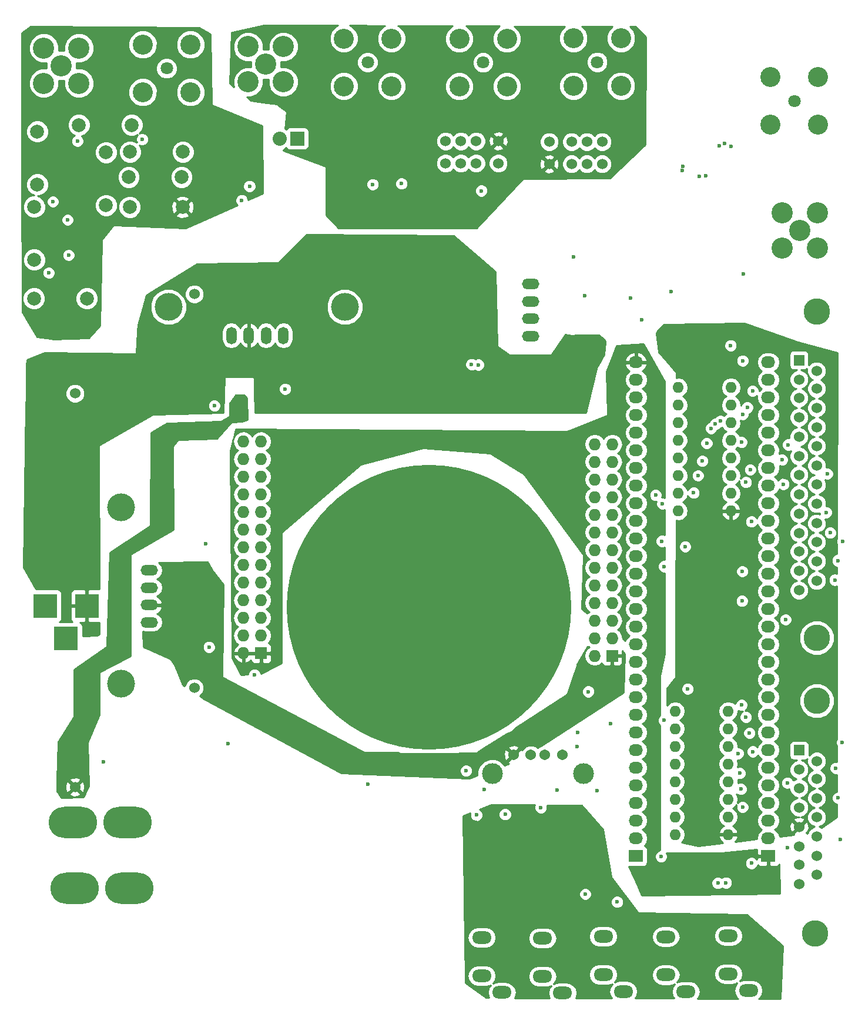
<source format=gbr>
G04 #@! TF.FileFunction,Copper,L2,Inr,Plane*
%FSLAX46Y46*%
G04 Gerber Fmt 4.6, Leading zero omitted, Abs format (unit mm)*
G04 Created by KiCad (PCBNEW 4.0.1-3.201512221401+6198~38~ubuntu15.10.1-stable) date Mon 22 Aug 2016 05:07:10 AM PDT*
%MOMM*%
G01*
G04 APERTURE LIST*
%ADD10C,0.100000*%
%ADD11C,1.998980*%
%ADD12R,1.727200X1.727200*%
%ADD13O,1.727200X1.727200*%
%ADD14O,2.499360X1.501140*%
%ADD15C,1.524000*%
%ADD16C,1.800000*%
%ADD17C,2.880000*%
%ADD18C,3.048000*%
%ADD19R,2.032000X2.032000*%
%ADD20O,2.032000X2.032000*%
%ADD21C,4.000000*%
%ADD22O,7.000000X4.500000*%
%ADD23O,1.501140X2.499360*%
%ADD24C,41.000000*%
%ADD25C,1.540000*%
%ADD26C,3.000000*%
%ADD27O,1.600000X1.600000*%
%ADD28R,2.032000X1.727200*%
%ADD29O,2.032000X1.727200*%
%ADD30C,3.810000*%
%ADD31R,1.524000X1.524000*%
%ADD32O,2.800000X1.800000*%
%ADD33R,3.500120X3.500120*%
%ADD34C,0.600000*%
%ADD35C,0.254000*%
G04 APERTURE END LIST*
D10*
D11*
X62150000Y-46265000D03*
X69770000Y-46265000D03*
D12*
X81017900Y-118459700D03*
D13*
X78477900Y-118459700D03*
X81017900Y-115919700D03*
X78477900Y-115919700D03*
X81017900Y-113379700D03*
X78477900Y-113379700D03*
X81017900Y-110839700D03*
X78477900Y-110839700D03*
X81017900Y-108299700D03*
X78477900Y-108299700D03*
X81017900Y-105759700D03*
X78477900Y-105759700D03*
X81017900Y-103219700D03*
X78477900Y-103219700D03*
X81017900Y-100679700D03*
X78477900Y-100679700D03*
X81017900Y-98139700D03*
X78477900Y-98139700D03*
X81017900Y-95599700D03*
X78477900Y-95599700D03*
X81017900Y-93059700D03*
X78477900Y-93059700D03*
X81017900Y-90519700D03*
X78477900Y-90519700D03*
X81017900Y-87979700D03*
X78477900Y-87979700D03*
D12*
X131612160Y-118838160D03*
D13*
X129072160Y-118838160D03*
X131612160Y-116298160D03*
X129072160Y-116298160D03*
X131612160Y-113758160D03*
X129072160Y-113758160D03*
X131612160Y-111218160D03*
X129072160Y-111218160D03*
X131612160Y-108678160D03*
X129072160Y-108678160D03*
X131612160Y-106138160D03*
X129072160Y-106138160D03*
X131612160Y-103598160D03*
X129072160Y-103598160D03*
X131612160Y-101058160D03*
X129072160Y-101058160D03*
X131612160Y-98518160D03*
X129072160Y-98518160D03*
X131612160Y-95978160D03*
X129072160Y-95978160D03*
X131612160Y-93438160D03*
X129072160Y-93438160D03*
X131612160Y-90898160D03*
X129072160Y-90898160D03*
X131612160Y-88358160D03*
X129072160Y-88358160D03*
D14*
X119855000Y-70275000D03*
X119855000Y-72775000D03*
X119855000Y-67775000D03*
X119855000Y-65275000D03*
D15*
X115200000Y-44705000D03*
X112000000Y-44705000D03*
X109800000Y-44705000D03*
X107600000Y-44705000D03*
X115200000Y-47905000D03*
X112000000Y-47905000D03*
X109800000Y-47905000D03*
X107600000Y-47905000D03*
D16*
X113005000Y-33385000D03*
D17*
X116435000Y-36815000D03*
X109575000Y-36815000D03*
X109575000Y-29955000D03*
X116435000Y-29955000D03*
D16*
X129450000Y-33330000D03*
D17*
X132880000Y-36760000D03*
X126020000Y-36760000D03*
X126020000Y-29900000D03*
X132880000Y-29900000D03*
D15*
X122550000Y-48005000D03*
X125750000Y-48005000D03*
X127950000Y-48005000D03*
X130150000Y-48005000D03*
X122550000Y-44805000D03*
X125750000Y-44805000D03*
X127950000Y-44805000D03*
X130150000Y-44805000D03*
D18*
X158626227Y-57543329D03*
X161166227Y-55003329D03*
X161166227Y-60083329D03*
X156086227Y-60083329D03*
X156086227Y-55003329D03*
D16*
X157861600Y-38929680D03*
D17*
X154431600Y-42359680D03*
X154431600Y-35499680D03*
X161291600Y-35499680D03*
X161291600Y-42359680D03*
D16*
X96375000Y-33365000D03*
D17*
X99805000Y-36795000D03*
X92945000Y-36795000D03*
X92945000Y-29935000D03*
X99805000Y-29935000D03*
D18*
X81685000Y-33625000D03*
X79145000Y-31085000D03*
X84225000Y-31085000D03*
X84225000Y-36165000D03*
X79145000Y-36165000D03*
D19*
X86245000Y-44330000D03*
D20*
X83705000Y-44330000D03*
D16*
X67410000Y-34230000D03*
D17*
X70840000Y-37660000D03*
X63980000Y-37660000D03*
X63980000Y-30800000D03*
X70840000Y-30800000D03*
D11*
X69720000Y-54210000D03*
X62100000Y-54210000D03*
X69575000Y-49895000D03*
X61955000Y-49895000D03*
D21*
X60880000Y-97450000D03*
X60880000Y-122850000D03*
D14*
X64925000Y-111520000D03*
X64925000Y-114020000D03*
X64925000Y-109020000D03*
X64925000Y-106520000D03*
D22*
X54140000Y-152325000D03*
X62040000Y-152325000D03*
D21*
X67675000Y-68590000D03*
X93075000Y-68590000D03*
D22*
X53880000Y-142835000D03*
X61780000Y-142835000D03*
D15*
X71415000Y-66755000D03*
X71415000Y-123455000D03*
D23*
X79240000Y-72705000D03*
X76740000Y-72705000D03*
X81740000Y-72705000D03*
X84240000Y-72705000D03*
D24*
X105250000Y-111805000D03*
D25*
X119900000Y-133105000D03*
X121900000Y-133105000D03*
X117400000Y-133105000D03*
X124400000Y-133105000D03*
D26*
X114330000Y-135815000D03*
X127470000Y-135815000D03*
D27*
X140700000Y-126800000D03*
X140700000Y-129340000D03*
X140700000Y-131880000D03*
X140700000Y-134420000D03*
X140700000Y-136960000D03*
X140700000Y-139500000D03*
X140700000Y-142040000D03*
X140700000Y-144580000D03*
X148320000Y-144580000D03*
X148320000Y-142040000D03*
X148320000Y-139500000D03*
X148320000Y-136960000D03*
X148320000Y-134420000D03*
X148320000Y-131880000D03*
X148320000Y-129340000D03*
X148320000Y-126800000D03*
D28*
X154100000Y-147680000D03*
D29*
X154100000Y-145140000D03*
X154100000Y-142600000D03*
X154100000Y-140060000D03*
X154100000Y-137520000D03*
X154100000Y-134980000D03*
X154100000Y-132440000D03*
X154100000Y-129900000D03*
X154100000Y-127360000D03*
X154100000Y-124820000D03*
X154100000Y-122280000D03*
X154100000Y-119740000D03*
X154100000Y-117200000D03*
X154100000Y-114660000D03*
X154100000Y-112120000D03*
X154100000Y-109580000D03*
X154100000Y-107040000D03*
X154100000Y-104500000D03*
X154100000Y-101960000D03*
X154100000Y-99420000D03*
X154100000Y-96880000D03*
X154100000Y-94340000D03*
X154100000Y-91800000D03*
X154100000Y-89260000D03*
X154100000Y-86720000D03*
X154100000Y-84180000D03*
X154100000Y-81640000D03*
X154100000Y-79100000D03*
X154100000Y-76560000D03*
D28*
X135050000Y-147680000D03*
D29*
X135050000Y-145140000D03*
X135050000Y-142600000D03*
X135050000Y-140060000D03*
X135050000Y-137520000D03*
X135050000Y-134980000D03*
X135050000Y-132440000D03*
X135050000Y-129900000D03*
X135050000Y-127360000D03*
X135050000Y-124820000D03*
X135050000Y-122280000D03*
X135050000Y-119740000D03*
X135050000Y-117200000D03*
X135050000Y-114660000D03*
X135050000Y-112120000D03*
X135050000Y-109580000D03*
X135050000Y-107040000D03*
X135050000Y-104500000D03*
X135050000Y-101960000D03*
X135050000Y-99420000D03*
X135050000Y-96880000D03*
X135050000Y-94340000D03*
X135050000Y-91800000D03*
X135050000Y-89260000D03*
X135050000Y-86720000D03*
X135050000Y-84180000D03*
X135050000Y-81640000D03*
X135050000Y-79100000D03*
X135050000Y-76560000D03*
D27*
X141095000Y-80185000D03*
X141095000Y-82725000D03*
X141095000Y-85265000D03*
X141095000Y-87805000D03*
X141095000Y-90345000D03*
X141095000Y-92885000D03*
X141095000Y-95425000D03*
X141095000Y-97965000D03*
X148715000Y-97965000D03*
X148715000Y-95425000D03*
X148715000Y-92885000D03*
X148715000Y-90345000D03*
X148715000Y-87805000D03*
X148715000Y-85265000D03*
X148715000Y-82725000D03*
X148715000Y-80185000D03*
D30*
X160835000Y-158855000D03*
X161089000Y-125327000D03*
D31*
X158549000Y-132439000D03*
D15*
X158549000Y-135233000D03*
X158549000Y-137900000D03*
X158549000Y-140694000D03*
X158549000Y-143488000D03*
X158549000Y-146282000D03*
X158549000Y-148949000D03*
X158549000Y-151743000D03*
X161089000Y-134013800D03*
X161089000Y-136553800D03*
X161089000Y-139347800D03*
X161089000Y-142091000D03*
X161089000Y-144834200D03*
X161089000Y-147628200D03*
X161089000Y-150371400D03*
D30*
X161065000Y-116250000D03*
X161065000Y-69260000D03*
D31*
X158525000Y-76245000D03*
D15*
X158525000Y-79039000D03*
X158525000Y-81706000D03*
X158525000Y-84500000D03*
X158525000Y-87294000D03*
X158525000Y-90088000D03*
X158525000Y-92755000D03*
X158525000Y-95549000D03*
X158525000Y-98343000D03*
X158525000Y-101137000D03*
X158525000Y-103804000D03*
X158525000Y-106598000D03*
X158525000Y-109392000D03*
X161065000Y-77819800D03*
X161065000Y-80359800D03*
X161065000Y-83153800D03*
X161065000Y-85897000D03*
X161065000Y-88640200D03*
X161065000Y-91434200D03*
X161065000Y-94177400D03*
X161065000Y-96920600D03*
X161065000Y-99765400D03*
X161065000Y-102457800D03*
X161065000Y-105201000D03*
X161065000Y-107995000D03*
D32*
X142235000Y-167200000D03*
X139335000Y-164800000D03*
X139335000Y-159300000D03*
X133225000Y-167175000D03*
X130325000Y-164775000D03*
X130325000Y-159275000D03*
X151245000Y-167045000D03*
X148345000Y-164645000D03*
X148345000Y-159145000D03*
X124470000Y-167420000D03*
X121570000Y-165020000D03*
X121570000Y-159520000D03*
X115720000Y-167335000D03*
X112820000Y-164935000D03*
X112820000Y-159435000D03*
D33*
X55910000Y-111645000D03*
X49910520Y-111645000D03*
X52910260Y-116344000D03*
D18*
X52250000Y-33835000D03*
X49710000Y-36375000D03*
X49710000Y-31295000D03*
X54790000Y-31295000D03*
X54790000Y-36375000D03*
D11*
X48780000Y-50940000D03*
X48780000Y-43320000D03*
X62390000Y-42375000D03*
X54770000Y-42375000D03*
X48340000Y-61780000D03*
X48340000Y-54160000D03*
X58685000Y-46345000D03*
X58685000Y-53965000D03*
X55910000Y-67360000D03*
X48290000Y-67360000D03*
D15*
X54215000Y-81045000D03*
X54215000Y-137745000D03*
D34*
X140085000Y-66410000D03*
X146830000Y-151575000D03*
X129405000Y-138250000D03*
X134275000Y-67325000D03*
X54570000Y-44710000D03*
X50420000Y-63680000D03*
X84490000Y-80400000D03*
X74275000Y-82815000D03*
X58280000Y-134080000D03*
X73520000Y-117580000D03*
X73066000Y-102719000D03*
X76255000Y-131460000D03*
X121330000Y-140685000D03*
X148005000Y-151530000D03*
X128170000Y-123995000D03*
X142485000Y-123595000D03*
X142120000Y-103105000D03*
X51016000Y-53420000D03*
X79350000Y-51200000D03*
X78240000Y-53235000D03*
X148685000Y-74145000D03*
X135830430Y-70450000D03*
X145050000Y-49730000D03*
X150545000Y-63815000D03*
X144200000Y-49780000D03*
X141715000Y-48975000D03*
X147000000Y-45355000D03*
X148700000Y-45455000D03*
X147815000Y-45035000D03*
X141815000Y-48315000D03*
X127680000Y-67000000D03*
X126080000Y-61375000D03*
X101250000Y-50835000D03*
X97100000Y-50935000D03*
X148295000Y-121655000D03*
X149905000Y-103105000D03*
X140695000Y-74115000D03*
X138435000Y-73645000D03*
X139080000Y-128140000D03*
X139080000Y-105960000D03*
X131350000Y-128625000D03*
X123685000Y-138180000D03*
X127740000Y-153170000D03*
X132320000Y-154290000D03*
X92060000Y-49865000D03*
X97100000Y-43375000D03*
X101250000Y-43275000D03*
X56145000Y-61975010D03*
X56905000Y-59770000D03*
X83490000Y-128380000D03*
X131600000Y-124360000D03*
X74010000Y-63565000D03*
X92045000Y-59410000D03*
X129340000Y-73645000D03*
X113140000Y-138110000D03*
X96410000Y-137290000D03*
X116180000Y-141680000D03*
X80075000Y-121550000D03*
X112060000Y-141770000D03*
X110560000Y-135400000D03*
X111345000Y-76860000D03*
X146478578Y-85461014D03*
X112760000Y-51860000D03*
X112325000Y-76920000D03*
X147190000Y-85045000D03*
X150255000Y-125920000D03*
X149760000Y-132935000D03*
X150880010Y-127665000D03*
X149980000Y-135745000D03*
X151385000Y-129955000D03*
X150155000Y-138035000D03*
X151855000Y-132630000D03*
X150390001Y-140625001D03*
X126570000Y-131940000D03*
X126605000Y-129845000D03*
X150360000Y-106670000D03*
X150310000Y-110935000D03*
X63920000Y-44440000D03*
X53290000Y-61125000D03*
X53150000Y-56055000D03*
X144594980Y-90800000D03*
X145219990Y-88220000D03*
X77985000Y-82960000D03*
X151680000Y-148715000D03*
X151680000Y-99505000D03*
X162425000Y-98175000D03*
X138665000Y-147760000D03*
X137861390Y-95691390D03*
X137445000Y-148495000D03*
X164725000Y-131325000D03*
X164790000Y-102345000D03*
X163815000Y-135020000D03*
X163010000Y-101125000D03*
X164460000Y-145285000D03*
X164110000Y-105115000D03*
X150244990Y-88071390D03*
X156960010Y-88435000D03*
X156845000Y-137145000D03*
X164180000Y-139310000D03*
X163695000Y-107910000D03*
X138780000Y-102320000D03*
X138860000Y-96945000D03*
X162610000Y-92620000D03*
X156285000Y-94110000D03*
X156592566Y-113624202D03*
X156885000Y-146450000D03*
X156088610Y-90611390D03*
X151830000Y-80685000D03*
X151495010Y-92040000D03*
X151065000Y-83075000D03*
X150870000Y-93835000D03*
X150410000Y-76335000D03*
X150425000Y-84055000D03*
X143344960Y-95370000D03*
X143969970Y-92880000D03*
X145845000Y-86070000D03*
X124505000Y-142185000D03*
X129720000Y-145965000D03*
X116640000Y-150090000D03*
X112000000Y-150165000D03*
X120765000Y-148080000D03*
X131750000Y-152660000D03*
D35*
G36*
X73357297Y-105370088D02*
X73895020Y-106301867D01*
X73898963Y-106308256D01*
X74008799Y-106474978D01*
X74013113Y-106481123D01*
X75505889Y-108479149D01*
X75551653Y-108619483D01*
X75404129Y-121783583D01*
X75421987Y-121849957D01*
X75509292Y-121996651D01*
X75559117Y-122044001D01*
X95737265Y-132700601D01*
X95765602Y-132711466D01*
X95954026Y-132758848D01*
X95984132Y-132762679D01*
X100686619Y-132794758D01*
X101027545Y-132936323D01*
X109435567Y-132943661D01*
X109552391Y-132895390D01*
X115982892Y-132895390D01*
X116010549Y-133453650D01*
X116170977Y-133840957D01*
X116413990Y-133911405D01*
X117220395Y-133105000D01*
X116413990Y-132298595D01*
X116170977Y-132369043D01*
X115982892Y-132895390D01*
X109552391Y-132895390D01*
X109647989Y-132855890D01*
X111909136Y-132871315D01*
X111945629Y-132866218D01*
X112129518Y-132812474D01*
X112163013Y-132797116D01*
X113208256Y-132118990D01*
X116593595Y-132118990D01*
X117400000Y-132925395D01*
X118206405Y-132118990D01*
X118135957Y-131875977D01*
X117609610Y-131687892D01*
X117051350Y-131715549D01*
X116664043Y-131875977D01*
X116593595Y-132118990D01*
X113208256Y-132118990D01*
X116324687Y-130097134D01*
X117206375Y-129732828D01*
X117800708Y-129139532D01*
X125035231Y-124445968D01*
X125066884Y-124416714D01*
X125181587Y-124267153D01*
X125201633Y-124228996D01*
X125217447Y-124180167D01*
X127234838Y-124180167D01*
X127376883Y-124523943D01*
X127639673Y-124787192D01*
X127983201Y-124929838D01*
X128355167Y-124930162D01*
X128698943Y-124788117D01*
X128962192Y-124525327D01*
X129104838Y-124181799D01*
X129105162Y-123809833D01*
X128963117Y-123466057D01*
X128700327Y-123202808D01*
X128356799Y-123060162D01*
X127984833Y-123059838D01*
X127641057Y-123201883D01*
X127377808Y-123464673D01*
X127235162Y-123808201D01*
X127234838Y-124180167D01*
X125217447Y-124180167D01*
X126508036Y-120195359D01*
X126582922Y-120024894D01*
X127954428Y-117599447D01*
X128044335Y-117547000D01*
X128266244Y-117547000D01*
X128297912Y-117568160D01*
X127983131Y-117778490D01*
X127658275Y-118264671D01*
X127544201Y-118838160D01*
X127658275Y-119411649D01*
X127983131Y-119897830D01*
X128469312Y-120222686D01*
X129042801Y-120336760D01*
X129101519Y-120336760D01*
X129675008Y-120222686D01*
X130146516Y-119907634D01*
X130210233Y-120061459D01*
X130388862Y-120240087D01*
X130622251Y-120336760D01*
X131326410Y-120336760D01*
X131485160Y-120178010D01*
X131485160Y-118965160D01*
X131739160Y-118965160D01*
X131739160Y-120178010D01*
X131897910Y-120336760D01*
X132602069Y-120336760D01*
X132835458Y-120240087D01*
X133014087Y-120061459D01*
X133110760Y-119828070D01*
X133110760Y-119123910D01*
X132952010Y-118965160D01*
X131739160Y-118965160D01*
X131485160Y-118965160D01*
X131465160Y-118965160D01*
X131465160Y-118711160D01*
X131485160Y-118711160D01*
X131485160Y-118691160D01*
X131739160Y-118691160D01*
X131739160Y-118711160D01*
X132952010Y-118711160D01*
X133110760Y-118552410D01*
X133110760Y-118143018D01*
X133334978Y-118431699D01*
X133380577Y-118569238D01*
X133270671Y-124035885D01*
X133215486Y-124135087D01*
X121443963Y-131773218D01*
X121105171Y-131913204D01*
X120899989Y-132118028D01*
X120696908Y-131914593D01*
X120180698Y-131700244D01*
X119621754Y-131699756D01*
X119105171Y-131913204D01*
X118709593Y-132308092D01*
X118656619Y-132435667D01*
X118629023Y-132369043D01*
X118386010Y-132298595D01*
X117579605Y-133105000D01*
X117593748Y-133119143D01*
X117414143Y-133298748D01*
X117400000Y-133284605D01*
X116593595Y-134091010D01*
X116664043Y-134334023D01*
X116756332Y-134367001D01*
X116131519Y-134597682D01*
X115540959Y-134006091D01*
X114756541Y-133680372D01*
X113907185Y-133679630D01*
X113122200Y-134003980D01*
X112521091Y-134604041D01*
X112195372Y-135388459D01*
X112194793Y-136051120D01*
X111041684Y-136476848D01*
X110872946Y-136503259D01*
X92574800Y-135713054D01*
X92414746Y-135668861D01*
X92259950Y-135585167D01*
X109624838Y-135585167D01*
X109766883Y-135928943D01*
X110029673Y-136192192D01*
X110373201Y-136334838D01*
X110745167Y-136335162D01*
X111088943Y-136193117D01*
X111352192Y-135930327D01*
X111494838Y-135586799D01*
X111495162Y-135214833D01*
X111353117Y-134871057D01*
X111090327Y-134607808D01*
X110746799Y-134465162D01*
X110374833Y-134464838D01*
X110031057Y-134606883D01*
X109767808Y-134869673D01*
X109625162Y-135213201D01*
X109624838Y-135585167D01*
X92259950Y-135585167D01*
X72935931Y-125137230D01*
X72769806Y-125037236D01*
X72185957Y-124648004D01*
X72205303Y-124640010D01*
X72598629Y-124247370D01*
X72811757Y-123734100D01*
X72812242Y-123178339D01*
X72600010Y-122664697D01*
X72207370Y-122271371D01*
X71694100Y-122058243D01*
X71138339Y-122057758D01*
X70624697Y-122269990D01*
X70231371Y-122662630D01*
X70018243Y-123175900D01*
X70018219Y-123202845D01*
X69864379Y-123100285D01*
X69766969Y-122981612D01*
X68660563Y-120303922D01*
X68654255Y-120290833D01*
X68557900Y-120117069D01*
X68550138Y-120104785D01*
X68026472Y-119372471D01*
X68003283Y-119347802D01*
X67853614Y-119226118D01*
X67824731Y-119208451D01*
X64551044Y-117765167D01*
X72584838Y-117765167D01*
X72726883Y-118108943D01*
X72989673Y-118372192D01*
X73333201Y-118514838D01*
X73705167Y-118515162D01*
X74048943Y-118373117D01*
X74312192Y-118110327D01*
X74454838Y-117766799D01*
X74455162Y-117394833D01*
X74313117Y-117051057D01*
X74050327Y-116787808D01*
X73706799Y-116645162D01*
X73334833Y-116644838D01*
X72991057Y-116786883D01*
X72727808Y-117049673D01*
X72585162Y-117393201D01*
X72584838Y-117765167D01*
X64551044Y-117765167D01*
X64151156Y-117588867D01*
X64097088Y-117509065D01*
X64020003Y-115332179D01*
X64388967Y-115405570D01*
X65461033Y-115405570D01*
X65991268Y-115300100D01*
X66440779Y-114999746D01*
X66741133Y-114550235D01*
X66846603Y-114020000D01*
X66741133Y-113489765D01*
X66440779Y-113040254D01*
X66027982Y-112764431D01*
X66071677Y-112751499D01*
X66493658Y-112409944D01*
X66752810Y-111932903D01*
X66766993Y-111861275D01*
X66644339Y-111647000D01*
X65052000Y-111647000D01*
X65052000Y-111667000D01*
X64798000Y-111667000D01*
X64798000Y-111647000D01*
X64778000Y-111647000D01*
X64778000Y-111393000D01*
X64798000Y-111393000D01*
X64798000Y-111373000D01*
X65052000Y-111373000D01*
X65052000Y-111393000D01*
X66644339Y-111393000D01*
X66766993Y-111178725D01*
X66752810Y-111107097D01*
X66493658Y-110630056D01*
X66071677Y-110288501D01*
X66027982Y-110275569D01*
X66440779Y-109999746D01*
X66741133Y-109550235D01*
X66846603Y-109020000D01*
X66741133Y-108489765D01*
X66440779Y-108040254D01*
X66036316Y-107770000D01*
X66440779Y-107499746D01*
X66741133Y-107050235D01*
X66846603Y-106520000D01*
X66741133Y-105989765D01*
X66440779Y-105540254D01*
X66293399Y-105441777D01*
X73267615Y-105319343D01*
X73357297Y-105370088D01*
X73357297Y-105370088D01*
G37*
X73357297Y-105370088D02*
X73895020Y-106301867D01*
X73898963Y-106308256D01*
X74008799Y-106474978D01*
X74013113Y-106481123D01*
X75505889Y-108479149D01*
X75551653Y-108619483D01*
X75404129Y-121783583D01*
X75421987Y-121849957D01*
X75509292Y-121996651D01*
X75559117Y-122044001D01*
X95737265Y-132700601D01*
X95765602Y-132711466D01*
X95954026Y-132758848D01*
X95984132Y-132762679D01*
X100686619Y-132794758D01*
X101027545Y-132936323D01*
X109435567Y-132943661D01*
X109552391Y-132895390D01*
X115982892Y-132895390D01*
X116010549Y-133453650D01*
X116170977Y-133840957D01*
X116413990Y-133911405D01*
X117220395Y-133105000D01*
X116413990Y-132298595D01*
X116170977Y-132369043D01*
X115982892Y-132895390D01*
X109552391Y-132895390D01*
X109647989Y-132855890D01*
X111909136Y-132871315D01*
X111945629Y-132866218D01*
X112129518Y-132812474D01*
X112163013Y-132797116D01*
X113208256Y-132118990D01*
X116593595Y-132118990D01*
X117400000Y-132925395D01*
X118206405Y-132118990D01*
X118135957Y-131875977D01*
X117609610Y-131687892D01*
X117051350Y-131715549D01*
X116664043Y-131875977D01*
X116593595Y-132118990D01*
X113208256Y-132118990D01*
X116324687Y-130097134D01*
X117206375Y-129732828D01*
X117800708Y-129139532D01*
X125035231Y-124445968D01*
X125066884Y-124416714D01*
X125181587Y-124267153D01*
X125201633Y-124228996D01*
X125217447Y-124180167D01*
X127234838Y-124180167D01*
X127376883Y-124523943D01*
X127639673Y-124787192D01*
X127983201Y-124929838D01*
X128355167Y-124930162D01*
X128698943Y-124788117D01*
X128962192Y-124525327D01*
X129104838Y-124181799D01*
X129105162Y-123809833D01*
X128963117Y-123466057D01*
X128700327Y-123202808D01*
X128356799Y-123060162D01*
X127984833Y-123059838D01*
X127641057Y-123201883D01*
X127377808Y-123464673D01*
X127235162Y-123808201D01*
X127234838Y-124180167D01*
X125217447Y-124180167D01*
X126508036Y-120195359D01*
X126582922Y-120024894D01*
X127954428Y-117599447D01*
X128044335Y-117547000D01*
X128266244Y-117547000D01*
X128297912Y-117568160D01*
X127983131Y-117778490D01*
X127658275Y-118264671D01*
X127544201Y-118838160D01*
X127658275Y-119411649D01*
X127983131Y-119897830D01*
X128469312Y-120222686D01*
X129042801Y-120336760D01*
X129101519Y-120336760D01*
X129675008Y-120222686D01*
X130146516Y-119907634D01*
X130210233Y-120061459D01*
X130388862Y-120240087D01*
X130622251Y-120336760D01*
X131326410Y-120336760D01*
X131485160Y-120178010D01*
X131485160Y-118965160D01*
X131739160Y-118965160D01*
X131739160Y-120178010D01*
X131897910Y-120336760D01*
X132602069Y-120336760D01*
X132835458Y-120240087D01*
X133014087Y-120061459D01*
X133110760Y-119828070D01*
X133110760Y-119123910D01*
X132952010Y-118965160D01*
X131739160Y-118965160D01*
X131485160Y-118965160D01*
X131465160Y-118965160D01*
X131465160Y-118711160D01*
X131485160Y-118711160D01*
X131485160Y-118691160D01*
X131739160Y-118691160D01*
X131739160Y-118711160D01*
X132952010Y-118711160D01*
X133110760Y-118552410D01*
X133110760Y-118143018D01*
X133334978Y-118431699D01*
X133380577Y-118569238D01*
X133270671Y-124035885D01*
X133215486Y-124135087D01*
X121443963Y-131773218D01*
X121105171Y-131913204D01*
X120899989Y-132118028D01*
X120696908Y-131914593D01*
X120180698Y-131700244D01*
X119621754Y-131699756D01*
X119105171Y-131913204D01*
X118709593Y-132308092D01*
X118656619Y-132435667D01*
X118629023Y-132369043D01*
X118386010Y-132298595D01*
X117579605Y-133105000D01*
X117593748Y-133119143D01*
X117414143Y-133298748D01*
X117400000Y-133284605D01*
X116593595Y-134091010D01*
X116664043Y-134334023D01*
X116756332Y-134367001D01*
X116131519Y-134597682D01*
X115540959Y-134006091D01*
X114756541Y-133680372D01*
X113907185Y-133679630D01*
X113122200Y-134003980D01*
X112521091Y-134604041D01*
X112195372Y-135388459D01*
X112194793Y-136051120D01*
X111041684Y-136476848D01*
X110872946Y-136503259D01*
X92574800Y-135713054D01*
X92414746Y-135668861D01*
X92259950Y-135585167D01*
X109624838Y-135585167D01*
X109766883Y-135928943D01*
X110029673Y-136192192D01*
X110373201Y-136334838D01*
X110745167Y-136335162D01*
X111088943Y-136193117D01*
X111352192Y-135930327D01*
X111494838Y-135586799D01*
X111495162Y-135214833D01*
X111353117Y-134871057D01*
X111090327Y-134607808D01*
X110746799Y-134465162D01*
X110374833Y-134464838D01*
X110031057Y-134606883D01*
X109767808Y-134869673D01*
X109625162Y-135213201D01*
X109624838Y-135585167D01*
X92259950Y-135585167D01*
X72935931Y-125137230D01*
X72769806Y-125037236D01*
X72185957Y-124648004D01*
X72205303Y-124640010D01*
X72598629Y-124247370D01*
X72811757Y-123734100D01*
X72812242Y-123178339D01*
X72600010Y-122664697D01*
X72207370Y-122271371D01*
X71694100Y-122058243D01*
X71138339Y-122057758D01*
X70624697Y-122269990D01*
X70231371Y-122662630D01*
X70018243Y-123175900D01*
X70018219Y-123202845D01*
X69864379Y-123100285D01*
X69766969Y-122981612D01*
X68660563Y-120303922D01*
X68654255Y-120290833D01*
X68557900Y-120117069D01*
X68550138Y-120104785D01*
X68026472Y-119372471D01*
X68003283Y-119347802D01*
X67853614Y-119226118D01*
X67824731Y-119208451D01*
X64551044Y-117765167D01*
X72584838Y-117765167D01*
X72726883Y-118108943D01*
X72989673Y-118372192D01*
X73333201Y-118514838D01*
X73705167Y-118515162D01*
X74048943Y-118373117D01*
X74312192Y-118110327D01*
X74454838Y-117766799D01*
X74455162Y-117394833D01*
X74313117Y-117051057D01*
X74050327Y-116787808D01*
X73706799Y-116645162D01*
X73334833Y-116644838D01*
X72991057Y-116786883D01*
X72727808Y-117049673D01*
X72585162Y-117393201D01*
X72584838Y-117765167D01*
X64551044Y-117765167D01*
X64151156Y-117588867D01*
X64097088Y-117509065D01*
X64020003Y-115332179D01*
X64388967Y-115405570D01*
X65461033Y-115405570D01*
X65991268Y-115300100D01*
X66440779Y-114999746D01*
X66741133Y-114550235D01*
X66846603Y-114020000D01*
X66741133Y-113489765D01*
X66440779Y-113040254D01*
X66027982Y-112764431D01*
X66071677Y-112751499D01*
X66493658Y-112409944D01*
X66752810Y-111932903D01*
X66766993Y-111861275D01*
X66644339Y-111647000D01*
X65052000Y-111647000D01*
X65052000Y-111667000D01*
X64798000Y-111667000D01*
X64798000Y-111647000D01*
X64778000Y-111647000D01*
X64778000Y-111393000D01*
X64798000Y-111393000D01*
X64798000Y-111373000D01*
X65052000Y-111373000D01*
X65052000Y-111393000D01*
X66644339Y-111393000D01*
X66766993Y-111178725D01*
X66752810Y-111107097D01*
X66493658Y-110630056D01*
X66071677Y-110288501D01*
X66027982Y-110275569D01*
X66440779Y-109999746D01*
X66741133Y-109550235D01*
X66846603Y-109020000D01*
X66741133Y-108489765D01*
X66440779Y-108040254D01*
X66036316Y-107770000D01*
X66440779Y-107499746D01*
X66741133Y-107050235D01*
X66846603Y-106520000D01*
X66741133Y-105989765D01*
X66440779Y-105540254D01*
X66293399Y-105441777D01*
X73267615Y-105319343D01*
X73357297Y-105370088D01*
G36*
X139163000Y-79313620D02*
X139163000Y-96058413D01*
X139046799Y-96010162D01*
X138741538Y-96009896D01*
X138796228Y-95878189D01*
X138796552Y-95506223D01*
X138654507Y-95162447D01*
X138391717Y-94899198D01*
X138048189Y-94756552D01*
X137676223Y-94756228D01*
X137332447Y-94898273D01*
X137069198Y-95161063D01*
X136926552Y-95504591D01*
X136926228Y-95876557D01*
X137068273Y-96220333D01*
X137331063Y-96483582D01*
X137674591Y-96626228D01*
X137979852Y-96626494D01*
X137925162Y-96758201D01*
X137924838Y-97130167D01*
X138066883Y-97473943D01*
X138329673Y-97737192D01*
X138673201Y-97879838D01*
X139045167Y-97880162D01*
X139163000Y-97831475D01*
X139163000Y-101466632D01*
X138966799Y-101385162D01*
X138594833Y-101384838D01*
X138251057Y-101526883D01*
X137987808Y-101789673D01*
X137845162Y-102133201D01*
X137844838Y-102505167D01*
X137986883Y-102848943D01*
X138249673Y-103112192D01*
X138593201Y-103254838D01*
X138965167Y-103255162D01*
X139163000Y-103173419D01*
X139163000Y-105025072D01*
X138894833Y-105024838D01*
X138551057Y-105166883D01*
X138287808Y-105429673D01*
X138145162Y-105773201D01*
X138144838Y-106145167D01*
X138286883Y-106488943D01*
X138549673Y-106752192D01*
X138893201Y-106894838D01*
X139163000Y-106895073D01*
X139163000Y-118506452D01*
X138470859Y-121713206D01*
X138468000Y-121740000D01*
X138468000Y-127429795D01*
X138287808Y-127609673D01*
X138145162Y-127953201D01*
X138144838Y-128325167D01*
X138286883Y-128668943D01*
X138468000Y-128850376D01*
X138468000Y-146829727D01*
X138136057Y-146966883D01*
X137872808Y-147229673D01*
X137730162Y-147573201D01*
X137729838Y-147945167D01*
X137871883Y-148288943D01*
X138134673Y-148552192D01*
X138478201Y-148694838D01*
X138850167Y-148695162D01*
X139193943Y-148553117D01*
X139457192Y-148290327D01*
X139599838Y-147946799D01*
X139600162Y-147574833D01*
X139458117Y-147231057D01*
X139420758Y-147193633D01*
X147313981Y-147256996D01*
X147327563Y-147256377D01*
X152449000Y-146747264D01*
X152449000Y-147394250D01*
X152607750Y-147553000D01*
X153973000Y-147553000D01*
X153973000Y-147533000D01*
X154227000Y-147533000D01*
X154227000Y-147553000D01*
X154247000Y-147553000D01*
X154247000Y-147807000D01*
X154227000Y-147807000D01*
X154227000Y-149019850D01*
X154385750Y-149178600D01*
X155242309Y-149178600D01*
X155475698Y-149081927D01*
X155654327Y-148903299D01*
X155673460Y-148857107D01*
X155731262Y-153040134D01*
X135896523Y-153371620D01*
X135171953Y-151760167D01*
X145894838Y-151760167D01*
X146036883Y-152103943D01*
X146299673Y-152367192D01*
X146643201Y-152509838D01*
X147015167Y-152510162D01*
X147358943Y-152368117D01*
X147439871Y-152287330D01*
X147474673Y-152322192D01*
X147818201Y-152464838D01*
X148190167Y-152465162D01*
X148533943Y-152323117D01*
X148797192Y-152060327D01*
X148939838Y-151716799D01*
X148940162Y-151344833D01*
X148798117Y-151001057D01*
X148535327Y-150737808D01*
X148191799Y-150595162D01*
X147819833Y-150594838D01*
X147476057Y-150736883D01*
X147395129Y-150817670D01*
X147360327Y-150782808D01*
X147016799Y-150640162D01*
X146644833Y-150639838D01*
X146301057Y-150781883D01*
X146037808Y-151044673D01*
X145895162Y-151388201D01*
X145894838Y-151760167D01*
X135171953Y-151760167D01*
X134015050Y-149187203D01*
X134034000Y-149191040D01*
X136066000Y-149191040D01*
X136301317Y-149146762D01*
X136517441Y-149007690D01*
X136590908Y-148900167D01*
X150744838Y-148900167D01*
X150886883Y-149243943D01*
X151149673Y-149507192D01*
X151493201Y-149649838D01*
X151865167Y-149650162D01*
X152208943Y-149508117D01*
X152472192Y-149245327D01*
X152594105Y-148951730D01*
X152724302Y-149081927D01*
X152957691Y-149178600D01*
X153814250Y-149178600D01*
X153973000Y-149019850D01*
X153973000Y-147807000D01*
X152607750Y-147807000D01*
X152449000Y-147965750D01*
X152449000Y-148161898D01*
X152210327Y-147922808D01*
X151866799Y-147780162D01*
X151494833Y-147779838D01*
X151151057Y-147921883D01*
X150887808Y-148184673D01*
X150745162Y-148528201D01*
X150744838Y-148900167D01*
X136590908Y-148900167D01*
X136662431Y-148795490D01*
X136713440Y-148543600D01*
X136713440Y-146816400D01*
X136669162Y-146581083D01*
X136530090Y-146364959D01*
X136317890Y-146219969D01*
X136276561Y-146211600D01*
X136294415Y-146199670D01*
X136619271Y-145713489D01*
X136733345Y-145140000D01*
X136619271Y-144566511D01*
X136294415Y-144080330D01*
X135979634Y-143870000D01*
X136294415Y-143659670D01*
X136619271Y-143173489D01*
X136733345Y-142600000D01*
X136619271Y-142026511D01*
X136294415Y-141540330D01*
X135979634Y-141330000D01*
X136294415Y-141119670D01*
X136619271Y-140633489D01*
X136733345Y-140060000D01*
X136619271Y-139486511D01*
X136294415Y-139000330D01*
X135979634Y-138790000D01*
X136294415Y-138579670D01*
X136619271Y-138093489D01*
X136733345Y-137520000D01*
X136619271Y-136946511D01*
X136294415Y-136460330D01*
X135979634Y-136250000D01*
X136294415Y-136039670D01*
X136619271Y-135553489D01*
X136733345Y-134980000D01*
X136619271Y-134406511D01*
X136294415Y-133920330D01*
X135979634Y-133710000D01*
X136294415Y-133499670D01*
X136619271Y-133013489D01*
X136733345Y-132440000D01*
X136619271Y-131866511D01*
X136294415Y-131380330D01*
X135979634Y-131170000D01*
X136294415Y-130959670D01*
X136619271Y-130473489D01*
X136733345Y-129900000D01*
X136619271Y-129326511D01*
X136294415Y-128840330D01*
X135979634Y-128630000D01*
X136294415Y-128419670D01*
X136619271Y-127933489D01*
X136733345Y-127360000D01*
X136619271Y-126786511D01*
X136294415Y-126300330D01*
X135979634Y-126090000D01*
X136294415Y-125879670D01*
X136619271Y-125393489D01*
X136733345Y-124820000D01*
X136619271Y-124246511D01*
X136294415Y-123760330D01*
X135979634Y-123550000D01*
X136294415Y-123339670D01*
X136619271Y-122853489D01*
X136733345Y-122280000D01*
X136619271Y-121706511D01*
X136294415Y-121220330D01*
X135979634Y-121010000D01*
X136294415Y-120799670D01*
X136619271Y-120313489D01*
X136733345Y-119740000D01*
X136619271Y-119166511D01*
X136294415Y-118680330D01*
X135979634Y-118470000D01*
X136294415Y-118259670D01*
X136619271Y-117773489D01*
X136733345Y-117200000D01*
X136619271Y-116626511D01*
X136294415Y-116140330D01*
X135979634Y-115930000D01*
X136294415Y-115719670D01*
X136619271Y-115233489D01*
X136733345Y-114660000D01*
X136619271Y-114086511D01*
X136294415Y-113600330D01*
X135979634Y-113390000D01*
X136294415Y-113179670D01*
X136619271Y-112693489D01*
X136733345Y-112120000D01*
X136619271Y-111546511D01*
X136294415Y-111060330D01*
X135979634Y-110850000D01*
X136294415Y-110639670D01*
X136619271Y-110153489D01*
X136733345Y-109580000D01*
X136619271Y-109006511D01*
X136294415Y-108520330D01*
X135979634Y-108310000D01*
X136294415Y-108099670D01*
X136619271Y-107613489D01*
X136733345Y-107040000D01*
X136619271Y-106466511D01*
X136294415Y-105980330D01*
X135979634Y-105770000D01*
X136294415Y-105559670D01*
X136619271Y-105073489D01*
X136733345Y-104500000D01*
X136619271Y-103926511D01*
X136294415Y-103440330D01*
X135979634Y-103230000D01*
X136294415Y-103019670D01*
X136619271Y-102533489D01*
X136733345Y-101960000D01*
X136619271Y-101386511D01*
X136294415Y-100900330D01*
X135979634Y-100690000D01*
X136294415Y-100479670D01*
X136619271Y-99993489D01*
X136733345Y-99420000D01*
X136619271Y-98846511D01*
X136294415Y-98360330D01*
X135979634Y-98150000D01*
X136294415Y-97939670D01*
X136619271Y-97453489D01*
X136733345Y-96880000D01*
X136619271Y-96306511D01*
X136294415Y-95820330D01*
X135979634Y-95610000D01*
X136294415Y-95399670D01*
X136619271Y-94913489D01*
X136733345Y-94340000D01*
X136619271Y-93766511D01*
X136294415Y-93280330D01*
X135979634Y-93070000D01*
X136294415Y-92859670D01*
X136619271Y-92373489D01*
X136733345Y-91800000D01*
X136619271Y-91226511D01*
X136294415Y-90740330D01*
X135979634Y-90530000D01*
X136294415Y-90319670D01*
X136619271Y-89833489D01*
X136733345Y-89260000D01*
X136619271Y-88686511D01*
X136294415Y-88200330D01*
X135979634Y-87990000D01*
X136294415Y-87779670D01*
X136619271Y-87293489D01*
X136733345Y-86720000D01*
X136619271Y-86146511D01*
X136294415Y-85660330D01*
X135979634Y-85450000D01*
X136294415Y-85239670D01*
X136619271Y-84753489D01*
X136733345Y-84180000D01*
X136619271Y-83606511D01*
X136294415Y-83120330D01*
X135979634Y-82910000D01*
X136294415Y-82699670D01*
X136619271Y-82213489D01*
X136733345Y-81640000D01*
X136619271Y-81066511D01*
X136294415Y-80580330D01*
X135979634Y-80370000D01*
X136294415Y-80159670D01*
X136619271Y-79673489D01*
X136733345Y-79100000D01*
X136619271Y-78526511D01*
X136294415Y-78040330D01*
X135984931Y-77833539D01*
X136400732Y-77462036D01*
X136654709Y-76934791D01*
X136657358Y-76919026D01*
X136536217Y-76687000D01*
X135177000Y-76687000D01*
X135177000Y-76707000D01*
X134923000Y-76707000D01*
X134923000Y-76687000D01*
X133563783Y-76687000D01*
X133442642Y-76919026D01*
X133445291Y-76934791D01*
X133699268Y-77462036D01*
X134115069Y-77833539D01*
X133805585Y-78040330D01*
X133480729Y-78526511D01*
X133366655Y-79100000D01*
X133480729Y-79673489D01*
X133805585Y-80159670D01*
X134120366Y-80370000D01*
X133805585Y-80580330D01*
X133480729Y-81066511D01*
X133366655Y-81640000D01*
X133480729Y-82213489D01*
X133805585Y-82699670D01*
X134120366Y-82910000D01*
X133805585Y-83120330D01*
X133480729Y-83606511D01*
X133366655Y-84180000D01*
X133480729Y-84753489D01*
X133805585Y-85239670D01*
X134120366Y-85450000D01*
X133805585Y-85660330D01*
X133480729Y-86146511D01*
X133366655Y-86720000D01*
X133480729Y-87293489D01*
X133805585Y-87779670D01*
X134120366Y-87990000D01*
X133805585Y-88200330D01*
X133480729Y-88686511D01*
X133366655Y-89260000D01*
X133480729Y-89833489D01*
X133805585Y-90319670D01*
X134120366Y-90530000D01*
X133805585Y-90740330D01*
X133480729Y-91226511D01*
X133366655Y-91800000D01*
X133480729Y-92373489D01*
X133805585Y-92859670D01*
X134120366Y-93070000D01*
X133805585Y-93280330D01*
X133480729Y-93766511D01*
X133366655Y-94340000D01*
X133480729Y-94913489D01*
X133805585Y-95399670D01*
X134120366Y-95610000D01*
X133805585Y-95820330D01*
X133480729Y-96306511D01*
X133366655Y-96880000D01*
X133480729Y-97453489D01*
X133805585Y-97939670D01*
X134120366Y-98150000D01*
X133805585Y-98360330D01*
X133480729Y-98846511D01*
X133366655Y-99420000D01*
X133480729Y-99993489D01*
X133805585Y-100479670D01*
X134120366Y-100690000D01*
X133805585Y-100900330D01*
X133480729Y-101386511D01*
X133366655Y-101960000D01*
X133480729Y-102533489D01*
X133805585Y-103019670D01*
X134120366Y-103230000D01*
X133805585Y-103440330D01*
X133480729Y-103926511D01*
X133366655Y-104500000D01*
X133480729Y-105073489D01*
X133805585Y-105559670D01*
X134120366Y-105770000D01*
X133805585Y-105980330D01*
X133480729Y-106466511D01*
X133366655Y-107040000D01*
X133480729Y-107613489D01*
X133805585Y-108099670D01*
X134120366Y-108310000D01*
X133805585Y-108520330D01*
X133480729Y-109006511D01*
X133366655Y-109580000D01*
X133480729Y-110153489D01*
X133805585Y-110639670D01*
X134120366Y-110850000D01*
X133805585Y-111060330D01*
X133480729Y-111546511D01*
X133366655Y-112120000D01*
X133480729Y-112693489D01*
X133805585Y-113179670D01*
X134120366Y-113390000D01*
X133805585Y-113600330D01*
X133480729Y-114086511D01*
X133366655Y-114660000D01*
X133480729Y-115233489D01*
X133805585Y-115719670D01*
X134120366Y-115930000D01*
X133805585Y-116140330D01*
X133480729Y-116626511D01*
X133471976Y-116670517D01*
X133117539Y-116411678D01*
X133140119Y-116298160D01*
X133026045Y-115724671D01*
X132701189Y-115238490D01*
X132386408Y-115028160D01*
X132701189Y-114817830D01*
X133026045Y-114331649D01*
X133140119Y-113758160D01*
X133026045Y-113184671D01*
X132701189Y-112698490D01*
X132386408Y-112488160D01*
X132701189Y-112277830D01*
X133026045Y-111791649D01*
X133140119Y-111218160D01*
X133026045Y-110644671D01*
X132701189Y-110158490D01*
X132386408Y-109948160D01*
X132701189Y-109737830D01*
X133026045Y-109251649D01*
X133140119Y-108678160D01*
X133026045Y-108104671D01*
X132701189Y-107618490D01*
X132386408Y-107408160D01*
X132701189Y-107197830D01*
X133026045Y-106711649D01*
X133140119Y-106138160D01*
X133026045Y-105564671D01*
X132701189Y-105078490D01*
X132386408Y-104868160D01*
X132701189Y-104657830D01*
X133026045Y-104171649D01*
X133140119Y-103598160D01*
X133026045Y-103024671D01*
X132701189Y-102538490D01*
X132386408Y-102328160D01*
X132701189Y-102117830D01*
X133026045Y-101631649D01*
X133140119Y-101058160D01*
X133026045Y-100484671D01*
X132701189Y-99998490D01*
X132386408Y-99788160D01*
X132701189Y-99577830D01*
X133026045Y-99091649D01*
X133140119Y-98518160D01*
X133026045Y-97944671D01*
X132701189Y-97458490D01*
X132386408Y-97248160D01*
X132701189Y-97037830D01*
X133026045Y-96551649D01*
X133140119Y-95978160D01*
X133026045Y-95404671D01*
X132701189Y-94918490D01*
X132386408Y-94708160D01*
X132701189Y-94497830D01*
X133026045Y-94011649D01*
X133140119Y-93438160D01*
X133026045Y-92864671D01*
X132701189Y-92378490D01*
X132386408Y-92168160D01*
X132701189Y-91957830D01*
X133026045Y-91471649D01*
X133140119Y-90898160D01*
X133026045Y-90324671D01*
X132701189Y-89838490D01*
X132386408Y-89628160D01*
X132701189Y-89417830D01*
X133026045Y-88931649D01*
X133140119Y-88358160D01*
X133026045Y-87784671D01*
X132701189Y-87298490D01*
X132215008Y-86973634D01*
X131641519Y-86859560D01*
X131582801Y-86859560D01*
X131009312Y-86973634D01*
X130523131Y-87298490D01*
X130342160Y-87569332D01*
X130161189Y-87298490D01*
X129675008Y-86973634D01*
X129101519Y-86859560D01*
X129042801Y-86859560D01*
X128469312Y-86973634D01*
X127983131Y-87298490D01*
X127658275Y-87784671D01*
X127544201Y-88358160D01*
X127658275Y-88931649D01*
X127983131Y-89417830D01*
X128297912Y-89628160D01*
X127983131Y-89838490D01*
X127658275Y-90324671D01*
X127544201Y-90898160D01*
X127658275Y-91471649D01*
X127983131Y-91957830D01*
X128297912Y-92168160D01*
X127983131Y-92378490D01*
X127658275Y-92864671D01*
X127544201Y-93438160D01*
X127658275Y-94011649D01*
X127983131Y-94497830D01*
X128297912Y-94708160D01*
X127983131Y-94918490D01*
X127658275Y-95404671D01*
X127544201Y-95978160D01*
X127658275Y-96551649D01*
X127983131Y-97037830D01*
X128297912Y-97248160D01*
X127983131Y-97458490D01*
X127658275Y-97944671D01*
X127544201Y-98518160D01*
X127658275Y-99091649D01*
X127983131Y-99577830D01*
X128297912Y-99788160D01*
X127983131Y-99998490D01*
X127658275Y-100484671D01*
X127544201Y-101058160D01*
X127658275Y-101631649D01*
X127983131Y-102117830D01*
X128297912Y-102328160D01*
X127983131Y-102538490D01*
X127658275Y-103024671D01*
X127544201Y-103598160D01*
X127658275Y-104171649D01*
X127983131Y-104657830D01*
X128297912Y-104868160D01*
X127983131Y-105078490D01*
X127658275Y-105564671D01*
X127544201Y-106138160D01*
X127658275Y-106711649D01*
X127983131Y-107197830D01*
X128297912Y-107408160D01*
X127983131Y-107618490D01*
X127658275Y-108104671D01*
X127544201Y-108678160D01*
X127658275Y-109251649D01*
X127983131Y-109737830D01*
X128297912Y-109948160D01*
X127983131Y-110158490D01*
X127658275Y-110644671D01*
X127544201Y-111218160D01*
X127658275Y-111791649D01*
X127983131Y-112277830D01*
X128297912Y-112488160D01*
X128009142Y-112681110D01*
X127263881Y-112136859D01*
X127486947Y-104428674D01*
X127478375Y-104378995D01*
X127462327Y-104349779D01*
X118887327Y-92684779D01*
X118851855Y-92652021D01*
X114046855Y-89677021D01*
X113990541Y-89658438D01*
X104385541Y-88858438D01*
X104342003Y-88862361D01*
X95422003Y-91262361D01*
X95372262Y-91288650D01*
X84047262Y-101013650D01*
X84016295Y-101053430D01*
X84003000Y-101110000D01*
X84003000Y-119901510D01*
X81018351Y-121393835D01*
X81010141Y-121388552D01*
X81010162Y-121364833D01*
X80868117Y-121021057D01*
X80605327Y-120757808D01*
X80261799Y-120615162D01*
X79889833Y-120614838D01*
X79546057Y-120756883D01*
X79282808Y-121019673D01*
X79140162Y-121363201D01*
X79140044Y-121498425D01*
X78141996Y-121576943D01*
X76821755Y-119162103D01*
X76819167Y-118818726D01*
X77022942Y-118818726D01*
X77195212Y-119234647D01*
X77589410Y-119666521D01*
X78118873Y-119914668D01*
X78350900Y-119794169D01*
X78350900Y-118586700D01*
X78604900Y-118586700D01*
X78604900Y-119794169D01*
X78836927Y-119914668D01*
X79366390Y-119666521D01*
X79533371Y-119483581D01*
X79615973Y-119682999D01*
X79794602Y-119861627D01*
X80027991Y-119958300D01*
X80732150Y-119958300D01*
X80890900Y-119799550D01*
X80890900Y-118586700D01*
X81144900Y-118586700D01*
X81144900Y-119799550D01*
X81303650Y-119958300D01*
X82007809Y-119958300D01*
X82241198Y-119861627D01*
X82419827Y-119682999D01*
X82516500Y-119449610D01*
X82516500Y-118745450D01*
X82357750Y-118586700D01*
X81144900Y-118586700D01*
X80890900Y-118586700D01*
X78604900Y-118586700D01*
X78350900Y-118586700D01*
X77144083Y-118586700D01*
X77022942Y-118818726D01*
X76819167Y-118818726D01*
X76597114Y-89359637D01*
X77042848Y-87512627D01*
X76949941Y-87979700D01*
X77064015Y-88553189D01*
X77388871Y-89039370D01*
X77703652Y-89249700D01*
X77388871Y-89460030D01*
X77064015Y-89946211D01*
X76949941Y-90519700D01*
X77064015Y-91093189D01*
X77388871Y-91579370D01*
X77703652Y-91789700D01*
X77388871Y-92000030D01*
X77064015Y-92486211D01*
X76949941Y-93059700D01*
X77064015Y-93633189D01*
X77388871Y-94119370D01*
X77703652Y-94329700D01*
X77388871Y-94540030D01*
X77064015Y-95026211D01*
X76949941Y-95599700D01*
X77064015Y-96173189D01*
X77388871Y-96659370D01*
X77703652Y-96869700D01*
X77388871Y-97080030D01*
X77064015Y-97566211D01*
X76949941Y-98139700D01*
X77064015Y-98713189D01*
X77388871Y-99199370D01*
X77703652Y-99409700D01*
X77388871Y-99620030D01*
X77064015Y-100106211D01*
X76949941Y-100679700D01*
X77064015Y-101253189D01*
X77388871Y-101739370D01*
X77703652Y-101949700D01*
X77388871Y-102160030D01*
X77064015Y-102646211D01*
X76949941Y-103219700D01*
X77064015Y-103793189D01*
X77388871Y-104279370D01*
X77703652Y-104489700D01*
X77388871Y-104700030D01*
X77064015Y-105186211D01*
X76949941Y-105759700D01*
X77064015Y-106333189D01*
X77388871Y-106819370D01*
X77703652Y-107029700D01*
X77388871Y-107240030D01*
X77064015Y-107726211D01*
X76949941Y-108299700D01*
X77064015Y-108873189D01*
X77388871Y-109359370D01*
X77703652Y-109569700D01*
X77388871Y-109780030D01*
X77064015Y-110266211D01*
X76949941Y-110839700D01*
X77064015Y-111413189D01*
X77388871Y-111899370D01*
X77703652Y-112109700D01*
X77388871Y-112320030D01*
X77064015Y-112806211D01*
X76949941Y-113379700D01*
X77064015Y-113953189D01*
X77388871Y-114439370D01*
X77703652Y-114649700D01*
X77388871Y-114860030D01*
X77064015Y-115346211D01*
X76949941Y-115919700D01*
X77064015Y-116493189D01*
X77388871Y-116979370D01*
X77712128Y-117195364D01*
X77589410Y-117252879D01*
X77195212Y-117684753D01*
X77022942Y-118100674D01*
X77144083Y-118332700D01*
X78350900Y-118332700D01*
X78350900Y-118312700D01*
X78604900Y-118312700D01*
X78604900Y-118332700D01*
X80890900Y-118332700D01*
X80890900Y-118312700D01*
X81144900Y-118312700D01*
X81144900Y-118332700D01*
X82357750Y-118332700D01*
X82516500Y-118173950D01*
X82516500Y-117469790D01*
X82419827Y-117236401D01*
X82241198Y-117057773D01*
X82085877Y-116993437D01*
X82106929Y-116979370D01*
X82431785Y-116493189D01*
X82545859Y-115919700D01*
X82431785Y-115346211D01*
X82106929Y-114860030D01*
X81792148Y-114649700D01*
X82106929Y-114439370D01*
X82431785Y-113953189D01*
X82545859Y-113379700D01*
X82431785Y-112806211D01*
X82106929Y-112320030D01*
X81792148Y-112109700D01*
X82106929Y-111899370D01*
X82431785Y-111413189D01*
X82545859Y-110839700D01*
X82431785Y-110266211D01*
X82106929Y-109780030D01*
X81792148Y-109569700D01*
X82106929Y-109359370D01*
X82431785Y-108873189D01*
X82545859Y-108299700D01*
X82431785Y-107726211D01*
X82106929Y-107240030D01*
X81792148Y-107029700D01*
X82106929Y-106819370D01*
X82431785Y-106333189D01*
X82545859Y-105759700D01*
X82431785Y-105186211D01*
X82106929Y-104700030D01*
X81792148Y-104489700D01*
X82106929Y-104279370D01*
X82431785Y-103793189D01*
X82545859Y-103219700D01*
X82431785Y-102646211D01*
X82106929Y-102160030D01*
X81792148Y-101949700D01*
X82106929Y-101739370D01*
X82431785Y-101253189D01*
X82545859Y-100679700D01*
X82431785Y-100106211D01*
X82106929Y-99620030D01*
X81792148Y-99409700D01*
X82106929Y-99199370D01*
X82431785Y-98713189D01*
X82545859Y-98139700D01*
X82431785Y-97566211D01*
X82106929Y-97080030D01*
X81792148Y-96869700D01*
X82106929Y-96659370D01*
X82431785Y-96173189D01*
X82545859Y-95599700D01*
X82431785Y-95026211D01*
X82106929Y-94540030D01*
X81792148Y-94329700D01*
X82106929Y-94119370D01*
X82431785Y-93633189D01*
X82545859Y-93059700D01*
X82431785Y-92486211D01*
X82106929Y-92000030D01*
X81792148Y-91789700D01*
X82106929Y-91579370D01*
X82431785Y-91093189D01*
X82545859Y-90519700D01*
X82431785Y-89946211D01*
X82106929Y-89460030D01*
X81792148Y-89249700D01*
X82106929Y-89039370D01*
X82431785Y-88553189D01*
X82545859Y-87979700D01*
X82431785Y-87406211D01*
X82106929Y-86920030D01*
X81620748Y-86595174D01*
X81047259Y-86481100D01*
X80988541Y-86481100D01*
X80415052Y-86595174D01*
X79928871Y-86920030D01*
X79747900Y-87190872D01*
X79566929Y-86920030D01*
X79080748Y-86595174D01*
X78507259Y-86481100D01*
X78448541Y-86481100D01*
X77875052Y-86595174D01*
X77388871Y-86920030D01*
X77071080Y-87395637D01*
X77369825Y-86157713D01*
X125074097Y-86496997D01*
X125122113Y-86487938D01*
X130842113Y-84202938D01*
X130884286Y-84175316D01*
X130912389Y-84133463D01*
X130921978Y-84082635D01*
X130807437Y-77932274D01*
X131468357Y-76200974D01*
X133442642Y-76200974D01*
X133563783Y-76433000D01*
X134923000Y-76433000D01*
X134923000Y-75219076D01*
X135177000Y-75219076D01*
X135177000Y-76433000D01*
X136536217Y-76433000D01*
X136657358Y-76200974D01*
X136654709Y-76185209D01*
X136400732Y-75657964D01*
X135964320Y-75268046D01*
X135411913Y-75074816D01*
X135177000Y-75219076D01*
X134923000Y-75219076D01*
X134688087Y-75074816D01*
X134135680Y-75268046D01*
X133699268Y-75657964D01*
X133445291Y-76185209D01*
X133442642Y-76200974D01*
X131468357Y-76200974D01*
X132254256Y-74142289D01*
X136098510Y-73931119D01*
X139163000Y-79313620D01*
X139163000Y-79313620D01*
G37*
X139163000Y-79313620D02*
X139163000Y-96058413D01*
X139046799Y-96010162D01*
X138741538Y-96009896D01*
X138796228Y-95878189D01*
X138796552Y-95506223D01*
X138654507Y-95162447D01*
X138391717Y-94899198D01*
X138048189Y-94756552D01*
X137676223Y-94756228D01*
X137332447Y-94898273D01*
X137069198Y-95161063D01*
X136926552Y-95504591D01*
X136926228Y-95876557D01*
X137068273Y-96220333D01*
X137331063Y-96483582D01*
X137674591Y-96626228D01*
X137979852Y-96626494D01*
X137925162Y-96758201D01*
X137924838Y-97130167D01*
X138066883Y-97473943D01*
X138329673Y-97737192D01*
X138673201Y-97879838D01*
X139045167Y-97880162D01*
X139163000Y-97831475D01*
X139163000Y-101466632D01*
X138966799Y-101385162D01*
X138594833Y-101384838D01*
X138251057Y-101526883D01*
X137987808Y-101789673D01*
X137845162Y-102133201D01*
X137844838Y-102505167D01*
X137986883Y-102848943D01*
X138249673Y-103112192D01*
X138593201Y-103254838D01*
X138965167Y-103255162D01*
X139163000Y-103173419D01*
X139163000Y-105025072D01*
X138894833Y-105024838D01*
X138551057Y-105166883D01*
X138287808Y-105429673D01*
X138145162Y-105773201D01*
X138144838Y-106145167D01*
X138286883Y-106488943D01*
X138549673Y-106752192D01*
X138893201Y-106894838D01*
X139163000Y-106895073D01*
X139163000Y-118506452D01*
X138470859Y-121713206D01*
X138468000Y-121740000D01*
X138468000Y-127429795D01*
X138287808Y-127609673D01*
X138145162Y-127953201D01*
X138144838Y-128325167D01*
X138286883Y-128668943D01*
X138468000Y-128850376D01*
X138468000Y-146829727D01*
X138136057Y-146966883D01*
X137872808Y-147229673D01*
X137730162Y-147573201D01*
X137729838Y-147945167D01*
X137871883Y-148288943D01*
X138134673Y-148552192D01*
X138478201Y-148694838D01*
X138850167Y-148695162D01*
X139193943Y-148553117D01*
X139457192Y-148290327D01*
X139599838Y-147946799D01*
X139600162Y-147574833D01*
X139458117Y-147231057D01*
X139420758Y-147193633D01*
X147313981Y-147256996D01*
X147327563Y-147256377D01*
X152449000Y-146747264D01*
X152449000Y-147394250D01*
X152607750Y-147553000D01*
X153973000Y-147553000D01*
X153973000Y-147533000D01*
X154227000Y-147533000D01*
X154227000Y-147553000D01*
X154247000Y-147553000D01*
X154247000Y-147807000D01*
X154227000Y-147807000D01*
X154227000Y-149019850D01*
X154385750Y-149178600D01*
X155242309Y-149178600D01*
X155475698Y-149081927D01*
X155654327Y-148903299D01*
X155673460Y-148857107D01*
X155731262Y-153040134D01*
X135896523Y-153371620D01*
X135171953Y-151760167D01*
X145894838Y-151760167D01*
X146036883Y-152103943D01*
X146299673Y-152367192D01*
X146643201Y-152509838D01*
X147015167Y-152510162D01*
X147358943Y-152368117D01*
X147439871Y-152287330D01*
X147474673Y-152322192D01*
X147818201Y-152464838D01*
X148190167Y-152465162D01*
X148533943Y-152323117D01*
X148797192Y-152060327D01*
X148939838Y-151716799D01*
X148940162Y-151344833D01*
X148798117Y-151001057D01*
X148535327Y-150737808D01*
X148191799Y-150595162D01*
X147819833Y-150594838D01*
X147476057Y-150736883D01*
X147395129Y-150817670D01*
X147360327Y-150782808D01*
X147016799Y-150640162D01*
X146644833Y-150639838D01*
X146301057Y-150781883D01*
X146037808Y-151044673D01*
X145895162Y-151388201D01*
X145894838Y-151760167D01*
X135171953Y-151760167D01*
X134015050Y-149187203D01*
X134034000Y-149191040D01*
X136066000Y-149191040D01*
X136301317Y-149146762D01*
X136517441Y-149007690D01*
X136590908Y-148900167D01*
X150744838Y-148900167D01*
X150886883Y-149243943D01*
X151149673Y-149507192D01*
X151493201Y-149649838D01*
X151865167Y-149650162D01*
X152208943Y-149508117D01*
X152472192Y-149245327D01*
X152594105Y-148951730D01*
X152724302Y-149081927D01*
X152957691Y-149178600D01*
X153814250Y-149178600D01*
X153973000Y-149019850D01*
X153973000Y-147807000D01*
X152607750Y-147807000D01*
X152449000Y-147965750D01*
X152449000Y-148161898D01*
X152210327Y-147922808D01*
X151866799Y-147780162D01*
X151494833Y-147779838D01*
X151151057Y-147921883D01*
X150887808Y-148184673D01*
X150745162Y-148528201D01*
X150744838Y-148900167D01*
X136590908Y-148900167D01*
X136662431Y-148795490D01*
X136713440Y-148543600D01*
X136713440Y-146816400D01*
X136669162Y-146581083D01*
X136530090Y-146364959D01*
X136317890Y-146219969D01*
X136276561Y-146211600D01*
X136294415Y-146199670D01*
X136619271Y-145713489D01*
X136733345Y-145140000D01*
X136619271Y-144566511D01*
X136294415Y-144080330D01*
X135979634Y-143870000D01*
X136294415Y-143659670D01*
X136619271Y-143173489D01*
X136733345Y-142600000D01*
X136619271Y-142026511D01*
X136294415Y-141540330D01*
X135979634Y-141330000D01*
X136294415Y-141119670D01*
X136619271Y-140633489D01*
X136733345Y-140060000D01*
X136619271Y-139486511D01*
X136294415Y-139000330D01*
X135979634Y-138790000D01*
X136294415Y-138579670D01*
X136619271Y-138093489D01*
X136733345Y-137520000D01*
X136619271Y-136946511D01*
X136294415Y-136460330D01*
X135979634Y-136250000D01*
X136294415Y-136039670D01*
X136619271Y-135553489D01*
X136733345Y-134980000D01*
X136619271Y-134406511D01*
X136294415Y-133920330D01*
X135979634Y-133710000D01*
X136294415Y-133499670D01*
X136619271Y-133013489D01*
X136733345Y-132440000D01*
X136619271Y-131866511D01*
X136294415Y-131380330D01*
X135979634Y-131170000D01*
X136294415Y-130959670D01*
X136619271Y-130473489D01*
X136733345Y-129900000D01*
X136619271Y-129326511D01*
X136294415Y-128840330D01*
X135979634Y-128630000D01*
X136294415Y-128419670D01*
X136619271Y-127933489D01*
X136733345Y-127360000D01*
X136619271Y-126786511D01*
X136294415Y-126300330D01*
X135979634Y-126090000D01*
X136294415Y-125879670D01*
X136619271Y-125393489D01*
X136733345Y-124820000D01*
X136619271Y-124246511D01*
X136294415Y-123760330D01*
X135979634Y-123550000D01*
X136294415Y-123339670D01*
X136619271Y-122853489D01*
X136733345Y-122280000D01*
X136619271Y-121706511D01*
X136294415Y-121220330D01*
X135979634Y-121010000D01*
X136294415Y-120799670D01*
X136619271Y-120313489D01*
X136733345Y-119740000D01*
X136619271Y-119166511D01*
X136294415Y-118680330D01*
X135979634Y-118470000D01*
X136294415Y-118259670D01*
X136619271Y-117773489D01*
X136733345Y-117200000D01*
X136619271Y-116626511D01*
X136294415Y-116140330D01*
X135979634Y-115930000D01*
X136294415Y-115719670D01*
X136619271Y-115233489D01*
X136733345Y-114660000D01*
X136619271Y-114086511D01*
X136294415Y-113600330D01*
X135979634Y-113390000D01*
X136294415Y-113179670D01*
X136619271Y-112693489D01*
X136733345Y-112120000D01*
X136619271Y-111546511D01*
X136294415Y-111060330D01*
X135979634Y-110850000D01*
X136294415Y-110639670D01*
X136619271Y-110153489D01*
X136733345Y-109580000D01*
X136619271Y-109006511D01*
X136294415Y-108520330D01*
X135979634Y-108310000D01*
X136294415Y-108099670D01*
X136619271Y-107613489D01*
X136733345Y-107040000D01*
X136619271Y-106466511D01*
X136294415Y-105980330D01*
X135979634Y-105770000D01*
X136294415Y-105559670D01*
X136619271Y-105073489D01*
X136733345Y-104500000D01*
X136619271Y-103926511D01*
X136294415Y-103440330D01*
X135979634Y-103230000D01*
X136294415Y-103019670D01*
X136619271Y-102533489D01*
X136733345Y-101960000D01*
X136619271Y-101386511D01*
X136294415Y-100900330D01*
X135979634Y-100690000D01*
X136294415Y-100479670D01*
X136619271Y-99993489D01*
X136733345Y-99420000D01*
X136619271Y-98846511D01*
X136294415Y-98360330D01*
X135979634Y-98150000D01*
X136294415Y-97939670D01*
X136619271Y-97453489D01*
X136733345Y-96880000D01*
X136619271Y-96306511D01*
X136294415Y-95820330D01*
X135979634Y-95610000D01*
X136294415Y-95399670D01*
X136619271Y-94913489D01*
X136733345Y-94340000D01*
X136619271Y-93766511D01*
X136294415Y-93280330D01*
X135979634Y-93070000D01*
X136294415Y-92859670D01*
X136619271Y-92373489D01*
X136733345Y-91800000D01*
X136619271Y-91226511D01*
X136294415Y-90740330D01*
X135979634Y-90530000D01*
X136294415Y-90319670D01*
X136619271Y-89833489D01*
X136733345Y-89260000D01*
X136619271Y-88686511D01*
X136294415Y-88200330D01*
X135979634Y-87990000D01*
X136294415Y-87779670D01*
X136619271Y-87293489D01*
X136733345Y-86720000D01*
X136619271Y-86146511D01*
X136294415Y-85660330D01*
X135979634Y-85450000D01*
X136294415Y-85239670D01*
X136619271Y-84753489D01*
X136733345Y-84180000D01*
X136619271Y-83606511D01*
X136294415Y-83120330D01*
X135979634Y-82910000D01*
X136294415Y-82699670D01*
X136619271Y-82213489D01*
X136733345Y-81640000D01*
X136619271Y-81066511D01*
X136294415Y-80580330D01*
X135979634Y-80370000D01*
X136294415Y-80159670D01*
X136619271Y-79673489D01*
X136733345Y-79100000D01*
X136619271Y-78526511D01*
X136294415Y-78040330D01*
X135984931Y-77833539D01*
X136400732Y-77462036D01*
X136654709Y-76934791D01*
X136657358Y-76919026D01*
X136536217Y-76687000D01*
X135177000Y-76687000D01*
X135177000Y-76707000D01*
X134923000Y-76707000D01*
X134923000Y-76687000D01*
X133563783Y-76687000D01*
X133442642Y-76919026D01*
X133445291Y-76934791D01*
X133699268Y-77462036D01*
X134115069Y-77833539D01*
X133805585Y-78040330D01*
X133480729Y-78526511D01*
X133366655Y-79100000D01*
X133480729Y-79673489D01*
X133805585Y-80159670D01*
X134120366Y-80370000D01*
X133805585Y-80580330D01*
X133480729Y-81066511D01*
X133366655Y-81640000D01*
X133480729Y-82213489D01*
X133805585Y-82699670D01*
X134120366Y-82910000D01*
X133805585Y-83120330D01*
X133480729Y-83606511D01*
X133366655Y-84180000D01*
X133480729Y-84753489D01*
X133805585Y-85239670D01*
X134120366Y-85450000D01*
X133805585Y-85660330D01*
X133480729Y-86146511D01*
X133366655Y-86720000D01*
X133480729Y-87293489D01*
X133805585Y-87779670D01*
X134120366Y-87990000D01*
X133805585Y-88200330D01*
X133480729Y-88686511D01*
X133366655Y-89260000D01*
X133480729Y-89833489D01*
X133805585Y-90319670D01*
X134120366Y-90530000D01*
X133805585Y-90740330D01*
X133480729Y-91226511D01*
X133366655Y-91800000D01*
X133480729Y-92373489D01*
X133805585Y-92859670D01*
X134120366Y-93070000D01*
X133805585Y-93280330D01*
X133480729Y-93766511D01*
X133366655Y-94340000D01*
X133480729Y-94913489D01*
X133805585Y-95399670D01*
X134120366Y-95610000D01*
X133805585Y-95820330D01*
X133480729Y-96306511D01*
X133366655Y-96880000D01*
X133480729Y-97453489D01*
X133805585Y-97939670D01*
X134120366Y-98150000D01*
X133805585Y-98360330D01*
X133480729Y-98846511D01*
X133366655Y-99420000D01*
X133480729Y-99993489D01*
X133805585Y-100479670D01*
X134120366Y-100690000D01*
X133805585Y-100900330D01*
X133480729Y-101386511D01*
X133366655Y-101960000D01*
X133480729Y-102533489D01*
X133805585Y-103019670D01*
X134120366Y-103230000D01*
X133805585Y-103440330D01*
X133480729Y-103926511D01*
X133366655Y-104500000D01*
X133480729Y-105073489D01*
X133805585Y-105559670D01*
X134120366Y-105770000D01*
X133805585Y-105980330D01*
X133480729Y-106466511D01*
X133366655Y-107040000D01*
X133480729Y-107613489D01*
X133805585Y-108099670D01*
X134120366Y-108310000D01*
X133805585Y-108520330D01*
X133480729Y-109006511D01*
X133366655Y-109580000D01*
X133480729Y-110153489D01*
X133805585Y-110639670D01*
X134120366Y-110850000D01*
X133805585Y-111060330D01*
X133480729Y-111546511D01*
X133366655Y-112120000D01*
X133480729Y-112693489D01*
X133805585Y-113179670D01*
X134120366Y-113390000D01*
X133805585Y-113600330D01*
X133480729Y-114086511D01*
X133366655Y-114660000D01*
X133480729Y-115233489D01*
X133805585Y-115719670D01*
X134120366Y-115930000D01*
X133805585Y-116140330D01*
X133480729Y-116626511D01*
X133471976Y-116670517D01*
X133117539Y-116411678D01*
X133140119Y-116298160D01*
X133026045Y-115724671D01*
X132701189Y-115238490D01*
X132386408Y-115028160D01*
X132701189Y-114817830D01*
X133026045Y-114331649D01*
X133140119Y-113758160D01*
X133026045Y-113184671D01*
X132701189Y-112698490D01*
X132386408Y-112488160D01*
X132701189Y-112277830D01*
X133026045Y-111791649D01*
X133140119Y-111218160D01*
X133026045Y-110644671D01*
X132701189Y-110158490D01*
X132386408Y-109948160D01*
X132701189Y-109737830D01*
X133026045Y-109251649D01*
X133140119Y-108678160D01*
X133026045Y-108104671D01*
X132701189Y-107618490D01*
X132386408Y-107408160D01*
X132701189Y-107197830D01*
X133026045Y-106711649D01*
X133140119Y-106138160D01*
X133026045Y-105564671D01*
X132701189Y-105078490D01*
X132386408Y-104868160D01*
X132701189Y-104657830D01*
X133026045Y-104171649D01*
X133140119Y-103598160D01*
X133026045Y-103024671D01*
X132701189Y-102538490D01*
X132386408Y-102328160D01*
X132701189Y-102117830D01*
X133026045Y-101631649D01*
X133140119Y-101058160D01*
X133026045Y-100484671D01*
X132701189Y-99998490D01*
X132386408Y-99788160D01*
X132701189Y-99577830D01*
X133026045Y-99091649D01*
X133140119Y-98518160D01*
X133026045Y-97944671D01*
X132701189Y-97458490D01*
X132386408Y-97248160D01*
X132701189Y-97037830D01*
X133026045Y-96551649D01*
X133140119Y-95978160D01*
X133026045Y-95404671D01*
X132701189Y-94918490D01*
X132386408Y-94708160D01*
X132701189Y-94497830D01*
X133026045Y-94011649D01*
X133140119Y-93438160D01*
X133026045Y-92864671D01*
X132701189Y-92378490D01*
X132386408Y-92168160D01*
X132701189Y-91957830D01*
X133026045Y-91471649D01*
X133140119Y-90898160D01*
X133026045Y-90324671D01*
X132701189Y-89838490D01*
X132386408Y-89628160D01*
X132701189Y-89417830D01*
X133026045Y-88931649D01*
X133140119Y-88358160D01*
X133026045Y-87784671D01*
X132701189Y-87298490D01*
X132215008Y-86973634D01*
X131641519Y-86859560D01*
X131582801Y-86859560D01*
X131009312Y-86973634D01*
X130523131Y-87298490D01*
X130342160Y-87569332D01*
X130161189Y-87298490D01*
X129675008Y-86973634D01*
X129101519Y-86859560D01*
X129042801Y-86859560D01*
X128469312Y-86973634D01*
X127983131Y-87298490D01*
X127658275Y-87784671D01*
X127544201Y-88358160D01*
X127658275Y-88931649D01*
X127983131Y-89417830D01*
X128297912Y-89628160D01*
X127983131Y-89838490D01*
X127658275Y-90324671D01*
X127544201Y-90898160D01*
X127658275Y-91471649D01*
X127983131Y-91957830D01*
X128297912Y-92168160D01*
X127983131Y-92378490D01*
X127658275Y-92864671D01*
X127544201Y-93438160D01*
X127658275Y-94011649D01*
X127983131Y-94497830D01*
X128297912Y-94708160D01*
X127983131Y-94918490D01*
X127658275Y-95404671D01*
X127544201Y-95978160D01*
X127658275Y-96551649D01*
X127983131Y-97037830D01*
X128297912Y-97248160D01*
X127983131Y-97458490D01*
X127658275Y-97944671D01*
X127544201Y-98518160D01*
X127658275Y-99091649D01*
X127983131Y-99577830D01*
X128297912Y-99788160D01*
X127983131Y-99998490D01*
X127658275Y-100484671D01*
X127544201Y-101058160D01*
X127658275Y-101631649D01*
X127983131Y-102117830D01*
X128297912Y-102328160D01*
X127983131Y-102538490D01*
X127658275Y-103024671D01*
X127544201Y-103598160D01*
X127658275Y-104171649D01*
X127983131Y-104657830D01*
X128297912Y-104868160D01*
X127983131Y-105078490D01*
X127658275Y-105564671D01*
X127544201Y-106138160D01*
X127658275Y-106711649D01*
X127983131Y-107197830D01*
X128297912Y-107408160D01*
X127983131Y-107618490D01*
X127658275Y-108104671D01*
X127544201Y-108678160D01*
X127658275Y-109251649D01*
X127983131Y-109737830D01*
X128297912Y-109948160D01*
X127983131Y-110158490D01*
X127658275Y-110644671D01*
X127544201Y-111218160D01*
X127658275Y-111791649D01*
X127983131Y-112277830D01*
X128297912Y-112488160D01*
X128009142Y-112681110D01*
X127263881Y-112136859D01*
X127486947Y-104428674D01*
X127478375Y-104378995D01*
X127462327Y-104349779D01*
X118887327Y-92684779D01*
X118851855Y-92652021D01*
X114046855Y-89677021D01*
X113990541Y-89658438D01*
X104385541Y-88858438D01*
X104342003Y-88862361D01*
X95422003Y-91262361D01*
X95372262Y-91288650D01*
X84047262Y-101013650D01*
X84016295Y-101053430D01*
X84003000Y-101110000D01*
X84003000Y-119901510D01*
X81018351Y-121393835D01*
X81010141Y-121388552D01*
X81010162Y-121364833D01*
X80868117Y-121021057D01*
X80605327Y-120757808D01*
X80261799Y-120615162D01*
X79889833Y-120614838D01*
X79546057Y-120756883D01*
X79282808Y-121019673D01*
X79140162Y-121363201D01*
X79140044Y-121498425D01*
X78141996Y-121576943D01*
X76821755Y-119162103D01*
X76819167Y-118818726D01*
X77022942Y-118818726D01*
X77195212Y-119234647D01*
X77589410Y-119666521D01*
X78118873Y-119914668D01*
X78350900Y-119794169D01*
X78350900Y-118586700D01*
X78604900Y-118586700D01*
X78604900Y-119794169D01*
X78836927Y-119914668D01*
X79366390Y-119666521D01*
X79533371Y-119483581D01*
X79615973Y-119682999D01*
X79794602Y-119861627D01*
X80027991Y-119958300D01*
X80732150Y-119958300D01*
X80890900Y-119799550D01*
X80890900Y-118586700D01*
X81144900Y-118586700D01*
X81144900Y-119799550D01*
X81303650Y-119958300D01*
X82007809Y-119958300D01*
X82241198Y-119861627D01*
X82419827Y-119682999D01*
X82516500Y-119449610D01*
X82516500Y-118745450D01*
X82357750Y-118586700D01*
X81144900Y-118586700D01*
X80890900Y-118586700D01*
X78604900Y-118586700D01*
X78350900Y-118586700D01*
X77144083Y-118586700D01*
X77022942Y-118818726D01*
X76819167Y-118818726D01*
X76597114Y-89359637D01*
X77042848Y-87512627D01*
X76949941Y-87979700D01*
X77064015Y-88553189D01*
X77388871Y-89039370D01*
X77703652Y-89249700D01*
X77388871Y-89460030D01*
X77064015Y-89946211D01*
X76949941Y-90519700D01*
X77064015Y-91093189D01*
X77388871Y-91579370D01*
X77703652Y-91789700D01*
X77388871Y-92000030D01*
X77064015Y-92486211D01*
X76949941Y-93059700D01*
X77064015Y-93633189D01*
X77388871Y-94119370D01*
X77703652Y-94329700D01*
X77388871Y-94540030D01*
X77064015Y-95026211D01*
X76949941Y-95599700D01*
X77064015Y-96173189D01*
X77388871Y-96659370D01*
X77703652Y-96869700D01*
X77388871Y-97080030D01*
X77064015Y-97566211D01*
X76949941Y-98139700D01*
X77064015Y-98713189D01*
X77388871Y-99199370D01*
X77703652Y-99409700D01*
X77388871Y-99620030D01*
X77064015Y-100106211D01*
X76949941Y-100679700D01*
X77064015Y-101253189D01*
X77388871Y-101739370D01*
X77703652Y-101949700D01*
X77388871Y-102160030D01*
X77064015Y-102646211D01*
X76949941Y-103219700D01*
X77064015Y-103793189D01*
X77388871Y-104279370D01*
X77703652Y-104489700D01*
X77388871Y-104700030D01*
X77064015Y-105186211D01*
X76949941Y-105759700D01*
X77064015Y-106333189D01*
X77388871Y-106819370D01*
X77703652Y-107029700D01*
X77388871Y-107240030D01*
X77064015Y-107726211D01*
X76949941Y-108299700D01*
X77064015Y-108873189D01*
X77388871Y-109359370D01*
X77703652Y-109569700D01*
X77388871Y-109780030D01*
X77064015Y-110266211D01*
X76949941Y-110839700D01*
X77064015Y-111413189D01*
X77388871Y-111899370D01*
X77703652Y-112109700D01*
X77388871Y-112320030D01*
X77064015Y-112806211D01*
X76949941Y-113379700D01*
X77064015Y-113953189D01*
X77388871Y-114439370D01*
X77703652Y-114649700D01*
X77388871Y-114860030D01*
X77064015Y-115346211D01*
X76949941Y-115919700D01*
X77064015Y-116493189D01*
X77388871Y-116979370D01*
X77712128Y-117195364D01*
X77589410Y-117252879D01*
X77195212Y-117684753D01*
X77022942Y-118100674D01*
X77144083Y-118332700D01*
X78350900Y-118332700D01*
X78350900Y-118312700D01*
X78604900Y-118312700D01*
X78604900Y-118332700D01*
X80890900Y-118332700D01*
X80890900Y-118312700D01*
X81144900Y-118312700D01*
X81144900Y-118332700D01*
X82357750Y-118332700D01*
X82516500Y-118173950D01*
X82516500Y-117469790D01*
X82419827Y-117236401D01*
X82241198Y-117057773D01*
X82085877Y-116993437D01*
X82106929Y-116979370D01*
X82431785Y-116493189D01*
X82545859Y-115919700D01*
X82431785Y-115346211D01*
X82106929Y-114860030D01*
X81792148Y-114649700D01*
X82106929Y-114439370D01*
X82431785Y-113953189D01*
X82545859Y-113379700D01*
X82431785Y-112806211D01*
X82106929Y-112320030D01*
X81792148Y-112109700D01*
X82106929Y-111899370D01*
X82431785Y-111413189D01*
X82545859Y-110839700D01*
X82431785Y-110266211D01*
X82106929Y-109780030D01*
X81792148Y-109569700D01*
X82106929Y-109359370D01*
X82431785Y-108873189D01*
X82545859Y-108299700D01*
X82431785Y-107726211D01*
X82106929Y-107240030D01*
X81792148Y-107029700D01*
X82106929Y-106819370D01*
X82431785Y-106333189D01*
X82545859Y-105759700D01*
X82431785Y-105186211D01*
X82106929Y-104700030D01*
X81792148Y-104489700D01*
X82106929Y-104279370D01*
X82431785Y-103793189D01*
X82545859Y-103219700D01*
X82431785Y-102646211D01*
X82106929Y-102160030D01*
X81792148Y-101949700D01*
X82106929Y-101739370D01*
X82431785Y-101253189D01*
X82545859Y-100679700D01*
X82431785Y-100106211D01*
X82106929Y-99620030D01*
X81792148Y-99409700D01*
X82106929Y-99199370D01*
X82431785Y-98713189D01*
X82545859Y-98139700D01*
X82431785Y-97566211D01*
X82106929Y-97080030D01*
X81792148Y-96869700D01*
X82106929Y-96659370D01*
X82431785Y-96173189D01*
X82545859Y-95599700D01*
X82431785Y-95026211D01*
X82106929Y-94540030D01*
X81792148Y-94329700D01*
X82106929Y-94119370D01*
X82431785Y-93633189D01*
X82545859Y-93059700D01*
X82431785Y-92486211D01*
X82106929Y-92000030D01*
X81792148Y-91789700D01*
X82106929Y-91579370D01*
X82431785Y-91093189D01*
X82545859Y-90519700D01*
X82431785Y-89946211D01*
X82106929Y-89460030D01*
X81792148Y-89249700D01*
X82106929Y-89039370D01*
X82431785Y-88553189D01*
X82545859Y-87979700D01*
X82431785Y-87406211D01*
X82106929Y-86920030D01*
X81620748Y-86595174D01*
X81047259Y-86481100D01*
X80988541Y-86481100D01*
X80415052Y-86595174D01*
X79928871Y-86920030D01*
X79747900Y-87190872D01*
X79566929Y-86920030D01*
X79080748Y-86595174D01*
X78507259Y-86481100D01*
X78448541Y-86481100D01*
X77875052Y-86595174D01*
X77388871Y-86920030D01*
X77071080Y-87395637D01*
X77369825Y-86157713D01*
X125074097Y-86496997D01*
X125122113Y-86487938D01*
X130842113Y-84202938D01*
X130884286Y-84175316D01*
X130912389Y-84133463D01*
X130921978Y-84082635D01*
X130807437Y-77932274D01*
X131468357Y-76200974D01*
X133442642Y-76200974D01*
X133563783Y-76433000D01*
X134923000Y-76433000D01*
X134923000Y-75219076D01*
X135177000Y-75219076D01*
X135177000Y-76433000D01*
X136536217Y-76433000D01*
X136657358Y-76200974D01*
X136654709Y-76185209D01*
X136400732Y-75657964D01*
X135964320Y-75268046D01*
X135411913Y-75074816D01*
X135177000Y-75219076D01*
X134923000Y-75219076D01*
X134688087Y-75074816D01*
X134135680Y-75268046D01*
X133699268Y-75657964D01*
X133445291Y-76185209D01*
X133442642Y-76200974D01*
X131468357Y-76200974D01*
X132254256Y-74142289D01*
X136098510Y-73931119D01*
X139163000Y-79313620D01*
G36*
X72074664Y-28341835D02*
X73699617Y-29313017D01*
X73928032Y-39422869D01*
X73939152Y-39472040D01*
X73968525Y-39513012D01*
X74006530Y-39537387D01*
X81133978Y-42480365D01*
X81247046Y-52263215D01*
X79175037Y-53192939D01*
X79175162Y-53049833D01*
X79033117Y-52706057D01*
X78770327Y-52442808D01*
X78426799Y-52300162D01*
X78054833Y-52299838D01*
X77711057Y-52441883D01*
X77447808Y-52704673D01*
X77305162Y-53048201D01*
X77304838Y-53420167D01*
X77446883Y-53763943D01*
X77587825Y-53905131D01*
X70140503Y-57246793D01*
X59880610Y-56793124D01*
X59830806Y-56800937D01*
X59777611Y-56838487D01*
X58057611Y-58893487D01*
X58033571Y-58937799D01*
X58028021Y-58972688D01*
X57803911Y-71278819D01*
X56157865Y-73035241D01*
X50929495Y-73250170D01*
X51041776Y-73132785D01*
X50950000Y-73045000D01*
X50835429Y-72990205D01*
X50764137Y-73139269D01*
X48741658Y-72925398D01*
X46616900Y-69349944D01*
X46612154Y-67683694D01*
X46655226Y-67683694D01*
X46903538Y-68284655D01*
X47362927Y-68744846D01*
X47963453Y-68994206D01*
X48613694Y-68994774D01*
X49214655Y-68746462D01*
X49674846Y-68287073D01*
X49924206Y-67686547D01*
X49924208Y-67683694D01*
X54275226Y-67683694D01*
X54523538Y-68284655D01*
X54982927Y-68744846D01*
X55583453Y-68994206D01*
X56233694Y-68994774D01*
X56834655Y-68746462D01*
X57294846Y-68287073D01*
X57544206Y-67686547D01*
X57544774Y-67036306D01*
X57296462Y-66435345D01*
X56837073Y-65975154D01*
X56236547Y-65725794D01*
X55586306Y-65725226D01*
X54985345Y-65973538D01*
X54525154Y-66432927D01*
X54275794Y-67033453D01*
X54275226Y-67683694D01*
X49924208Y-67683694D01*
X49924774Y-67036306D01*
X49676462Y-66435345D01*
X49217073Y-65975154D01*
X48616547Y-65725794D01*
X47966306Y-65725226D01*
X47365345Y-65973538D01*
X46905154Y-66432927D01*
X46655794Y-67033453D01*
X46655226Y-67683694D01*
X46612154Y-67683694D01*
X46601277Y-63865167D01*
X49484838Y-63865167D01*
X49626883Y-64208943D01*
X49889673Y-64472192D01*
X50233201Y-64614838D01*
X50605167Y-64615162D01*
X50948943Y-64473117D01*
X51212192Y-64210327D01*
X51354838Y-63866799D01*
X51355162Y-63494833D01*
X51213117Y-63151057D01*
X50950327Y-62887808D01*
X50606799Y-62745162D01*
X50234833Y-62744838D01*
X49891057Y-62886883D01*
X49627808Y-63149673D01*
X49485162Y-63493201D01*
X49484838Y-63865167D01*
X46601277Y-63865167D01*
X46596259Y-62103694D01*
X46705226Y-62103694D01*
X46953538Y-62704655D01*
X47412927Y-63164846D01*
X48013453Y-63414206D01*
X48663694Y-63414774D01*
X49264655Y-63166462D01*
X49724846Y-62707073D01*
X49974206Y-62106547D01*
X49974774Y-61456306D01*
X49914391Y-61310167D01*
X52354838Y-61310167D01*
X52496883Y-61653943D01*
X52759673Y-61917192D01*
X53103201Y-62059838D01*
X53475167Y-62060162D01*
X53818943Y-61918117D01*
X54082192Y-61655327D01*
X54224838Y-61311799D01*
X54225162Y-60939833D01*
X54083117Y-60596057D01*
X53820327Y-60332808D01*
X53476799Y-60190162D01*
X53104833Y-60189838D01*
X52761057Y-60331883D01*
X52497808Y-60594673D01*
X52355162Y-60938201D01*
X52354838Y-61310167D01*
X49914391Y-61310167D01*
X49726462Y-60855345D01*
X49267073Y-60395154D01*
X48666547Y-60145794D01*
X48016306Y-60145226D01*
X47415345Y-60393538D01*
X46955154Y-60852927D01*
X46705794Y-61453453D01*
X46705226Y-62103694D01*
X46596259Y-62103694D01*
X46579556Y-56240167D01*
X52214838Y-56240167D01*
X52356883Y-56583943D01*
X52619673Y-56847192D01*
X52963201Y-56989838D01*
X53335167Y-56990162D01*
X53678943Y-56848117D01*
X53942192Y-56585327D01*
X54084838Y-56241799D01*
X54085162Y-55869833D01*
X53943117Y-55526057D01*
X53680327Y-55262808D01*
X53336799Y-55120162D01*
X52964833Y-55119838D01*
X52621057Y-55261883D01*
X52357808Y-55524673D01*
X52215162Y-55868201D01*
X52214838Y-56240167D01*
X46579556Y-56240167D01*
X46574552Y-54483694D01*
X46705226Y-54483694D01*
X46953538Y-55084655D01*
X47412927Y-55544846D01*
X48013453Y-55794206D01*
X48663694Y-55794774D01*
X49264655Y-55546462D01*
X49724846Y-55087073D01*
X49974206Y-54486547D01*
X49974774Y-53836306D01*
X49879270Y-53605167D01*
X50080838Y-53605167D01*
X50222883Y-53948943D01*
X50485673Y-54212192D01*
X50829201Y-54354838D01*
X51201167Y-54355162D01*
X51362032Y-54288694D01*
X57050226Y-54288694D01*
X57298538Y-54889655D01*
X57757927Y-55349846D01*
X58358453Y-55599206D01*
X59008694Y-55599774D01*
X59609655Y-55351462D01*
X60069846Y-54892073D01*
X60218657Y-54533694D01*
X60465226Y-54533694D01*
X60713538Y-55134655D01*
X61172927Y-55594846D01*
X61773453Y-55844206D01*
X62423694Y-55844774D01*
X63024655Y-55596462D01*
X63259363Y-55362163D01*
X68747443Y-55362163D01*
X68846042Y-55628965D01*
X69455582Y-55855401D01*
X70105377Y-55831341D01*
X70593958Y-55628965D01*
X70692557Y-55362163D01*
X69720000Y-54389605D01*
X68747443Y-55362163D01*
X63259363Y-55362163D01*
X63484846Y-55137073D01*
X63734206Y-54536547D01*
X63734722Y-53945582D01*
X68074599Y-53945582D01*
X68098659Y-54595377D01*
X68301035Y-55083958D01*
X68567837Y-55182557D01*
X69540395Y-54210000D01*
X69899605Y-54210000D01*
X70872163Y-55182557D01*
X71138965Y-55083958D01*
X71365401Y-54474418D01*
X71341341Y-53824623D01*
X71138965Y-53336042D01*
X70872163Y-53237443D01*
X69899605Y-54210000D01*
X69540395Y-54210000D01*
X68567837Y-53237443D01*
X68301035Y-53336042D01*
X68074599Y-53945582D01*
X63734722Y-53945582D01*
X63734774Y-53886306D01*
X63486462Y-53285345D01*
X63259351Y-53057837D01*
X68747443Y-53057837D01*
X69720000Y-54030395D01*
X70692557Y-53057837D01*
X70593958Y-52791035D01*
X69984418Y-52564599D01*
X69334623Y-52588659D01*
X68846042Y-52791035D01*
X68747443Y-53057837D01*
X63259351Y-53057837D01*
X63027073Y-52825154D01*
X62426547Y-52575794D01*
X61776306Y-52575226D01*
X61175345Y-52823538D01*
X60715154Y-53282927D01*
X60465794Y-53883453D01*
X60465226Y-54533694D01*
X60218657Y-54533694D01*
X60319206Y-54291547D01*
X60319774Y-53641306D01*
X60071462Y-53040345D01*
X59612073Y-52580154D01*
X59011547Y-52330794D01*
X58361306Y-52330226D01*
X57760345Y-52578538D01*
X57300154Y-53037927D01*
X57050794Y-53638453D01*
X57050226Y-54288694D01*
X51362032Y-54288694D01*
X51544943Y-54213117D01*
X51808192Y-53950327D01*
X51950838Y-53606799D01*
X51951162Y-53234833D01*
X51809117Y-52891057D01*
X51546327Y-52627808D01*
X51202799Y-52485162D01*
X50830833Y-52484838D01*
X50487057Y-52626883D01*
X50223808Y-52889673D01*
X50081162Y-53233201D01*
X50080838Y-53605167D01*
X49879270Y-53605167D01*
X49726462Y-53235345D01*
X49267073Y-52775154D01*
X48783831Y-52574495D01*
X49103694Y-52574774D01*
X49704655Y-52326462D01*
X50164846Y-51867073D01*
X50414206Y-51266547D01*
X50414774Y-50616306D01*
X50250485Y-50218694D01*
X60320226Y-50218694D01*
X60568538Y-50819655D01*
X61027927Y-51279846D01*
X61628453Y-51529206D01*
X62278694Y-51529774D01*
X62879655Y-51281462D01*
X63339846Y-50822073D01*
X63589206Y-50221547D01*
X63589208Y-50218694D01*
X67940226Y-50218694D01*
X68188538Y-50819655D01*
X68647927Y-51279846D01*
X69248453Y-51529206D01*
X69898694Y-51529774D01*
X70248669Y-51385167D01*
X78414838Y-51385167D01*
X78556883Y-51728943D01*
X78819673Y-51992192D01*
X79163201Y-52134838D01*
X79535167Y-52135162D01*
X79878943Y-51993117D01*
X80142192Y-51730327D01*
X80284838Y-51386799D01*
X80285162Y-51014833D01*
X80143117Y-50671057D01*
X79880327Y-50407808D01*
X79536799Y-50265162D01*
X79164833Y-50264838D01*
X78821057Y-50406883D01*
X78557808Y-50669673D01*
X78415162Y-51013201D01*
X78414838Y-51385167D01*
X70248669Y-51385167D01*
X70499655Y-51281462D01*
X70959846Y-50822073D01*
X71209206Y-50221547D01*
X71209774Y-49571306D01*
X70961462Y-48970345D01*
X70502073Y-48510154D01*
X69901547Y-48260794D01*
X69251306Y-48260226D01*
X68650345Y-48508538D01*
X68190154Y-48967927D01*
X67940794Y-49568453D01*
X67940226Y-50218694D01*
X63589208Y-50218694D01*
X63589774Y-49571306D01*
X63341462Y-48970345D01*
X62882073Y-48510154D01*
X62281547Y-48260794D01*
X61631306Y-48260226D01*
X61030345Y-48508538D01*
X60570154Y-48967927D01*
X60320794Y-49568453D01*
X60320226Y-50218694D01*
X50250485Y-50218694D01*
X50166462Y-50015345D01*
X49707073Y-49555154D01*
X49106547Y-49305794D01*
X48456306Y-49305226D01*
X47855345Y-49553538D01*
X47395154Y-50012927D01*
X47145794Y-50613453D01*
X47145226Y-51263694D01*
X47393538Y-51864655D01*
X47852927Y-52324846D01*
X48336169Y-52525505D01*
X48016306Y-52525226D01*
X47415345Y-52773538D01*
X46955154Y-53232927D01*
X46705794Y-53833453D01*
X46705226Y-54483694D01*
X46574552Y-54483694D01*
X46552291Y-46668694D01*
X57050226Y-46668694D01*
X57298538Y-47269655D01*
X57757927Y-47729846D01*
X58358453Y-47979206D01*
X59008694Y-47979774D01*
X59609655Y-47731462D01*
X60069846Y-47272073D01*
X60319206Y-46671547D01*
X60319278Y-46588694D01*
X60515226Y-46588694D01*
X60763538Y-47189655D01*
X61222927Y-47649846D01*
X61823453Y-47899206D01*
X62473694Y-47899774D01*
X63074655Y-47651462D01*
X63534846Y-47192073D01*
X63784206Y-46591547D01*
X63784208Y-46588694D01*
X68135226Y-46588694D01*
X68383538Y-47189655D01*
X68842927Y-47649846D01*
X69443453Y-47899206D01*
X70093694Y-47899774D01*
X70694655Y-47651462D01*
X71154846Y-47192073D01*
X71404206Y-46591547D01*
X71404774Y-45941306D01*
X71156462Y-45340345D01*
X70697073Y-44880154D01*
X70096547Y-44630794D01*
X69446306Y-44630226D01*
X68845345Y-44878538D01*
X68385154Y-45337927D01*
X68135794Y-45938453D01*
X68135226Y-46588694D01*
X63784208Y-46588694D01*
X63784774Y-45941306D01*
X63536462Y-45340345D01*
X63455985Y-45259727D01*
X63733201Y-45374838D01*
X64105167Y-45375162D01*
X64448943Y-45233117D01*
X64712192Y-44970327D01*
X64854838Y-44626799D01*
X64855162Y-44254833D01*
X64713117Y-43911057D01*
X64450327Y-43647808D01*
X64106799Y-43505162D01*
X63734833Y-43504838D01*
X63456537Y-43619827D01*
X63774846Y-43302073D01*
X64024206Y-42701547D01*
X64024774Y-42051306D01*
X63776462Y-41450345D01*
X63317073Y-40990154D01*
X62716547Y-40740794D01*
X62066306Y-40740226D01*
X61465345Y-40988538D01*
X61005154Y-41447927D01*
X60755794Y-42048453D01*
X60755226Y-42698694D01*
X61003538Y-43299655D01*
X61462927Y-43759846D01*
X62063453Y-44009206D01*
X62713694Y-44009774D01*
X63249175Y-43788518D01*
X63127808Y-43909673D01*
X62985162Y-44253201D01*
X62984838Y-44625167D01*
X63099464Y-44902584D01*
X63077073Y-44880154D01*
X62476547Y-44630794D01*
X61826306Y-44630226D01*
X61225345Y-44878538D01*
X60765154Y-45337927D01*
X60515794Y-45938453D01*
X60515226Y-46588694D01*
X60319278Y-46588694D01*
X60319774Y-46021306D01*
X60071462Y-45420345D01*
X59612073Y-44960154D01*
X59011547Y-44710794D01*
X58361306Y-44710226D01*
X57760345Y-44958538D01*
X57300154Y-45417927D01*
X57050794Y-46018453D01*
X57050226Y-46668694D01*
X46552291Y-46668694D01*
X46543673Y-43643694D01*
X47145226Y-43643694D01*
X47393538Y-44244655D01*
X47852927Y-44704846D01*
X48453453Y-44954206D01*
X49103694Y-44954774D01*
X49704655Y-44706462D01*
X50164846Y-44247073D01*
X50414206Y-43646547D01*
X50414774Y-42996306D01*
X50291804Y-42698694D01*
X53135226Y-42698694D01*
X53383538Y-43299655D01*
X53842927Y-43759846D01*
X54131308Y-43879592D01*
X54041057Y-43916883D01*
X53777808Y-44179673D01*
X53635162Y-44523201D01*
X53634838Y-44895167D01*
X53776883Y-45238943D01*
X54039673Y-45502192D01*
X54383201Y-45644838D01*
X54755167Y-45645162D01*
X55098943Y-45503117D01*
X55362192Y-45240327D01*
X55504838Y-44896799D01*
X55505162Y-44524833D01*
X55363117Y-44181057D01*
X55163387Y-43980978D01*
X55694655Y-43761462D01*
X56154846Y-43302073D01*
X56404206Y-42701547D01*
X56404774Y-42051306D01*
X56156462Y-41450345D01*
X55697073Y-40990154D01*
X55096547Y-40740794D01*
X54446306Y-40740226D01*
X53845345Y-40988538D01*
X53385154Y-41447927D01*
X53135794Y-42048453D01*
X53135226Y-42698694D01*
X50291804Y-42698694D01*
X50166462Y-42395345D01*
X49707073Y-41935154D01*
X49106547Y-41685794D01*
X48456306Y-41685226D01*
X47855345Y-41933538D01*
X47395154Y-42392927D01*
X47145794Y-42993453D01*
X47145226Y-43643694D01*
X46543673Y-43643694D01*
X46509713Y-31722567D01*
X47550626Y-31722567D01*
X47878622Y-32516377D01*
X48485428Y-33124244D01*
X49278664Y-33453624D01*
X50091332Y-33454334D01*
X50090666Y-34216332D01*
X49282433Y-34215626D01*
X48488623Y-34543622D01*
X47880756Y-35150428D01*
X47551376Y-35943664D01*
X47550626Y-36802567D01*
X47878622Y-37596377D01*
X48485428Y-38204244D01*
X49278664Y-38533624D01*
X50137567Y-38534374D01*
X50931377Y-38206378D01*
X51539244Y-37599572D01*
X51868624Y-36806336D01*
X51869334Y-35993668D01*
X52631332Y-35994334D01*
X52630626Y-36802567D01*
X52958622Y-37596377D01*
X53565428Y-38204244D01*
X54358664Y-38533624D01*
X55217567Y-38534374D01*
X56011377Y-38206378D01*
X56147059Y-38070932D01*
X61904640Y-38070932D01*
X62219875Y-38833858D01*
X62803072Y-39418074D01*
X63565446Y-39734639D01*
X64390932Y-39735360D01*
X65153858Y-39420125D01*
X65738074Y-38836928D01*
X66054639Y-38074554D01*
X66054642Y-38070932D01*
X68764640Y-38070932D01*
X69079875Y-38833858D01*
X69663072Y-39418074D01*
X70425446Y-39734639D01*
X71250932Y-39735360D01*
X72013858Y-39420125D01*
X72598074Y-38836928D01*
X72914639Y-38074554D01*
X72915360Y-37249068D01*
X72600125Y-36486142D01*
X72016928Y-35901926D01*
X71254554Y-35585361D01*
X70429068Y-35584640D01*
X69666142Y-35899875D01*
X69081926Y-36483072D01*
X68765361Y-37245446D01*
X68764640Y-38070932D01*
X66054642Y-38070932D01*
X66055360Y-37249068D01*
X65740125Y-36486142D01*
X65156928Y-35901926D01*
X64394554Y-35585361D01*
X63569068Y-35584640D01*
X62806142Y-35899875D01*
X62221926Y-36483072D01*
X61905361Y-37245446D01*
X61904640Y-38070932D01*
X56147059Y-38070932D01*
X56619244Y-37599572D01*
X56948624Y-36806336D01*
X56949374Y-35947433D01*
X56621378Y-35153623D01*
X56014572Y-34545756D01*
X55986239Y-34533991D01*
X65874735Y-34533991D01*
X66107932Y-35098371D01*
X66539357Y-35530551D01*
X67103330Y-35764733D01*
X67713991Y-35765265D01*
X68278371Y-35532068D01*
X68710551Y-35100643D01*
X68944733Y-34536670D01*
X68945265Y-33926009D01*
X68712068Y-33361629D01*
X68280643Y-32929449D01*
X67716670Y-32695267D01*
X67106009Y-32694735D01*
X66541629Y-32927932D01*
X66109449Y-33359357D01*
X65875267Y-33923330D01*
X65874735Y-34533991D01*
X55986239Y-34533991D01*
X55221336Y-34216376D01*
X54408668Y-34215666D01*
X54409334Y-33453668D01*
X55217567Y-33454374D01*
X56011377Y-33126378D01*
X56619244Y-32519572D01*
X56948624Y-31726336D01*
X56949074Y-31210932D01*
X61904640Y-31210932D01*
X62219875Y-31973858D01*
X62803072Y-32558074D01*
X63565446Y-32874639D01*
X64390932Y-32875360D01*
X65153858Y-32560125D01*
X65738074Y-31976928D01*
X66054639Y-31214554D01*
X66054642Y-31210932D01*
X68764640Y-31210932D01*
X69079875Y-31973858D01*
X69663072Y-32558074D01*
X70425446Y-32874639D01*
X71250932Y-32875360D01*
X72013858Y-32560125D01*
X72598074Y-31976928D01*
X72914639Y-31214554D01*
X72915360Y-30389068D01*
X72600125Y-29626142D01*
X72016928Y-29041926D01*
X71254554Y-28725361D01*
X70429068Y-28724640D01*
X69666142Y-29039875D01*
X69081926Y-29623072D01*
X68765361Y-30385446D01*
X68764640Y-31210932D01*
X66054642Y-31210932D01*
X66055360Y-30389068D01*
X65740125Y-29626142D01*
X65156928Y-29041926D01*
X64394554Y-28725361D01*
X63569068Y-28724640D01*
X62806142Y-29039875D01*
X62221926Y-29623072D01*
X61905361Y-30385446D01*
X61904640Y-31210932D01*
X56949074Y-31210932D01*
X56949374Y-30867433D01*
X56621378Y-30073623D01*
X56014572Y-29465756D01*
X55221336Y-29136376D01*
X54362433Y-29135626D01*
X53568623Y-29463622D01*
X52960756Y-30070428D01*
X52631376Y-30863664D01*
X52630666Y-31676332D01*
X51868668Y-31675666D01*
X51869374Y-30867433D01*
X51541378Y-30073623D01*
X50934572Y-29465756D01*
X50141336Y-29136376D01*
X49282433Y-29135626D01*
X48488623Y-29463622D01*
X47880756Y-30070428D01*
X47551376Y-30863664D01*
X47550626Y-31722567D01*
X46509713Y-31722567D01*
X46502193Y-29082908D01*
X47788120Y-28227182D01*
X72074664Y-28341835D01*
X72074664Y-28341835D01*
G37*
X72074664Y-28341835D02*
X73699617Y-29313017D01*
X73928032Y-39422869D01*
X73939152Y-39472040D01*
X73968525Y-39513012D01*
X74006530Y-39537387D01*
X81133978Y-42480365D01*
X81247046Y-52263215D01*
X79175037Y-53192939D01*
X79175162Y-53049833D01*
X79033117Y-52706057D01*
X78770327Y-52442808D01*
X78426799Y-52300162D01*
X78054833Y-52299838D01*
X77711057Y-52441883D01*
X77447808Y-52704673D01*
X77305162Y-53048201D01*
X77304838Y-53420167D01*
X77446883Y-53763943D01*
X77587825Y-53905131D01*
X70140503Y-57246793D01*
X59880610Y-56793124D01*
X59830806Y-56800937D01*
X59777611Y-56838487D01*
X58057611Y-58893487D01*
X58033571Y-58937799D01*
X58028021Y-58972688D01*
X57803911Y-71278819D01*
X56157865Y-73035241D01*
X50929495Y-73250170D01*
X51041776Y-73132785D01*
X50950000Y-73045000D01*
X50835429Y-72990205D01*
X50764137Y-73139269D01*
X48741658Y-72925398D01*
X46616900Y-69349944D01*
X46612154Y-67683694D01*
X46655226Y-67683694D01*
X46903538Y-68284655D01*
X47362927Y-68744846D01*
X47963453Y-68994206D01*
X48613694Y-68994774D01*
X49214655Y-68746462D01*
X49674846Y-68287073D01*
X49924206Y-67686547D01*
X49924208Y-67683694D01*
X54275226Y-67683694D01*
X54523538Y-68284655D01*
X54982927Y-68744846D01*
X55583453Y-68994206D01*
X56233694Y-68994774D01*
X56834655Y-68746462D01*
X57294846Y-68287073D01*
X57544206Y-67686547D01*
X57544774Y-67036306D01*
X57296462Y-66435345D01*
X56837073Y-65975154D01*
X56236547Y-65725794D01*
X55586306Y-65725226D01*
X54985345Y-65973538D01*
X54525154Y-66432927D01*
X54275794Y-67033453D01*
X54275226Y-67683694D01*
X49924208Y-67683694D01*
X49924774Y-67036306D01*
X49676462Y-66435345D01*
X49217073Y-65975154D01*
X48616547Y-65725794D01*
X47966306Y-65725226D01*
X47365345Y-65973538D01*
X46905154Y-66432927D01*
X46655794Y-67033453D01*
X46655226Y-67683694D01*
X46612154Y-67683694D01*
X46601277Y-63865167D01*
X49484838Y-63865167D01*
X49626883Y-64208943D01*
X49889673Y-64472192D01*
X50233201Y-64614838D01*
X50605167Y-64615162D01*
X50948943Y-64473117D01*
X51212192Y-64210327D01*
X51354838Y-63866799D01*
X51355162Y-63494833D01*
X51213117Y-63151057D01*
X50950327Y-62887808D01*
X50606799Y-62745162D01*
X50234833Y-62744838D01*
X49891057Y-62886883D01*
X49627808Y-63149673D01*
X49485162Y-63493201D01*
X49484838Y-63865167D01*
X46601277Y-63865167D01*
X46596259Y-62103694D01*
X46705226Y-62103694D01*
X46953538Y-62704655D01*
X47412927Y-63164846D01*
X48013453Y-63414206D01*
X48663694Y-63414774D01*
X49264655Y-63166462D01*
X49724846Y-62707073D01*
X49974206Y-62106547D01*
X49974774Y-61456306D01*
X49914391Y-61310167D01*
X52354838Y-61310167D01*
X52496883Y-61653943D01*
X52759673Y-61917192D01*
X53103201Y-62059838D01*
X53475167Y-62060162D01*
X53818943Y-61918117D01*
X54082192Y-61655327D01*
X54224838Y-61311799D01*
X54225162Y-60939833D01*
X54083117Y-60596057D01*
X53820327Y-60332808D01*
X53476799Y-60190162D01*
X53104833Y-60189838D01*
X52761057Y-60331883D01*
X52497808Y-60594673D01*
X52355162Y-60938201D01*
X52354838Y-61310167D01*
X49914391Y-61310167D01*
X49726462Y-60855345D01*
X49267073Y-60395154D01*
X48666547Y-60145794D01*
X48016306Y-60145226D01*
X47415345Y-60393538D01*
X46955154Y-60852927D01*
X46705794Y-61453453D01*
X46705226Y-62103694D01*
X46596259Y-62103694D01*
X46579556Y-56240167D01*
X52214838Y-56240167D01*
X52356883Y-56583943D01*
X52619673Y-56847192D01*
X52963201Y-56989838D01*
X53335167Y-56990162D01*
X53678943Y-56848117D01*
X53942192Y-56585327D01*
X54084838Y-56241799D01*
X54085162Y-55869833D01*
X53943117Y-55526057D01*
X53680327Y-55262808D01*
X53336799Y-55120162D01*
X52964833Y-55119838D01*
X52621057Y-55261883D01*
X52357808Y-55524673D01*
X52215162Y-55868201D01*
X52214838Y-56240167D01*
X46579556Y-56240167D01*
X46574552Y-54483694D01*
X46705226Y-54483694D01*
X46953538Y-55084655D01*
X47412927Y-55544846D01*
X48013453Y-55794206D01*
X48663694Y-55794774D01*
X49264655Y-55546462D01*
X49724846Y-55087073D01*
X49974206Y-54486547D01*
X49974774Y-53836306D01*
X49879270Y-53605167D01*
X50080838Y-53605167D01*
X50222883Y-53948943D01*
X50485673Y-54212192D01*
X50829201Y-54354838D01*
X51201167Y-54355162D01*
X51362032Y-54288694D01*
X57050226Y-54288694D01*
X57298538Y-54889655D01*
X57757927Y-55349846D01*
X58358453Y-55599206D01*
X59008694Y-55599774D01*
X59609655Y-55351462D01*
X60069846Y-54892073D01*
X60218657Y-54533694D01*
X60465226Y-54533694D01*
X60713538Y-55134655D01*
X61172927Y-55594846D01*
X61773453Y-55844206D01*
X62423694Y-55844774D01*
X63024655Y-55596462D01*
X63259363Y-55362163D01*
X68747443Y-55362163D01*
X68846042Y-55628965D01*
X69455582Y-55855401D01*
X70105377Y-55831341D01*
X70593958Y-55628965D01*
X70692557Y-55362163D01*
X69720000Y-54389605D01*
X68747443Y-55362163D01*
X63259363Y-55362163D01*
X63484846Y-55137073D01*
X63734206Y-54536547D01*
X63734722Y-53945582D01*
X68074599Y-53945582D01*
X68098659Y-54595377D01*
X68301035Y-55083958D01*
X68567837Y-55182557D01*
X69540395Y-54210000D01*
X69899605Y-54210000D01*
X70872163Y-55182557D01*
X71138965Y-55083958D01*
X71365401Y-54474418D01*
X71341341Y-53824623D01*
X71138965Y-53336042D01*
X70872163Y-53237443D01*
X69899605Y-54210000D01*
X69540395Y-54210000D01*
X68567837Y-53237443D01*
X68301035Y-53336042D01*
X68074599Y-53945582D01*
X63734722Y-53945582D01*
X63734774Y-53886306D01*
X63486462Y-53285345D01*
X63259351Y-53057837D01*
X68747443Y-53057837D01*
X69720000Y-54030395D01*
X70692557Y-53057837D01*
X70593958Y-52791035D01*
X69984418Y-52564599D01*
X69334623Y-52588659D01*
X68846042Y-52791035D01*
X68747443Y-53057837D01*
X63259351Y-53057837D01*
X63027073Y-52825154D01*
X62426547Y-52575794D01*
X61776306Y-52575226D01*
X61175345Y-52823538D01*
X60715154Y-53282927D01*
X60465794Y-53883453D01*
X60465226Y-54533694D01*
X60218657Y-54533694D01*
X60319206Y-54291547D01*
X60319774Y-53641306D01*
X60071462Y-53040345D01*
X59612073Y-52580154D01*
X59011547Y-52330794D01*
X58361306Y-52330226D01*
X57760345Y-52578538D01*
X57300154Y-53037927D01*
X57050794Y-53638453D01*
X57050226Y-54288694D01*
X51362032Y-54288694D01*
X51544943Y-54213117D01*
X51808192Y-53950327D01*
X51950838Y-53606799D01*
X51951162Y-53234833D01*
X51809117Y-52891057D01*
X51546327Y-52627808D01*
X51202799Y-52485162D01*
X50830833Y-52484838D01*
X50487057Y-52626883D01*
X50223808Y-52889673D01*
X50081162Y-53233201D01*
X50080838Y-53605167D01*
X49879270Y-53605167D01*
X49726462Y-53235345D01*
X49267073Y-52775154D01*
X48783831Y-52574495D01*
X49103694Y-52574774D01*
X49704655Y-52326462D01*
X50164846Y-51867073D01*
X50414206Y-51266547D01*
X50414774Y-50616306D01*
X50250485Y-50218694D01*
X60320226Y-50218694D01*
X60568538Y-50819655D01*
X61027927Y-51279846D01*
X61628453Y-51529206D01*
X62278694Y-51529774D01*
X62879655Y-51281462D01*
X63339846Y-50822073D01*
X63589206Y-50221547D01*
X63589208Y-50218694D01*
X67940226Y-50218694D01*
X68188538Y-50819655D01*
X68647927Y-51279846D01*
X69248453Y-51529206D01*
X69898694Y-51529774D01*
X70248669Y-51385167D01*
X78414838Y-51385167D01*
X78556883Y-51728943D01*
X78819673Y-51992192D01*
X79163201Y-52134838D01*
X79535167Y-52135162D01*
X79878943Y-51993117D01*
X80142192Y-51730327D01*
X80284838Y-51386799D01*
X80285162Y-51014833D01*
X80143117Y-50671057D01*
X79880327Y-50407808D01*
X79536799Y-50265162D01*
X79164833Y-50264838D01*
X78821057Y-50406883D01*
X78557808Y-50669673D01*
X78415162Y-51013201D01*
X78414838Y-51385167D01*
X70248669Y-51385167D01*
X70499655Y-51281462D01*
X70959846Y-50822073D01*
X71209206Y-50221547D01*
X71209774Y-49571306D01*
X70961462Y-48970345D01*
X70502073Y-48510154D01*
X69901547Y-48260794D01*
X69251306Y-48260226D01*
X68650345Y-48508538D01*
X68190154Y-48967927D01*
X67940794Y-49568453D01*
X67940226Y-50218694D01*
X63589208Y-50218694D01*
X63589774Y-49571306D01*
X63341462Y-48970345D01*
X62882073Y-48510154D01*
X62281547Y-48260794D01*
X61631306Y-48260226D01*
X61030345Y-48508538D01*
X60570154Y-48967927D01*
X60320794Y-49568453D01*
X60320226Y-50218694D01*
X50250485Y-50218694D01*
X50166462Y-50015345D01*
X49707073Y-49555154D01*
X49106547Y-49305794D01*
X48456306Y-49305226D01*
X47855345Y-49553538D01*
X47395154Y-50012927D01*
X47145794Y-50613453D01*
X47145226Y-51263694D01*
X47393538Y-51864655D01*
X47852927Y-52324846D01*
X48336169Y-52525505D01*
X48016306Y-52525226D01*
X47415345Y-52773538D01*
X46955154Y-53232927D01*
X46705794Y-53833453D01*
X46705226Y-54483694D01*
X46574552Y-54483694D01*
X46552291Y-46668694D01*
X57050226Y-46668694D01*
X57298538Y-47269655D01*
X57757927Y-47729846D01*
X58358453Y-47979206D01*
X59008694Y-47979774D01*
X59609655Y-47731462D01*
X60069846Y-47272073D01*
X60319206Y-46671547D01*
X60319278Y-46588694D01*
X60515226Y-46588694D01*
X60763538Y-47189655D01*
X61222927Y-47649846D01*
X61823453Y-47899206D01*
X62473694Y-47899774D01*
X63074655Y-47651462D01*
X63534846Y-47192073D01*
X63784206Y-46591547D01*
X63784208Y-46588694D01*
X68135226Y-46588694D01*
X68383538Y-47189655D01*
X68842927Y-47649846D01*
X69443453Y-47899206D01*
X70093694Y-47899774D01*
X70694655Y-47651462D01*
X71154846Y-47192073D01*
X71404206Y-46591547D01*
X71404774Y-45941306D01*
X71156462Y-45340345D01*
X70697073Y-44880154D01*
X70096547Y-44630794D01*
X69446306Y-44630226D01*
X68845345Y-44878538D01*
X68385154Y-45337927D01*
X68135794Y-45938453D01*
X68135226Y-46588694D01*
X63784208Y-46588694D01*
X63784774Y-45941306D01*
X63536462Y-45340345D01*
X63455985Y-45259727D01*
X63733201Y-45374838D01*
X64105167Y-45375162D01*
X64448943Y-45233117D01*
X64712192Y-44970327D01*
X64854838Y-44626799D01*
X64855162Y-44254833D01*
X64713117Y-43911057D01*
X64450327Y-43647808D01*
X64106799Y-43505162D01*
X63734833Y-43504838D01*
X63456537Y-43619827D01*
X63774846Y-43302073D01*
X64024206Y-42701547D01*
X64024774Y-42051306D01*
X63776462Y-41450345D01*
X63317073Y-40990154D01*
X62716547Y-40740794D01*
X62066306Y-40740226D01*
X61465345Y-40988538D01*
X61005154Y-41447927D01*
X60755794Y-42048453D01*
X60755226Y-42698694D01*
X61003538Y-43299655D01*
X61462927Y-43759846D01*
X62063453Y-44009206D01*
X62713694Y-44009774D01*
X63249175Y-43788518D01*
X63127808Y-43909673D01*
X62985162Y-44253201D01*
X62984838Y-44625167D01*
X63099464Y-44902584D01*
X63077073Y-44880154D01*
X62476547Y-44630794D01*
X61826306Y-44630226D01*
X61225345Y-44878538D01*
X60765154Y-45337927D01*
X60515794Y-45938453D01*
X60515226Y-46588694D01*
X60319278Y-46588694D01*
X60319774Y-46021306D01*
X60071462Y-45420345D01*
X59612073Y-44960154D01*
X59011547Y-44710794D01*
X58361306Y-44710226D01*
X57760345Y-44958538D01*
X57300154Y-45417927D01*
X57050794Y-46018453D01*
X57050226Y-46668694D01*
X46552291Y-46668694D01*
X46543673Y-43643694D01*
X47145226Y-43643694D01*
X47393538Y-44244655D01*
X47852927Y-44704846D01*
X48453453Y-44954206D01*
X49103694Y-44954774D01*
X49704655Y-44706462D01*
X50164846Y-44247073D01*
X50414206Y-43646547D01*
X50414774Y-42996306D01*
X50291804Y-42698694D01*
X53135226Y-42698694D01*
X53383538Y-43299655D01*
X53842927Y-43759846D01*
X54131308Y-43879592D01*
X54041057Y-43916883D01*
X53777808Y-44179673D01*
X53635162Y-44523201D01*
X53634838Y-44895167D01*
X53776883Y-45238943D01*
X54039673Y-45502192D01*
X54383201Y-45644838D01*
X54755167Y-45645162D01*
X55098943Y-45503117D01*
X55362192Y-45240327D01*
X55504838Y-44896799D01*
X55505162Y-44524833D01*
X55363117Y-44181057D01*
X55163387Y-43980978D01*
X55694655Y-43761462D01*
X56154846Y-43302073D01*
X56404206Y-42701547D01*
X56404774Y-42051306D01*
X56156462Y-41450345D01*
X55697073Y-40990154D01*
X55096547Y-40740794D01*
X54446306Y-40740226D01*
X53845345Y-40988538D01*
X53385154Y-41447927D01*
X53135794Y-42048453D01*
X53135226Y-42698694D01*
X50291804Y-42698694D01*
X50166462Y-42395345D01*
X49707073Y-41935154D01*
X49106547Y-41685794D01*
X48456306Y-41685226D01*
X47855345Y-41933538D01*
X47395154Y-42392927D01*
X47145794Y-42993453D01*
X47145226Y-43643694D01*
X46543673Y-43643694D01*
X46509713Y-31722567D01*
X47550626Y-31722567D01*
X47878622Y-32516377D01*
X48485428Y-33124244D01*
X49278664Y-33453624D01*
X50091332Y-33454334D01*
X50090666Y-34216332D01*
X49282433Y-34215626D01*
X48488623Y-34543622D01*
X47880756Y-35150428D01*
X47551376Y-35943664D01*
X47550626Y-36802567D01*
X47878622Y-37596377D01*
X48485428Y-38204244D01*
X49278664Y-38533624D01*
X50137567Y-38534374D01*
X50931377Y-38206378D01*
X51539244Y-37599572D01*
X51868624Y-36806336D01*
X51869334Y-35993668D01*
X52631332Y-35994334D01*
X52630626Y-36802567D01*
X52958622Y-37596377D01*
X53565428Y-38204244D01*
X54358664Y-38533624D01*
X55217567Y-38534374D01*
X56011377Y-38206378D01*
X56147059Y-38070932D01*
X61904640Y-38070932D01*
X62219875Y-38833858D01*
X62803072Y-39418074D01*
X63565446Y-39734639D01*
X64390932Y-39735360D01*
X65153858Y-39420125D01*
X65738074Y-38836928D01*
X66054639Y-38074554D01*
X66054642Y-38070932D01*
X68764640Y-38070932D01*
X69079875Y-38833858D01*
X69663072Y-39418074D01*
X70425446Y-39734639D01*
X71250932Y-39735360D01*
X72013858Y-39420125D01*
X72598074Y-38836928D01*
X72914639Y-38074554D01*
X72915360Y-37249068D01*
X72600125Y-36486142D01*
X72016928Y-35901926D01*
X71254554Y-35585361D01*
X70429068Y-35584640D01*
X69666142Y-35899875D01*
X69081926Y-36483072D01*
X68765361Y-37245446D01*
X68764640Y-38070932D01*
X66054642Y-38070932D01*
X66055360Y-37249068D01*
X65740125Y-36486142D01*
X65156928Y-35901926D01*
X64394554Y-35585361D01*
X63569068Y-35584640D01*
X62806142Y-35899875D01*
X62221926Y-36483072D01*
X61905361Y-37245446D01*
X61904640Y-38070932D01*
X56147059Y-38070932D01*
X56619244Y-37599572D01*
X56948624Y-36806336D01*
X56949374Y-35947433D01*
X56621378Y-35153623D01*
X56014572Y-34545756D01*
X55986239Y-34533991D01*
X65874735Y-34533991D01*
X66107932Y-35098371D01*
X66539357Y-35530551D01*
X67103330Y-35764733D01*
X67713991Y-35765265D01*
X68278371Y-35532068D01*
X68710551Y-35100643D01*
X68944733Y-34536670D01*
X68945265Y-33926009D01*
X68712068Y-33361629D01*
X68280643Y-32929449D01*
X67716670Y-32695267D01*
X67106009Y-32694735D01*
X66541629Y-32927932D01*
X66109449Y-33359357D01*
X65875267Y-33923330D01*
X65874735Y-34533991D01*
X55986239Y-34533991D01*
X55221336Y-34216376D01*
X54408668Y-34215666D01*
X54409334Y-33453668D01*
X55217567Y-33454374D01*
X56011377Y-33126378D01*
X56619244Y-32519572D01*
X56948624Y-31726336D01*
X56949074Y-31210932D01*
X61904640Y-31210932D01*
X62219875Y-31973858D01*
X62803072Y-32558074D01*
X63565446Y-32874639D01*
X64390932Y-32875360D01*
X65153858Y-32560125D01*
X65738074Y-31976928D01*
X66054639Y-31214554D01*
X66054642Y-31210932D01*
X68764640Y-31210932D01*
X69079875Y-31973858D01*
X69663072Y-32558074D01*
X70425446Y-32874639D01*
X71250932Y-32875360D01*
X72013858Y-32560125D01*
X72598074Y-31976928D01*
X72914639Y-31214554D01*
X72915360Y-30389068D01*
X72600125Y-29626142D01*
X72016928Y-29041926D01*
X71254554Y-28725361D01*
X70429068Y-28724640D01*
X69666142Y-29039875D01*
X69081926Y-29623072D01*
X68765361Y-30385446D01*
X68764640Y-31210932D01*
X66054642Y-31210932D01*
X66055360Y-30389068D01*
X65740125Y-29626142D01*
X65156928Y-29041926D01*
X64394554Y-28725361D01*
X63569068Y-28724640D01*
X62806142Y-29039875D01*
X62221926Y-29623072D01*
X61905361Y-30385446D01*
X61904640Y-31210932D01*
X56949074Y-31210932D01*
X56949374Y-30867433D01*
X56621378Y-30073623D01*
X56014572Y-29465756D01*
X55221336Y-29136376D01*
X54362433Y-29135626D01*
X53568623Y-29463622D01*
X52960756Y-30070428D01*
X52631376Y-30863664D01*
X52630666Y-31676332D01*
X51868668Y-31675666D01*
X51869374Y-30867433D01*
X51541378Y-30073623D01*
X50934572Y-29465756D01*
X50141336Y-29136376D01*
X49282433Y-29135626D01*
X48488623Y-29463622D01*
X47880756Y-30070428D01*
X47551376Y-30863664D01*
X47550626Y-31722567D01*
X46509713Y-31722567D01*
X46502193Y-29082908D01*
X47788120Y-28227182D01*
X72074664Y-28341835D01*
G36*
X92090420Y-28042952D02*
X91771142Y-28174875D01*
X91186926Y-28758072D01*
X90870361Y-29520446D01*
X90869640Y-30345932D01*
X91184875Y-31108858D01*
X91768072Y-31693074D01*
X92530446Y-32009639D01*
X93355932Y-32010360D01*
X94118858Y-31695125D01*
X94703074Y-31111928D01*
X95019639Y-30349554D01*
X95020360Y-29524068D01*
X94705125Y-28761142D01*
X94121928Y-28176926D01*
X93817114Y-28050356D01*
X98879956Y-28072067D01*
X98631142Y-28174875D01*
X98046926Y-28758072D01*
X97730361Y-29520446D01*
X97729640Y-30345932D01*
X98044875Y-31108858D01*
X98628072Y-31693074D01*
X99390446Y-32009639D01*
X100215932Y-32010360D01*
X100978858Y-31695125D01*
X101563074Y-31111928D01*
X101879639Y-30349554D01*
X101880360Y-29524068D01*
X101565125Y-28761142D01*
X100981928Y-28176926D01*
X100748698Y-28080081D01*
X108597508Y-28113738D01*
X108401142Y-28194875D01*
X107816926Y-28778072D01*
X107500361Y-29540446D01*
X107499640Y-30365932D01*
X107814875Y-31128858D01*
X108398072Y-31713074D01*
X109160446Y-32029639D01*
X109985932Y-32030360D01*
X110748858Y-31715125D01*
X111333074Y-31131928D01*
X111649639Y-30369554D01*
X111650360Y-29544068D01*
X111335125Y-28781142D01*
X110751928Y-28196926D01*
X110571980Y-28122205D01*
X115387044Y-28142853D01*
X115261142Y-28194875D01*
X114676926Y-28778072D01*
X114360361Y-29540446D01*
X114359640Y-30365932D01*
X114674875Y-31128858D01*
X115258072Y-31713074D01*
X116020446Y-32029639D01*
X116845932Y-32030360D01*
X117608858Y-31715125D01*
X118193074Y-31131928D01*
X118509639Y-30369554D01*
X118510360Y-29544068D01*
X118195125Y-28781142D01*
X117611928Y-28196926D01*
X117503564Y-28151929D01*
X124802711Y-28183230D01*
X124261926Y-28723072D01*
X123945361Y-29485446D01*
X123944640Y-30310932D01*
X124259875Y-31073858D01*
X124843072Y-31658074D01*
X125605446Y-31974639D01*
X126430932Y-31975360D01*
X127193858Y-31660125D01*
X127778074Y-31076928D01*
X128094639Y-30314554D01*
X128095360Y-29489068D01*
X127780125Y-28726142D01*
X127248630Y-28193718D01*
X131633369Y-28212521D01*
X131121926Y-28723072D01*
X130805361Y-29485446D01*
X130804640Y-30310932D01*
X131119875Y-31073858D01*
X131703072Y-31658074D01*
X132465446Y-31974639D01*
X133290932Y-31975360D01*
X134053858Y-31660125D01*
X134638074Y-31076928D01*
X134954639Y-30314554D01*
X134955360Y-29489068D01*
X134640125Y-28726142D01*
X134138122Y-28223262D01*
X134957285Y-28226775D01*
X136487609Y-29752332D01*
X136373401Y-45200267D01*
X131298637Y-50043464D01*
X118768839Y-50158005D01*
X118719522Y-50168462D01*
X118677239Y-50198257D01*
X112084884Y-57248000D01*
X92179885Y-57248000D01*
X90422000Y-55379647D01*
X90422000Y-52045167D01*
X111824838Y-52045167D01*
X111966883Y-52388943D01*
X112229673Y-52652192D01*
X112573201Y-52794838D01*
X112945167Y-52795162D01*
X113288943Y-52653117D01*
X113552192Y-52390327D01*
X113694838Y-52046799D01*
X113695162Y-51674833D01*
X113553117Y-51331057D01*
X113290327Y-51067808D01*
X112946799Y-50925162D01*
X112574833Y-50924838D01*
X112231057Y-51066883D01*
X111967808Y-51329673D01*
X111825162Y-51673201D01*
X111824838Y-52045167D01*
X90422000Y-52045167D01*
X90422000Y-51120167D01*
X96164838Y-51120167D01*
X96306883Y-51463943D01*
X96569673Y-51727192D01*
X96913201Y-51869838D01*
X97285167Y-51870162D01*
X97628943Y-51728117D01*
X97892192Y-51465327D01*
X98034838Y-51121799D01*
X98034926Y-51020167D01*
X100314838Y-51020167D01*
X100456883Y-51363943D01*
X100719673Y-51627192D01*
X101063201Y-51769838D01*
X101435167Y-51770162D01*
X101778943Y-51628117D01*
X102042192Y-51365327D01*
X102184838Y-51021799D01*
X102185162Y-50649833D01*
X102043117Y-50306057D01*
X101780327Y-50042808D01*
X101436799Y-49900162D01*
X101064833Y-49899838D01*
X100721057Y-50041883D01*
X100457808Y-50304673D01*
X100315162Y-50648201D01*
X100314838Y-51020167D01*
X98034926Y-51020167D01*
X98035162Y-50749833D01*
X97893117Y-50406057D01*
X97630327Y-50142808D01*
X97286799Y-50000162D01*
X96914833Y-49999838D01*
X96571057Y-50141883D01*
X96307808Y-50404673D01*
X96165162Y-50748201D01*
X96164838Y-51120167D01*
X90422000Y-51120167D01*
X90422000Y-48455000D01*
X90411994Y-48405590D01*
X90383553Y-48363965D01*
X90339074Y-48335893D01*
X89922277Y-48181661D01*
X106202758Y-48181661D01*
X106414990Y-48695303D01*
X106807630Y-49088629D01*
X107320900Y-49301757D01*
X107876661Y-49302242D01*
X108390303Y-49090010D01*
X108700196Y-48780658D01*
X109007630Y-49088629D01*
X109520900Y-49301757D01*
X110076661Y-49302242D01*
X110590303Y-49090010D01*
X110900196Y-48780658D01*
X111207630Y-49088629D01*
X111720900Y-49301757D01*
X112276661Y-49302242D01*
X112790303Y-49090010D01*
X113183629Y-48697370D01*
X113396757Y-48184100D01*
X113396759Y-48181661D01*
X113802758Y-48181661D01*
X114014990Y-48695303D01*
X114407630Y-49088629D01*
X114920900Y-49301757D01*
X115476661Y-49302242D01*
X115990303Y-49090010D01*
X116095283Y-48985213D01*
X121749392Y-48985213D01*
X121818857Y-49227397D01*
X122342302Y-49414144D01*
X122897368Y-49386362D01*
X123281143Y-49227397D01*
X123350608Y-48985213D01*
X122550000Y-48184605D01*
X121749392Y-48985213D01*
X116095283Y-48985213D01*
X116383629Y-48697370D01*
X116596757Y-48184100D01*
X116597094Y-47797302D01*
X121140856Y-47797302D01*
X121168638Y-48352368D01*
X121327603Y-48736143D01*
X121569787Y-48805608D01*
X122370395Y-48005000D01*
X122729605Y-48005000D01*
X123530213Y-48805608D01*
X123772397Y-48736143D01*
X123934540Y-48281661D01*
X124352758Y-48281661D01*
X124564990Y-48795303D01*
X124957630Y-49188629D01*
X125470900Y-49401757D01*
X126026661Y-49402242D01*
X126540303Y-49190010D01*
X126850196Y-48880658D01*
X127157630Y-49188629D01*
X127670900Y-49401757D01*
X128226661Y-49402242D01*
X128740303Y-49190010D01*
X129050196Y-48880658D01*
X129357630Y-49188629D01*
X129870900Y-49401757D01*
X130426661Y-49402242D01*
X130940303Y-49190010D01*
X131333629Y-48797370D01*
X131546757Y-48284100D01*
X131547242Y-47728339D01*
X131335010Y-47214697D01*
X130942370Y-46821371D01*
X130429100Y-46608243D01*
X129873339Y-46607758D01*
X129359697Y-46819990D01*
X129049804Y-47129342D01*
X128742370Y-46821371D01*
X128229100Y-46608243D01*
X127673339Y-46607758D01*
X127159697Y-46819990D01*
X126849804Y-47129342D01*
X126542370Y-46821371D01*
X126029100Y-46608243D01*
X125473339Y-46607758D01*
X124959697Y-46819990D01*
X124566371Y-47212630D01*
X124353243Y-47725900D01*
X124352758Y-48281661D01*
X123934540Y-48281661D01*
X123959144Y-48212698D01*
X123931362Y-47657632D01*
X123772397Y-47273857D01*
X123530213Y-47204392D01*
X122729605Y-48005000D01*
X122370395Y-48005000D01*
X121569787Y-47204392D01*
X121327603Y-47273857D01*
X121140856Y-47797302D01*
X116597094Y-47797302D01*
X116597242Y-47628339D01*
X116385010Y-47114697D01*
X116295257Y-47024787D01*
X121749392Y-47024787D01*
X122550000Y-47825395D01*
X123350608Y-47024787D01*
X123281143Y-46782603D01*
X122757698Y-46595856D01*
X122202632Y-46623638D01*
X121818857Y-46782603D01*
X121749392Y-47024787D01*
X116295257Y-47024787D01*
X115992370Y-46721371D01*
X115479100Y-46508243D01*
X114923339Y-46507758D01*
X114409697Y-46719990D01*
X114016371Y-47112630D01*
X113803243Y-47625900D01*
X113802758Y-48181661D01*
X113396759Y-48181661D01*
X113397242Y-47628339D01*
X113185010Y-47114697D01*
X112792370Y-46721371D01*
X112279100Y-46508243D01*
X111723339Y-46507758D01*
X111209697Y-46719990D01*
X110899804Y-47029342D01*
X110592370Y-46721371D01*
X110079100Y-46508243D01*
X109523339Y-46507758D01*
X109009697Y-46719990D01*
X108699804Y-47029342D01*
X108392370Y-46721371D01*
X107879100Y-46508243D01*
X107323339Y-46507758D01*
X106809697Y-46719990D01*
X106416371Y-47112630D01*
X106203243Y-47625900D01*
X106202758Y-48181661D01*
X89922277Y-48181661D01*
X84254222Y-46084251D01*
X84268783Y-45901201D01*
X84336810Y-45887670D01*
X84676792Y-45660501D01*
X84764910Y-45797441D01*
X84977110Y-45942431D01*
X85229000Y-45993440D01*
X87261000Y-45993440D01*
X87496317Y-45949162D01*
X87712441Y-45810090D01*
X87857431Y-45597890D01*
X87908440Y-45346000D01*
X87908440Y-44981661D01*
X106202758Y-44981661D01*
X106414990Y-45495303D01*
X106807630Y-45888629D01*
X107320900Y-46101757D01*
X107876661Y-46102242D01*
X108390303Y-45890010D01*
X108700196Y-45580658D01*
X109007630Y-45888629D01*
X109520900Y-46101757D01*
X110076661Y-46102242D01*
X110590303Y-45890010D01*
X110900196Y-45580658D01*
X111207630Y-45888629D01*
X111720900Y-46101757D01*
X112276661Y-46102242D01*
X112790303Y-45890010D01*
X112995457Y-45685213D01*
X114399392Y-45685213D01*
X114468857Y-45927397D01*
X114992302Y-46114144D01*
X115547368Y-46086362D01*
X115931143Y-45927397D01*
X116000608Y-45685213D01*
X115200000Y-44884605D01*
X114399392Y-45685213D01*
X112995457Y-45685213D01*
X113183629Y-45497370D01*
X113396757Y-44984100D01*
X113397181Y-44497302D01*
X113790856Y-44497302D01*
X113818638Y-45052368D01*
X113977603Y-45436143D01*
X114219787Y-45505608D01*
X115020395Y-44705000D01*
X115379605Y-44705000D01*
X116180213Y-45505608D01*
X116422397Y-45436143D01*
X116548863Y-45081661D01*
X121152758Y-45081661D01*
X121364990Y-45595303D01*
X121757630Y-45988629D01*
X122270900Y-46201757D01*
X122826661Y-46202242D01*
X123340303Y-45990010D01*
X123733629Y-45597370D01*
X123946757Y-45084100D01*
X123946759Y-45081661D01*
X124352758Y-45081661D01*
X124564990Y-45595303D01*
X124957630Y-45988629D01*
X125470900Y-46201757D01*
X126026661Y-46202242D01*
X126540303Y-45990010D01*
X126850196Y-45680658D01*
X127157630Y-45988629D01*
X127670900Y-46201757D01*
X128226661Y-46202242D01*
X128740303Y-45990010D01*
X129050196Y-45680658D01*
X129357630Y-45988629D01*
X129870900Y-46201757D01*
X130426661Y-46202242D01*
X130940303Y-45990010D01*
X131333629Y-45597370D01*
X131546757Y-45084100D01*
X131547242Y-44528339D01*
X131335010Y-44014697D01*
X130942370Y-43621371D01*
X130429100Y-43408243D01*
X129873339Y-43407758D01*
X129359697Y-43619990D01*
X129049804Y-43929342D01*
X128742370Y-43621371D01*
X128229100Y-43408243D01*
X127673339Y-43407758D01*
X127159697Y-43619990D01*
X126849804Y-43929342D01*
X126542370Y-43621371D01*
X126029100Y-43408243D01*
X125473339Y-43407758D01*
X124959697Y-43619990D01*
X124566371Y-44012630D01*
X124353243Y-44525900D01*
X124352758Y-45081661D01*
X123946759Y-45081661D01*
X123947242Y-44528339D01*
X123735010Y-44014697D01*
X123342370Y-43621371D01*
X122829100Y-43408243D01*
X122273339Y-43407758D01*
X121759697Y-43619990D01*
X121366371Y-44012630D01*
X121153243Y-44525900D01*
X121152758Y-45081661D01*
X116548863Y-45081661D01*
X116609144Y-44912698D01*
X116581362Y-44357632D01*
X116422397Y-43973857D01*
X116180213Y-43904392D01*
X115379605Y-44705000D01*
X115020395Y-44705000D01*
X114219787Y-43904392D01*
X113977603Y-43973857D01*
X113790856Y-44497302D01*
X113397181Y-44497302D01*
X113397242Y-44428339D01*
X113185010Y-43914697D01*
X112995432Y-43724787D01*
X114399392Y-43724787D01*
X115200000Y-44525395D01*
X116000608Y-43724787D01*
X115931143Y-43482603D01*
X115407698Y-43295856D01*
X114852632Y-43323638D01*
X114468857Y-43482603D01*
X114399392Y-43724787D01*
X112995432Y-43724787D01*
X112792370Y-43521371D01*
X112279100Y-43308243D01*
X111723339Y-43307758D01*
X111209697Y-43519990D01*
X110899804Y-43829342D01*
X110592370Y-43521371D01*
X110079100Y-43308243D01*
X109523339Y-43307758D01*
X109009697Y-43519990D01*
X108699804Y-43829342D01*
X108392370Y-43521371D01*
X107879100Y-43308243D01*
X107323339Y-43307758D01*
X106809697Y-43519990D01*
X106416371Y-43912630D01*
X106203243Y-44425900D01*
X106202758Y-44981661D01*
X87908440Y-44981661D01*
X87908440Y-43314000D01*
X87864162Y-43078683D01*
X87725090Y-42862559D01*
X87512890Y-42717569D01*
X87261000Y-42666560D01*
X85229000Y-42666560D01*
X84993683Y-42710838D01*
X84777559Y-42849910D01*
X84675802Y-42998837D01*
X84508543Y-42887078D01*
X84701600Y-40460070D01*
X84695544Y-40410023D01*
X84670493Y-40366274D01*
X84649819Y-40347379D01*
X83394819Y-39432379D01*
X83339375Y-39409487D01*
X81849375Y-39179487D01*
X81848691Y-39179383D01*
X79597014Y-38844341D01*
X78934999Y-38323817D01*
X79572567Y-38324374D01*
X80366377Y-37996378D01*
X80974244Y-37389572D01*
X81303624Y-36596336D01*
X81304334Y-35783668D01*
X82066332Y-35784334D01*
X82065626Y-36592567D01*
X82393622Y-37386377D01*
X83000428Y-37994244D01*
X83793664Y-38323624D01*
X84652567Y-38324374D01*
X85446377Y-37996378D01*
X86054244Y-37389572D01*
X86130497Y-37205932D01*
X90869640Y-37205932D01*
X91184875Y-37968858D01*
X91768072Y-38553074D01*
X92530446Y-38869639D01*
X93355932Y-38870360D01*
X94118858Y-38555125D01*
X94703074Y-37971928D01*
X95019639Y-37209554D01*
X95019642Y-37205932D01*
X97729640Y-37205932D01*
X98044875Y-37968858D01*
X98628072Y-38553074D01*
X99390446Y-38869639D01*
X100215932Y-38870360D01*
X100978858Y-38555125D01*
X101563074Y-37971928D01*
X101872838Y-37225932D01*
X107499640Y-37225932D01*
X107814875Y-37988858D01*
X108398072Y-38573074D01*
X109160446Y-38889639D01*
X109985932Y-38890360D01*
X110748858Y-38575125D01*
X111333074Y-37991928D01*
X111649639Y-37229554D01*
X111649642Y-37225932D01*
X114359640Y-37225932D01*
X114674875Y-37988858D01*
X115258072Y-38573074D01*
X116020446Y-38889639D01*
X116845932Y-38890360D01*
X117608858Y-38575125D01*
X118193074Y-37991928D01*
X118509639Y-37229554D01*
X118509690Y-37170932D01*
X123944640Y-37170932D01*
X124259875Y-37933858D01*
X124843072Y-38518074D01*
X125605446Y-38834639D01*
X126430932Y-38835360D01*
X127193858Y-38520125D01*
X127778074Y-37936928D01*
X128094639Y-37174554D01*
X128094642Y-37170932D01*
X130804640Y-37170932D01*
X131119875Y-37933858D01*
X131703072Y-38518074D01*
X132465446Y-38834639D01*
X133290932Y-38835360D01*
X134053858Y-38520125D01*
X134638074Y-37936928D01*
X134954639Y-37174554D01*
X134955360Y-36349068D01*
X134640125Y-35586142D01*
X134056928Y-35001926D01*
X133294554Y-34685361D01*
X132469068Y-34684640D01*
X131706142Y-34999875D01*
X131121926Y-35583072D01*
X130805361Y-36345446D01*
X130804640Y-37170932D01*
X128094642Y-37170932D01*
X128095360Y-36349068D01*
X127780125Y-35586142D01*
X127196928Y-35001926D01*
X126434554Y-34685361D01*
X125609068Y-34684640D01*
X124846142Y-34999875D01*
X124261926Y-35583072D01*
X123945361Y-36345446D01*
X123944640Y-37170932D01*
X118509690Y-37170932D01*
X118510360Y-36404068D01*
X118195125Y-35641142D01*
X117611928Y-35056926D01*
X116849554Y-34740361D01*
X116024068Y-34739640D01*
X115261142Y-35054875D01*
X114676926Y-35638072D01*
X114360361Y-36400446D01*
X114359640Y-37225932D01*
X111649642Y-37225932D01*
X111650360Y-36404068D01*
X111335125Y-35641142D01*
X110751928Y-35056926D01*
X109989554Y-34740361D01*
X109164068Y-34739640D01*
X108401142Y-35054875D01*
X107816926Y-35638072D01*
X107500361Y-36400446D01*
X107499640Y-37225932D01*
X101872838Y-37225932D01*
X101879639Y-37209554D01*
X101880360Y-36384068D01*
X101565125Y-35621142D01*
X100981928Y-35036926D01*
X100219554Y-34720361D01*
X99394068Y-34719640D01*
X98631142Y-35034875D01*
X98046926Y-35618072D01*
X97730361Y-36380446D01*
X97729640Y-37205932D01*
X95019642Y-37205932D01*
X95020360Y-36384068D01*
X94705125Y-35621142D01*
X94121928Y-35036926D01*
X93359554Y-34720361D01*
X92534068Y-34719640D01*
X91771142Y-35034875D01*
X91186926Y-35618072D01*
X90870361Y-36380446D01*
X90869640Y-37205932D01*
X86130497Y-37205932D01*
X86383624Y-36596336D01*
X86384374Y-35737433D01*
X86056378Y-34943623D01*
X85449572Y-34335756D01*
X84656336Y-34006376D01*
X83843668Y-34005666D01*
X83843962Y-33668991D01*
X94839735Y-33668991D01*
X95072932Y-34233371D01*
X95504357Y-34665551D01*
X96068330Y-34899733D01*
X96678991Y-34900265D01*
X97243371Y-34667068D01*
X97675551Y-34235643D01*
X97902540Y-33688991D01*
X111469735Y-33688991D01*
X111702932Y-34253371D01*
X112134357Y-34685551D01*
X112698330Y-34919733D01*
X113308991Y-34920265D01*
X113873371Y-34687068D01*
X114305551Y-34255643D01*
X114539733Y-33691670D01*
X114539783Y-33633991D01*
X127914735Y-33633991D01*
X128147932Y-34198371D01*
X128579357Y-34630551D01*
X129143330Y-34864733D01*
X129753991Y-34865265D01*
X130318371Y-34632068D01*
X130750551Y-34200643D01*
X130984733Y-33636670D01*
X130985265Y-33026009D01*
X130752068Y-32461629D01*
X130320643Y-32029449D01*
X129756670Y-31795267D01*
X129146009Y-31794735D01*
X128581629Y-32027932D01*
X128149449Y-32459357D01*
X127915267Y-33023330D01*
X127914735Y-33633991D01*
X114539783Y-33633991D01*
X114540265Y-33081009D01*
X114307068Y-32516629D01*
X113875643Y-32084449D01*
X113311670Y-31850267D01*
X112701009Y-31849735D01*
X112136629Y-32082932D01*
X111704449Y-32514357D01*
X111470267Y-33078330D01*
X111469735Y-33688991D01*
X97902540Y-33688991D01*
X97909733Y-33671670D01*
X97910265Y-33061009D01*
X97677068Y-32496629D01*
X97245643Y-32064449D01*
X96681670Y-31830267D01*
X96071009Y-31829735D01*
X95506629Y-32062932D01*
X95074449Y-32494357D01*
X94840267Y-33058330D01*
X94839735Y-33668991D01*
X83843962Y-33668991D01*
X83844334Y-33243668D01*
X84652567Y-33244374D01*
X85446377Y-32916378D01*
X86054244Y-32309572D01*
X86383624Y-31516336D01*
X86384374Y-30657433D01*
X86056378Y-29863623D01*
X85449572Y-29255756D01*
X84656336Y-28926376D01*
X83797433Y-28925626D01*
X83003623Y-29253622D01*
X82395756Y-29860428D01*
X82066376Y-30653664D01*
X82065666Y-31466332D01*
X81303668Y-31465666D01*
X81304374Y-30657433D01*
X80976378Y-29863623D01*
X80369572Y-29255756D01*
X79576336Y-28926376D01*
X78717433Y-28925626D01*
X77923623Y-29253622D01*
X77315756Y-29860428D01*
X76986376Y-30653664D01*
X76985626Y-31512567D01*
X77313622Y-32306377D01*
X77920428Y-32914244D01*
X78713664Y-33243624D01*
X79526332Y-33244334D01*
X79525666Y-34006332D01*
X78717433Y-34005626D01*
X77923623Y-34333622D01*
X77315756Y-34940428D01*
X76986376Y-35733664D01*
X76985626Y-36592567D01*
X77107122Y-36886610D01*
X76469851Y-36385542D01*
X76806357Y-29026293D01*
X76827894Y-29023899D01*
X81388850Y-27997061D01*
X92090420Y-28042952D01*
X92090420Y-28042952D01*
G37*
X92090420Y-28042952D02*
X91771142Y-28174875D01*
X91186926Y-28758072D01*
X90870361Y-29520446D01*
X90869640Y-30345932D01*
X91184875Y-31108858D01*
X91768072Y-31693074D01*
X92530446Y-32009639D01*
X93355932Y-32010360D01*
X94118858Y-31695125D01*
X94703074Y-31111928D01*
X95019639Y-30349554D01*
X95020360Y-29524068D01*
X94705125Y-28761142D01*
X94121928Y-28176926D01*
X93817114Y-28050356D01*
X98879956Y-28072067D01*
X98631142Y-28174875D01*
X98046926Y-28758072D01*
X97730361Y-29520446D01*
X97729640Y-30345932D01*
X98044875Y-31108858D01*
X98628072Y-31693074D01*
X99390446Y-32009639D01*
X100215932Y-32010360D01*
X100978858Y-31695125D01*
X101563074Y-31111928D01*
X101879639Y-30349554D01*
X101880360Y-29524068D01*
X101565125Y-28761142D01*
X100981928Y-28176926D01*
X100748698Y-28080081D01*
X108597508Y-28113738D01*
X108401142Y-28194875D01*
X107816926Y-28778072D01*
X107500361Y-29540446D01*
X107499640Y-30365932D01*
X107814875Y-31128858D01*
X108398072Y-31713074D01*
X109160446Y-32029639D01*
X109985932Y-32030360D01*
X110748858Y-31715125D01*
X111333074Y-31131928D01*
X111649639Y-30369554D01*
X111650360Y-29544068D01*
X111335125Y-28781142D01*
X110751928Y-28196926D01*
X110571980Y-28122205D01*
X115387044Y-28142853D01*
X115261142Y-28194875D01*
X114676926Y-28778072D01*
X114360361Y-29540446D01*
X114359640Y-30365932D01*
X114674875Y-31128858D01*
X115258072Y-31713074D01*
X116020446Y-32029639D01*
X116845932Y-32030360D01*
X117608858Y-31715125D01*
X118193074Y-31131928D01*
X118509639Y-30369554D01*
X118510360Y-29544068D01*
X118195125Y-28781142D01*
X117611928Y-28196926D01*
X117503564Y-28151929D01*
X124802711Y-28183230D01*
X124261926Y-28723072D01*
X123945361Y-29485446D01*
X123944640Y-30310932D01*
X124259875Y-31073858D01*
X124843072Y-31658074D01*
X125605446Y-31974639D01*
X126430932Y-31975360D01*
X127193858Y-31660125D01*
X127778074Y-31076928D01*
X128094639Y-30314554D01*
X128095360Y-29489068D01*
X127780125Y-28726142D01*
X127248630Y-28193718D01*
X131633369Y-28212521D01*
X131121926Y-28723072D01*
X130805361Y-29485446D01*
X130804640Y-30310932D01*
X131119875Y-31073858D01*
X131703072Y-31658074D01*
X132465446Y-31974639D01*
X133290932Y-31975360D01*
X134053858Y-31660125D01*
X134638074Y-31076928D01*
X134954639Y-30314554D01*
X134955360Y-29489068D01*
X134640125Y-28726142D01*
X134138122Y-28223262D01*
X134957285Y-28226775D01*
X136487609Y-29752332D01*
X136373401Y-45200267D01*
X131298637Y-50043464D01*
X118768839Y-50158005D01*
X118719522Y-50168462D01*
X118677239Y-50198257D01*
X112084884Y-57248000D01*
X92179885Y-57248000D01*
X90422000Y-55379647D01*
X90422000Y-52045167D01*
X111824838Y-52045167D01*
X111966883Y-52388943D01*
X112229673Y-52652192D01*
X112573201Y-52794838D01*
X112945167Y-52795162D01*
X113288943Y-52653117D01*
X113552192Y-52390327D01*
X113694838Y-52046799D01*
X113695162Y-51674833D01*
X113553117Y-51331057D01*
X113290327Y-51067808D01*
X112946799Y-50925162D01*
X112574833Y-50924838D01*
X112231057Y-51066883D01*
X111967808Y-51329673D01*
X111825162Y-51673201D01*
X111824838Y-52045167D01*
X90422000Y-52045167D01*
X90422000Y-51120167D01*
X96164838Y-51120167D01*
X96306883Y-51463943D01*
X96569673Y-51727192D01*
X96913201Y-51869838D01*
X97285167Y-51870162D01*
X97628943Y-51728117D01*
X97892192Y-51465327D01*
X98034838Y-51121799D01*
X98034926Y-51020167D01*
X100314838Y-51020167D01*
X100456883Y-51363943D01*
X100719673Y-51627192D01*
X101063201Y-51769838D01*
X101435167Y-51770162D01*
X101778943Y-51628117D01*
X102042192Y-51365327D01*
X102184838Y-51021799D01*
X102185162Y-50649833D01*
X102043117Y-50306057D01*
X101780327Y-50042808D01*
X101436799Y-49900162D01*
X101064833Y-49899838D01*
X100721057Y-50041883D01*
X100457808Y-50304673D01*
X100315162Y-50648201D01*
X100314838Y-51020167D01*
X98034926Y-51020167D01*
X98035162Y-50749833D01*
X97893117Y-50406057D01*
X97630327Y-50142808D01*
X97286799Y-50000162D01*
X96914833Y-49999838D01*
X96571057Y-50141883D01*
X96307808Y-50404673D01*
X96165162Y-50748201D01*
X96164838Y-51120167D01*
X90422000Y-51120167D01*
X90422000Y-48455000D01*
X90411994Y-48405590D01*
X90383553Y-48363965D01*
X90339074Y-48335893D01*
X89922277Y-48181661D01*
X106202758Y-48181661D01*
X106414990Y-48695303D01*
X106807630Y-49088629D01*
X107320900Y-49301757D01*
X107876661Y-49302242D01*
X108390303Y-49090010D01*
X108700196Y-48780658D01*
X109007630Y-49088629D01*
X109520900Y-49301757D01*
X110076661Y-49302242D01*
X110590303Y-49090010D01*
X110900196Y-48780658D01*
X111207630Y-49088629D01*
X111720900Y-49301757D01*
X112276661Y-49302242D01*
X112790303Y-49090010D01*
X113183629Y-48697370D01*
X113396757Y-48184100D01*
X113396759Y-48181661D01*
X113802758Y-48181661D01*
X114014990Y-48695303D01*
X114407630Y-49088629D01*
X114920900Y-49301757D01*
X115476661Y-49302242D01*
X115990303Y-49090010D01*
X116095283Y-48985213D01*
X121749392Y-48985213D01*
X121818857Y-49227397D01*
X122342302Y-49414144D01*
X122897368Y-49386362D01*
X123281143Y-49227397D01*
X123350608Y-48985213D01*
X122550000Y-48184605D01*
X121749392Y-48985213D01*
X116095283Y-48985213D01*
X116383629Y-48697370D01*
X116596757Y-48184100D01*
X116597094Y-47797302D01*
X121140856Y-47797302D01*
X121168638Y-48352368D01*
X121327603Y-48736143D01*
X121569787Y-48805608D01*
X122370395Y-48005000D01*
X122729605Y-48005000D01*
X123530213Y-48805608D01*
X123772397Y-48736143D01*
X123934540Y-48281661D01*
X124352758Y-48281661D01*
X124564990Y-48795303D01*
X124957630Y-49188629D01*
X125470900Y-49401757D01*
X126026661Y-49402242D01*
X126540303Y-49190010D01*
X126850196Y-48880658D01*
X127157630Y-49188629D01*
X127670900Y-49401757D01*
X128226661Y-49402242D01*
X128740303Y-49190010D01*
X129050196Y-48880658D01*
X129357630Y-49188629D01*
X129870900Y-49401757D01*
X130426661Y-49402242D01*
X130940303Y-49190010D01*
X131333629Y-48797370D01*
X131546757Y-48284100D01*
X131547242Y-47728339D01*
X131335010Y-47214697D01*
X130942370Y-46821371D01*
X130429100Y-46608243D01*
X129873339Y-46607758D01*
X129359697Y-46819990D01*
X129049804Y-47129342D01*
X128742370Y-46821371D01*
X128229100Y-46608243D01*
X127673339Y-46607758D01*
X127159697Y-46819990D01*
X126849804Y-47129342D01*
X126542370Y-46821371D01*
X126029100Y-46608243D01*
X125473339Y-46607758D01*
X124959697Y-46819990D01*
X124566371Y-47212630D01*
X124353243Y-47725900D01*
X124352758Y-48281661D01*
X123934540Y-48281661D01*
X123959144Y-48212698D01*
X123931362Y-47657632D01*
X123772397Y-47273857D01*
X123530213Y-47204392D01*
X122729605Y-48005000D01*
X122370395Y-48005000D01*
X121569787Y-47204392D01*
X121327603Y-47273857D01*
X121140856Y-47797302D01*
X116597094Y-47797302D01*
X116597242Y-47628339D01*
X116385010Y-47114697D01*
X116295257Y-47024787D01*
X121749392Y-47024787D01*
X122550000Y-47825395D01*
X123350608Y-47024787D01*
X123281143Y-46782603D01*
X122757698Y-46595856D01*
X122202632Y-46623638D01*
X121818857Y-46782603D01*
X121749392Y-47024787D01*
X116295257Y-47024787D01*
X115992370Y-46721371D01*
X115479100Y-46508243D01*
X114923339Y-46507758D01*
X114409697Y-46719990D01*
X114016371Y-47112630D01*
X113803243Y-47625900D01*
X113802758Y-48181661D01*
X113396759Y-48181661D01*
X113397242Y-47628339D01*
X113185010Y-47114697D01*
X112792370Y-46721371D01*
X112279100Y-46508243D01*
X111723339Y-46507758D01*
X111209697Y-46719990D01*
X110899804Y-47029342D01*
X110592370Y-46721371D01*
X110079100Y-46508243D01*
X109523339Y-46507758D01*
X109009697Y-46719990D01*
X108699804Y-47029342D01*
X108392370Y-46721371D01*
X107879100Y-46508243D01*
X107323339Y-46507758D01*
X106809697Y-46719990D01*
X106416371Y-47112630D01*
X106203243Y-47625900D01*
X106202758Y-48181661D01*
X89922277Y-48181661D01*
X84254222Y-46084251D01*
X84268783Y-45901201D01*
X84336810Y-45887670D01*
X84676792Y-45660501D01*
X84764910Y-45797441D01*
X84977110Y-45942431D01*
X85229000Y-45993440D01*
X87261000Y-45993440D01*
X87496317Y-45949162D01*
X87712441Y-45810090D01*
X87857431Y-45597890D01*
X87908440Y-45346000D01*
X87908440Y-44981661D01*
X106202758Y-44981661D01*
X106414990Y-45495303D01*
X106807630Y-45888629D01*
X107320900Y-46101757D01*
X107876661Y-46102242D01*
X108390303Y-45890010D01*
X108700196Y-45580658D01*
X109007630Y-45888629D01*
X109520900Y-46101757D01*
X110076661Y-46102242D01*
X110590303Y-45890010D01*
X110900196Y-45580658D01*
X111207630Y-45888629D01*
X111720900Y-46101757D01*
X112276661Y-46102242D01*
X112790303Y-45890010D01*
X112995457Y-45685213D01*
X114399392Y-45685213D01*
X114468857Y-45927397D01*
X114992302Y-46114144D01*
X115547368Y-46086362D01*
X115931143Y-45927397D01*
X116000608Y-45685213D01*
X115200000Y-44884605D01*
X114399392Y-45685213D01*
X112995457Y-45685213D01*
X113183629Y-45497370D01*
X113396757Y-44984100D01*
X113397181Y-44497302D01*
X113790856Y-44497302D01*
X113818638Y-45052368D01*
X113977603Y-45436143D01*
X114219787Y-45505608D01*
X115020395Y-44705000D01*
X115379605Y-44705000D01*
X116180213Y-45505608D01*
X116422397Y-45436143D01*
X116548863Y-45081661D01*
X121152758Y-45081661D01*
X121364990Y-45595303D01*
X121757630Y-45988629D01*
X122270900Y-46201757D01*
X122826661Y-46202242D01*
X123340303Y-45990010D01*
X123733629Y-45597370D01*
X123946757Y-45084100D01*
X123946759Y-45081661D01*
X124352758Y-45081661D01*
X124564990Y-45595303D01*
X124957630Y-45988629D01*
X125470900Y-46201757D01*
X126026661Y-46202242D01*
X126540303Y-45990010D01*
X126850196Y-45680658D01*
X127157630Y-45988629D01*
X127670900Y-46201757D01*
X128226661Y-46202242D01*
X128740303Y-45990010D01*
X129050196Y-45680658D01*
X129357630Y-45988629D01*
X129870900Y-46201757D01*
X130426661Y-46202242D01*
X130940303Y-45990010D01*
X131333629Y-45597370D01*
X131546757Y-45084100D01*
X131547242Y-44528339D01*
X131335010Y-44014697D01*
X130942370Y-43621371D01*
X130429100Y-43408243D01*
X129873339Y-43407758D01*
X129359697Y-43619990D01*
X129049804Y-43929342D01*
X128742370Y-43621371D01*
X128229100Y-43408243D01*
X127673339Y-43407758D01*
X127159697Y-43619990D01*
X126849804Y-43929342D01*
X126542370Y-43621371D01*
X126029100Y-43408243D01*
X125473339Y-43407758D01*
X124959697Y-43619990D01*
X124566371Y-44012630D01*
X124353243Y-44525900D01*
X124352758Y-45081661D01*
X123946759Y-45081661D01*
X123947242Y-44528339D01*
X123735010Y-44014697D01*
X123342370Y-43621371D01*
X122829100Y-43408243D01*
X122273339Y-43407758D01*
X121759697Y-43619990D01*
X121366371Y-44012630D01*
X121153243Y-44525900D01*
X121152758Y-45081661D01*
X116548863Y-45081661D01*
X116609144Y-44912698D01*
X116581362Y-44357632D01*
X116422397Y-43973857D01*
X116180213Y-43904392D01*
X115379605Y-44705000D01*
X115020395Y-44705000D01*
X114219787Y-43904392D01*
X113977603Y-43973857D01*
X113790856Y-44497302D01*
X113397181Y-44497302D01*
X113397242Y-44428339D01*
X113185010Y-43914697D01*
X112995432Y-43724787D01*
X114399392Y-43724787D01*
X115200000Y-44525395D01*
X116000608Y-43724787D01*
X115931143Y-43482603D01*
X115407698Y-43295856D01*
X114852632Y-43323638D01*
X114468857Y-43482603D01*
X114399392Y-43724787D01*
X112995432Y-43724787D01*
X112792370Y-43521371D01*
X112279100Y-43308243D01*
X111723339Y-43307758D01*
X111209697Y-43519990D01*
X110899804Y-43829342D01*
X110592370Y-43521371D01*
X110079100Y-43308243D01*
X109523339Y-43307758D01*
X109009697Y-43519990D01*
X108699804Y-43829342D01*
X108392370Y-43521371D01*
X107879100Y-43308243D01*
X107323339Y-43307758D01*
X106809697Y-43519990D01*
X106416371Y-43912630D01*
X106203243Y-44425900D01*
X106202758Y-44981661D01*
X87908440Y-44981661D01*
X87908440Y-43314000D01*
X87864162Y-43078683D01*
X87725090Y-42862559D01*
X87512890Y-42717569D01*
X87261000Y-42666560D01*
X85229000Y-42666560D01*
X84993683Y-42710838D01*
X84777559Y-42849910D01*
X84675802Y-42998837D01*
X84508543Y-42887078D01*
X84701600Y-40460070D01*
X84695544Y-40410023D01*
X84670493Y-40366274D01*
X84649819Y-40347379D01*
X83394819Y-39432379D01*
X83339375Y-39409487D01*
X81849375Y-39179487D01*
X81848691Y-39179383D01*
X79597014Y-38844341D01*
X78934999Y-38323817D01*
X79572567Y-38324374D01*
X80366377Y-37996378D01*
X80974244Y-37389572D01*
X81303624Y-36596336D01*
X81304334Y-35783668D01*
X82066332Y-35784334D01*
X82065626Y-36592567D01*
X82393622Y-37386377D01*
X83000428Y-37994244D01*
X83793664Y-38323624D01*
X84652567Y-38324374D01*
X85446377Y-37996378D01*
X86054244Y-37389572D01*
X86130497Y-37205932D01*
X90869640Y-37205932D01*
X91184875Y-37968858D01*
X91768072Y-38553074D01*
X92530446Y-38869639D01*
X93355932Y-38870360D01*
X94118858Y-38555125D01*
X94703074Y-37971928D01*
X95019639Y-37209554D01*
X95019642Y-37205932D01*
X97729640Y-37205932D01*
X98044875Y-37968858D01*
X98628072Y-38553074D01*
X99390446Y-38869639D01*
X100215932Y-38870360D01*
X100978858Y-38555125D01*
X101563074Y-37971928D01*
X101872838Y-37225932D01*
X107499640Y-37225932D01*
X107814875Y-37988858D01*
X108398072Y-38573074D01*
X109160446Y-38889639D01*
X109985932Y-38890360D01*
X110748858Y-38575125D01*
X111333074Y-37991928D01*
X111649639Y-37229554D01*
X111649642Y-37225932D01*
X114359640Y-37225932D01*
X114674875Y-37988858D01*
X115258072Y-38573074D01*
X116020446Y-38889639D01*
X116845932Y-38890360D01*
X117608858Y-38575125D01*
X118193074Y-37991928D01*
X118509639Y-37229554D01*
X118509690Y-37170932D01*
X123944640Y-37170932D01*
X124259875Y-37933858D01*
X124843072Y-38518074D01*
X125605446Y-38834639D01*
X126430932Y-38835360D01*
X127193858Y-38520125D01*
X127778074Y-37936928D01*
X128094639Y-37174554D01*
X128094642Y-37170932D01*
X130804640Y-37170932D01*
X131119875Y-37933858D01*
X131703072Y-38518074D01*
X132465446Y-38834639D01*
X133290932Y-38835360D01*
X134053858Y-38520125D01*
X134638074Y-37936928D01*
X134954639Y-37174554D01*
X134955360Y-36349068D01*
X134640125Y-35586142D01*
X134056928Y-35001926D01*
X133294554Y-34685361D01*
X132469068Y-34684640D01*
X131706142Y-34999875D01*
X131121926Y-35583072D01*
X130805361Y-36345446D01*
X130804640Y-37170932D01*
X128094642Y-37170932D01*
X128095360Y-36349068D01*
X127780125Y-35586142D01*
X127196928Y-35001926D01*
X126434554Y-34685361D01*
X125609068Y-34684640D01*
X124846142Y-34999875D01*
X124261926Y-35583072D01*
X123945361Y-36345446D01*
X123944640Y-37170932D01*
X118509690Y-37170932D01*
X118510360Y-36404068D01*
X118195125Y-35641142D01*
X117611928Y-35056926D01*
X116849554Y-34740361D01*
X116024068Y-34739640D01*
X115261142Y-35054875D01*
X114676926Y-35638072D01*
X114360361Y-36400446D01*
X114359640Y-37225932D01*
X111649642Y-37225932D01*
X111650360Y-36404068D01*
X111335125Y-35641142D01*
X110751928Y-35056926D01*
X109989554Y-34740361D01*
X109164068Y-34739640D01*
X108401142Y-35054875D01*
X107816926Y-35638072D01*
X107500361Y-36400446D01*
X107499640Y-37225932D01*
X101872838Y-37225932D01*
X101879639Y-37209554D01*
X101880360Y-36384068D01*
X101565125Y-35621142D01*
X100981928Y-35036926D01*
X100219554Y-34720361D01*
X99394068Y-34719640D01*
X98631142Y-35034875D01*
X98046926Y-35618072D01*
X97730361Y-36380446D01*
X97729640Y-37205932D01*
X95019642Y-37205932D01*
X95020360Y-36384068D01*
X94705125Y-35621142D01*
X94121928Y-35036926D01*
X93359554Y-34720361D01*
X92534068Y-34719640D01*
X91771142Y-35034875D01*
X91186926Y-35618072D01*
X90870361Y-36380446D01*
X90869640Y-37205932D01*
X86130497Y-37205932D01*
X86383624Y-36596336D01*
X86384374Y-35737433D01*
X86056378Y-34943623D01*
X85449572Y-34335756D01*
X84656336Y-34006376D01*
X83843668Y-34005666D01*
X83843962Y-33668991D01*
X94839735Y-33668991D01*
X95072932Y-34233371D01*
X95504357Y-34665551D01*
X96068330Y-34899733D01*
X96678991Y-34900265D01*
X97243371Y-34667068D01*
X97675551Y-34235643D01*
X97902540Y-33688991D01*
X111469735Y-33688991D01*
X111702932Y-34253371D01*
X112134357Y-34685551D01*
X112698330Y-34919733D01*
X113308991Y-34920265D01*
X113873371Y-34687068D01*
X114305551Y-34255643D01*
X114539733Y-33691670D01*
X114539783Y-33633991D01*
X127914735Y-33633991D01*
X128147932Y-34198371D01*
X128579357Y-34630551D01*
X129143330Y-34864733D01*
X129753991Y-34865265D01*
X130318371Y-34632068D01*
X130750551Y-34200643D01*
X130984733Y-33636670D01*
X130985265Y-33026009D01*
X130752068Y-32461629D01*
X130320643Y-32029449D01*
X129756670Y-31795267D01*
X129146009Y-31794735D01*
X128581629Y-32027932D01*
X128149449Y-32459357D01*
X127915267Y-33023330D01*
X127914735Y-33633991D01*
X114539783Y-33633991D01*
X114540265Y-33081009D01*
X114307068Y-32516629D01*
X113875643Y-32084449D01*
X113311670Y-31850267D01*
X112701009Y-31849735D01*
X112136629Y-32082932D01*
X111704449Y-32514357D01*
X111470267Y-33078330D01*
X111469735Y-33688991D01*
X97902540Y-33688991D01*
X97909733Y-33671670D01*
X97910265Y-33061009D01*
X97677068Y-32496629D01*
X97245643Y-32064449D01*
X96681670Y-31830267D01*
X96071009Y-31829735D01*
X95506629Y-32062932D01*
X95074449Y-32494357D01*
X94840267Y-33058330D01*
X94839735Y-33668991D01*
X83843962Y-33668991D01*
X83844334Y-33243668D01*
X84652567Y-33244374D01*
X85446377Y-32916378D01*
X86054244Y-32309572D01*
X86383624Y-31516336D01*
X86384374Y-30657433D01*
X86056378Y-29863623D01*
X85449572Y-29255756D01*
X84656336Y-28926376D01*
X83797433Y-28925626D01*
X83003623Y-29253622D01*
X82395756Y-29860428D01*
X82066376Y-30653664D01*
X82065666Y-31466332D01*
X81303668Y-31465666D01*
X81304374Y-30657433D01*
X80976378Y-29863623D01*
X80369572Y-29255756D01*
X79576336Y-28926376D01*
X78717433Y-28925626D01*
X77923623Y-29253622D01*
X77315756Y-29860428D01*
X76986376Y-30653664D01*
X76985626Y-31512567D01*
X77313622Y-32306377D01*
X77920428Y-32914244D01*
X78713664Y-33243624D01*
X79526332Y-33244334D01*
X79525666Y-34006332D01*
X78717433Y-34005626D01*
X77923623Y-34333622D01*
X77315756Y-34940428D01*
X76986376Y-35733664D01*
X76985626Y-36592567D01*
X77107122Y-36886610D01*
X76469851Y-36385542D01*
X76806357Y-29026293D01*
X76827894Y-29023899D01*
X81388850Y-27997061D01*
X92090420Y-28042952D01*
G36*
X108757530Y-58341581D02*
X114769555Y-63494746D01*
X115058046Y-74263401D01*
X115069371Y-74312526D01*
X115114553Y-74365670D01*
X116854553Y-75525670D01*
X116925000Y-75547000D01*
X122725000Y-75547000D01*
X122774410Y-75536994D01*
X122829100Y-75492747D01*
X124851019Y-72599396D01*
X125786250Y-72701253D01*
X125812258Y-72701407D01*
X126630634Y-72622049D01*
X129698994Y-72646636D01*
X130556599Y-73352898D01*
X130577707Y-73699064D01*
X130445586Y-75441104D01*
X129475442Y-77095765D01*
X129461540Y-77130224D01*
X127845013Y-83832896D01*
X80110760Y-83783131D01*
X80079346Y-80585167D01*
X83554838Y-80585167D01*
X83696883Y-80928943D01*
X83959673Y-81192192D01*
X84303201Y-81334838D01*
X84675167Y-81335162D01*
X85018943Y-81193117D01*
X85282192Y-80930327D01*
X85424838Y-80586799D01*
X85425162Y-80214833D01*
X85283117Y-79871057D01*
X85020327Y-79607808D01*
X84676799Y-79465162D01*
X84304833Y-79464838D01*
X83961057Y-79606883D01*
X83697808Y-79869673D01*
X83555162Y-80213201D01*
X83554838Y-80585167D01*
X80079346Y-80585167D01*
X80061994Y-78818753D01*
X80051503Y-78769443D01*
X80022655Y-78728100D01*
X79979995Y-78701238D01*
X79936552Y-78693009D01*
X75846552Y-78643009D01*
X75797024Y-78652411D01*
X75755055Y-78680340D01*
X75727259Y-78722398D01*
X75718054Y-78766295D01*
X75571546Y-83786638D01*
X65501200Y-84088057D01*
X65442716Y-84104321D01*
X57712716Y-88454321D01*
X57674563Y-88487273D01*
X57652236Y-88532472D01*
X57648001Y-88565573D01*
X57741307Y-109259940D01*
X56195750Y-109259940D01*
X56037000Y-109418690D01*
X56037000Y-111518000D01*
X56057000Y-111518000D01*
X56057000Y-111772000D01*
X56037000Y-111772000D01*
X56037000Y-113871310D01*
X56195750Y-114030060D01*
X57743000Y-114030060D01*
X57743000Y-115734514D01*
X57361620Y-115889450D01*
X55307760Y-116010265D01*
X55307760Y-114593940D01*
X55263482Y-114358623D01*
X55124410Y-114142499D01*
X54959850Y-114030060D01*
X55624250Y-114030060D01*
X55783000Y-113871310D01*
X55783000Y-111772000D01*
X53683690Y-111772000D01*
X53524940Y-111930750D01*
X53524940Y-113521370D01*
X53621613Y-113754759D01*
X53800242Y-113933387D01*
X53831900Y-113946500D01*
X51976275Y-113946500D01*
X52112021Y-113859150D01*
X52257011Y-113646950D01*
X52308020Y-113395060D01*
X52308020Y-109894940D01*
X52284254Y-109768630D01*
X53524940Y-109768630D01*
X53524940Y-111359250D01*
X53683690Y-111518000D01*
X55783000Y-111518000D01*
X55783000Y-109418690D01*
X55624250Y-109259940D01*
X54033631Y-109259940D01*
X53800242Y-109356613D01*
X53621613Y-109535241D01*
X53524940Y-109768630D01*
X52284254Y-109768630D01*
X52263742Y-109659623D01*
X52124670Y-109443499D01*
X51912470Y-109298509D01*
X51660580Y-109247500D01*
X48573416Y-109247500D01*
X46787545Y-106122226D01*
X47160604Y-83000167D01*
X73339838Y-83000167D01*
X73481883Y-83343943D01*
X73744673Y-83607192D01*
X74088201Y-83749838D01*
X74460167Y-83750162D01*
X74803943Y-83608117D01*
X75067192Y-83345327D01*
X75209838Y-83001799D01*
X75210162Y-82629833D01*
X75068117Y-82286057D01*
X74805327Y-82022808D01*
X74461799Y-81880162D01*
X74089833Y-81879838D01*
X73746057Y-82021883D01*
X73482808Y-82284673D01*
X73340162Y-82628201D01*
X73339838Y-83000167D01*
X47160604Y-83000167D01*
X47187686Y-81321661D01*
X52817758Y-81321661D01*
X53029990Y-81835303D01*
X53422630Y-82228629D01*
X53935900Y-82441757D01*
X54491661Y-82442242D01*
X55005303Y-82230010D01*
X55398629Y-81837370D01*
X55611757Y-81324100D01*
X55612242Y-80768339D01*
X55400010Y-80254697D01*
X55007370Y-79861371D01*
X54494100Y-79648243D01*
X53938339Y-79647758D01*
X53424697Y-79859990D01*
X53031371Y-80252630D01*
X52818243Y-80765900D01*
X52817758Y-81321661D01*
X47187686Y-81321661D01*
X47256685Y-77045167D01*
X110409838Y-77045167D01*
X110551883Y-77388943D01*
X110814673Y-77652192D01*
X111158201Y-77794838D01*
X111530167Y-77795162D01*
X111776070Y-77693557D01*
X111794673Y-77712192D01*
X112138201Y-77854838D01*
X112510167Y-77855162D01*
X112853943Y-77713117D01*
X113117192Y-77450327D01*
X113259838Y-77106799D01*
X113260162Y-76734833D01*
X113118117Y-76391057D01*
X112855327Y-76127808D01*
X112511799Y-75985162D01*
X112139833Y-75984838D01*
X111893930Y-76086443D01*
X111875327Y-76067808D01*
X111531799Y-75925162D01*
X111159833Y-75924838D01*
X110816057Y-76066883D01*
X110552808Y-76329673D01*
X110410162Y-76673201D01*
X110409838Y-77045167D01*
X47256685Y-77045167D01*
X47270609Y-76182180D01*
X49872985Y-75162396D01*
X62912910Y-75376983D01*
X62962478Y-75367791D01*
X63004565Y-75340039D01*
X63032539Y-75298100D01*
X63041699Y-75258743D01*
X63254916Y-72168967D01*
X75354430Y-72168967D01*
X75354430Y-73241033D01*
X75459900Y-73771268D01*
X75760254Y-74220779D01*
X76209765Y-74521133D01*
X76740000Y-74626603D01*
X77270235Y-74521133D01*
X77719746Y-74220779D01*
X77995569Y-73807982D01*
X78008501Y-73851677D01*
X78350056Y-74273658D01*
X78827097Y-74532810D01*
X78898725Y-74546993D01*
X79113000Y-74424339D01*
X79113000Y-72832000D01*
X79093000Y-72832000D01*
X79093000Y-72578000D01*
X79113000Y-72578000D01*
X79113000Y-70985661D01*
X79367000Y-70985661D01*
X79367000Y-72578000D01*
X79387000Y-72578000D01*
X79387000Y-72832000D01*
X79367000Y-72832000D01*
X79367000Y-74424339D01*
X79581275Y-74546993D01*
X79652903Y-74532810D01*
X80129944Y-74273658D01*
X80471499Y-73851677D01*
X80484431Y-73807982D01*
X80760254Y-74220779D01*
X81209765Y-74521133D01*
X81740000Y-74626603D01*
X82270235Y-74521133D01*
X82719746Y-74220779D01*
X82990000Y-73816316D01*
X83260254Y-74220779D01*
X83709765Y-74521133D01*
X84240000Y-74626603D01*
X84770235Y-74521133D01*
X85219746Y-74220779D01*
X85520100Y-73771268D01*
X85625570Y-73241033D01*
X85625570Y-72168967D01*
X85520100Y-71638732D01*
X85219746Y-71189221D01*
X84770235Y-70888867D01*
X84240000Y-70783397D01*
X83709765Y-70888867D01*
X83260254Y-71189221D01*
X82990000Y-71593684D01*
X82719746Y-71189221D01*
X82270235Y-70888867D01*
X81740000Y-70783397D01*
X81209765Y-70888867D01*
X80760254Y-71189221D01*
X80484431Y-71602018D01*
X80471499Y-71558323D01*
X80129944Y-71136342D01*
X79652903Y-70877190D01*
X79581275Y-70863007D01*
X79367000Y-70985661D01*
X79113000Y-70985661D01*
X78898725Y-70863007D01*
X78827097Y-70877190D01*
X78350056Y-71136342D01*
X78008501Y-71558323D01*
X77995569Y-71602018D01*
X77719746Y-71189221D01*
X77270235Y-70888867D01*
X76740000Y-70783397D01*
X76209765Y-70888867D01*
X75760254Y-71189221D01*
X75459900Y-71638732D01*
X75354430Y-72168967D01*
X63254916Y-72168967D01*
X63325860Y-71140902D01*
X63866312Y-69111834D01*
X65039543Y-69111834D01*
X65439853Y-70080658D01*
X66180443Y-70822542D01*
X67148567Y-71224542D01*
X68196834Y-71225457D01*
X69165658Y-70825147D01*
X69907542Y-70084557D01*
X70309542Y-69116433D01*
X70309546Y-69111834D01*
X90439543Y-69111834D01*
X90839853Y-70080658D01*
X91580443Y-70822542D01*
X92548567Y-71224542D01*
X93596834Y-71225457D01*
X94565658Y-70825147D01*
X95307542Y-70084557D01*
X95709542Y-69116433D01*
X95710457Y-68068166D01*
X95310147Y-67099342D01*
X94569557Y-66357458D01*
X93601433Y-65955458D01*
X92553166Y-65954543D01*
X91584342Y-66354853D01*
X90842458Y-67095443D01*
X90440458Y-68063567D01*
X90439543Y-69111834D01*
X70309546Y-69111834D01*
X70310457Y-68068166D01*
X69910147Y-67099342D01*
X69842585Y-67031661D01*
X70017758Y-67031661D01*
X70229990Y-67545303D01*
X70622630Y-67938629D01*
X71135900Y-68151757D01*
X71691661Y-68152242D01*
X72205303Y-67940010D01*
X72598629Y-67547370D01*
X72811757Y-67034100D01*
X72812242Y-66478339D01*
X72600010Y-65964697D01*
X72207370Y-65571371D01*
X71694100Y-65358243D01*
X71138339Y-65357758D01*
X70624697Y-65569990D01*
X70231371Y-65962630D01*
X70018243Y-66475900D01*
X70017758Y-67031661D01*
X69842585Y-67031661D01*
X69169557Y-66357458D01*
X68201433Y-65955458D01*
X67153166Y-65954543D01*
X66184342Y-66354853D01*
X65442458Y-67095443D01*
X65040458Y-68063567D01*
X65039543Y-69111834D01*
X63866312Y-69111834D01*
X64449681Y-66921643D01*
X71791625Y-62406570D01*
X83441521Y-62266991D01*
X83490808Y-62256394D01*
X83529912Y-62229693D01*
X87597225Y-58152472D01*
X108757530Y-58341581D01*
X108757530Y-58341581D01*
G37*
X108757530Y-58341581D02*
X114769555Y-63494746D01*
X115058046Y-74263401D01*
X115069371Y-74312526D01*
X115114553Y-74365670D01*
X116854553Y-75525670D01*
X116925000Y-75547000D01*
X122725000Y-75547000D01*
X122774410Y-75536994D01*
X122829100Y-75492747D01*
X124851019Y-72599396D01*
X125786250Y-72701253D01*
X125812258Y-72701407D01*
X126630634Y-72622049D01*
X129698994Y-72646636D01*
X130556599Y-73352898D01*
X130577707Y-73699064D01*
X130445586Y-75441104D01*
X129475442Y-77095765D01*
X129461540Y-77130224D01*
X127845013Y-83832896D01*
X80110760Y-83783131D01*
X80079346Y-80585167D01*
X83554838Y-80585167D01*
X83696883Y-80928943D01*
X83959673Y-81192192D01*
X84303201Y-81334838D01*
X84675167Y-81335162D01*
X85018943Y-81193117D01*
X85282192Y-80930327D01*
X85424838Y-80586799D01*
X85425162Y-80214833D01*
X85283117Y-79871057D01*
X85020327Y-79607808D01*
X84676799Y-79465162D01*
X84304833Y-79464838D01*
X83961057Y-79606883D01*
X83697808Y-79869673D01*
X83555162Y-80213201D01*
X83554838Y-80585167D01*
X80079346Y-80585167D01*
X80061994Y-78818753D01*
X80051503Y-78769443D01*
X80022655Y-78728100D01*
X79979995Y-78701238D01*
X79936552Y-78693009D01*
X75846552Y-78643009D01*
X75797024Y-78652411D01*
X75755055Y-78680340D01*
X75727259Y-78722398D01*
X75718054Y-78766295D01*
X75571546Y-83786638D01*
X65501200Y-84088057D01*
X65442716Y-84104321D01*
X57712716Y-88454321D01*
X57674563Y-88487273D01*
X57652236Y-88532472D01*
X57648001Y-88565573D01*
X57741307Y-109259940D01*
X56195750Y-109259940D01*
X56037000Y-109418690D01*
X56037000Y-111518000D01*
X56057000Y-111518000D01*
X56057000Y-111772000D01*
X56037000Y-111772000D01*
X56037000Y-113871310D01*
X56195750Y-114030060D01*
X57743000Y-114030060D01*
X57743000Y-115734514D01*
X57361620Y-115889450D01*
X55307760Y-116010265D01*
X55307760Y-114593940D01*
X55263482Y-114358623D01*
X55124410Y-114142499D01*
X54959850Y-114030060D01*
X55624250Y-114030060D01*
X55783000Y-113871310D01*
X55783000Y-111772000D01*
X53683690Y-111772000D01*
X53524940Y-111930750D01*
X53524940Y-113521370D01*
X53621613Y-113754759D01*
X53800242Y-113933387D01*
X53831900Y-113946500D01*
X51976275Y-113946500D01*
X52112021Y-113859150D01*
X52257011Y-113646950D01*
X52308020Y-113395060D01*
X52308020Y-109894940D01*
X52284254Y-109768630D01*
X53524940Y-109768630D01*
X53524940Y-111359250D01*
X53683690Y-111518000D01*
X55783000Y-111518000D01*
X55783000Y-109418690D01*
X55624250Y-109259940D01*
X54033631Y-109259940D01*
X53800242Y-109356613D01*
X53621613Y-109535241D01*
X53524940Y-109768630D01*
X52284254Y-109768630D01*
X52263742Y-109659623D01*
X52124670Y-109443499D01*
X51912470Y-109298509D01*
X51660580Y-109247500D01*
X48573416Y-109247500D01*
X46787545Y-106122226D01*
X47160604Y-83000167D01*
X73339838Y-83000167D01*
X73481883Y-83343943D01*
X73744673Y-83607192D01*
X74088201Y-83749838D01*
X74460167Y-83750162D01*
X74803943Y-83608117D01*
X75067192Y-83345327D01*
X75209838Y-83001799D01*
X75210162Y-82629833D01*
X75068117Y-82286057D01*
X74805327Y-82022808D01*
X74461799Y-81880162D01*
X74089833Y-81879838D01*
X73746057Y-82021883D01*
X73482808Y-82284673D01*
X73340162Y-82628201D01*
X73339838Y-83000167D01*
X47160604Y-83000167D01*
X47187686Y-81321661D01*
X52817758Y-81321661D01*
X53029990Y-81835303D01*
X53422630Y-82228629D01*
X53935900Y-82441757D01*
X54491661Y-82442242D01*
X55005303Y-82230010D01*
X55398629Y-81837370D01*
X55611757Y-81324100D01*
X55612242Y-80768339D01*
X55400010Y-80254697D01*
X55007370Y-79861371D01*
X54494100Y-79648243D01*
X53938339Y-79647758D01*
X53424697Y-79859990D01*
X53031371Y-80252630D01*
X52818243Y-80765900D01*
X52817758Y-81321661D01*
X47187686Y-81321661D01*
X47256685Y-77045167D01*
X110409838Y-77045167D01*
X110551883Y-77388943D01*
X110814673Y-77652192D01*
X111158201Y-77794838D01*
X111530167Y-77795162D01*
X111776070Y-77693557D01*
X111794673Y-77712192D01*
X112138201Y-77854838D01*
X112510167Y-77855162D01*
X112853943Y-77713117D01*
X113117192Y-77450327D01*
X113259838Y-77106799D01*
X113260162Y-76734833D01*
X113118117Y-76391057D01*
X112855327Y-76127808D01*
X112511799Y-75985162D01*
X112139833Y-75984838D01*
X111893930Y-76086443D01*
X111875327Y-76067808D01*
X111531799Y-75925162D01*
X111159833Y-75924838D01*
X110816057Y-76066883D01*
X110552808Y-76329673D01*
X110410162Y-76673201D01*
X110409838Y-77045167D01*
X47256685Y-77045167D01*
X47270609Y-76182180D01*
X49872985Y-75162396D01*
X62912910Y-75376983D01*
X62962478Y-75367791D01*
X63004565Y-75340039D01*
X63032539Y-75298100D01*
X63041699Y-75258743D01*
X63254916Y-72168967D01*
X75354430Y-72168967D01*
X75354430Y-73241033D01*
X75459900Y-73771268D01*
X75760254Y-74220779D01*
X76209765Y-74521133D01*
X76740000Y-74626603D01*
X77270235Y-74521133D01*
X77719746Y-74220779D01*
X77995569Y-73807982D01*
X78008501Y-73851677D01*
X78350056Y-74273658D01*
X78827097Y-74532810D01*
X78898725Y-74546993D01*
X79113000Y-74424339D01*
X79113000Y-72832000D01*
X79093000Y-72832000D01*
X79093000Y-72578000D01*
X79113000Y-72578000D01*
X79113000Y-70985661D01*
X79367000Y-70985661D01*
X79367000Y-72578000D01*
X79387000Y-72578000D01*
X79387000Y-72832000D01*
X79367000Y-72832000D01*
X79367000Y-74424339D01*
X79581275Y-74546993D01*
X79652903Y-74532810D01*
X80129944Y-74273658D01*
X80471499Y-73851677D01*
X80484431Y-73807982D01*
X80760254Y-74220779D01*
X81209765Y-74521133D01*
X81740000Y-74626603D01*
X82270235Y-74521133D01*
X82719746Y-74220779D01*
X82990000Y-73816316D01*
X83260254Y-74220779D01*
X83709765Y-74521133D01*
X84240000Y-74626603D01*
X84770235Y-74521133D01*
X85219746Y-74220779D01*
X85520100Y-73771268D01*
X85625570Y-73241033D01*
X85625570Y-72168967D01*
X85520100Y-71638732D01*
X85219746Y-71189221D01*
X84770235Y-70888867D01*
X84240000Y-70783397D01*
X83709765Y-70888867D01*
X83260254Y-71189221D01*
X82990000Y-71593684D01*
X82719746Y-71189221D01*
X82270235Y-70888867D01*
X81740000Y-70783397D01*
X81209765Y-70888867D01*
X80760254Y-71189221D01*
X80484431Y-71602018D01*
X80471499Y-71558323D01*
X80129944Y-71136342D01*
X79652903Y-70877190D01*
X79581275Y-70863007D01*
X79367000Y-70985661D01*
X79113000Y-70985661D01*
X78898725Y-70863007D01*
X78827097Y-70877190D01*
X78350056Y-71136342D01*
X78008501Y-71558323D01*
X77995569Y-71602018D01*
X77719746Y-71189221D01*
X77270235Y-70888867D01*
X76740000Y-70783397D01*
X76209765Y-70888867D01*
X75760254Y-71189221D01*
X75459900Y-71638732D01*
X75354430Y-72168967D01*
X63254916Y-72168967D01*
X63325860Y-71140902D01*
X63866312Y-69111834D01*
X65039543Y-69111834D01*
X65439853Y-70080658D01*
X66180443Y-70822542D01*
X67148567Y-71224542D01*
X68196834Y-71225457D01*
X69165658Y-70825147D01*
X69907542Y-70084557D01*
X70309542Y-69116433D01*
X70309546Y-69111834D01*
X90439543Y-69111834D01*
X90839853Y-70080658D01*
X91580443Y-70822542D01*
X92548567Y-71224542D01*
X93596834Y-71225457D01*
X94565658Y-70825147D01*
X95307542Y-70084557D01*
X95709542Y-69116433D01*
X95710457Y-68068166D01*
X95310147Y-67099342D01*
X94569557Y-66357458D01*
X93601433Y-65955458D01*
X92553166Y-65954543D01*
X91584342Y-66354853D01*
X90842458Y-67095443D01*
X90440458Y-68063567D01*
X90439543Y-69111834D01*
X70309546Y-69111834D01*
X70310457Y-68068166D01*
X69910147Y-67099342D01*
X69842585Y-67031661D01*
X70017758Y-67031661D01*
X70229990Y-67545303D01*
X70622630Y-67938629D01*
X71135900Y-68151757D01*
X71691661Y-68152242D01*
X72205303Y-67940010D01*
X72598629Y-67547370D01*
X72811757Y-67034100D01*
X72812242Y-66478339D01*
X72600010Y-65964697D01*
X72207370Y-65571371D01*
X71694100Y-65358243D01*
X71138339Y-65357758D01*
X70624697Y-65569990D01*
X70231371Y-65962630D01*
X70018243Y-66475900D01*
X70017758Y-67031661D01*
X69842585Y-67031661D01*
X69169557Y-66357458D01*
X68201433Y-65955458D01*
X67153166Y-65954543D01*
X66184342Y-66354853D01*
X65442458Y-67095443D01*
X65040458Y-68063567D01*
X65039543Y-69111834D01*
X63866312Y-69111834D01*
X64449681Y-66921643D01*
X71791625Y-62406570D01*
X83441521Y-62266991D01*
X83490808Y-62256394D01*
X83529912Y-62229693D01*
X87597225Y-58152472D01*
X108757530Y-58341581D01*
G36*
X158372883Y-73689813D02*
X158383340Y-73692990D01*
X164017882Y-75143418D01*
X163986033Y-101843031D01*
X163855162Y-102158201D01*
X163854838Y-102530167D01*
X163984838Y-102844792D01*
X163983245Y-104179889D01*
X163924833Y-104179838D01*
X163581057Y-104321883D01*
X163317808Y-104584673D01*
X163175162Y-104928201D01*
X163174838Y-105300167D01*
X163316883Y-105643943D01*
X163579673Y-105907192D01*
X163923201Y-106049838D01*
X163981015Y-106049888D01*
X163979862Y-107015882D01*
X163881799Y-106975162D01*
X163509833Y-106974838D01*
X163166057Y-107116883D01*
X162902808Y-107379673D01*
X162760162Y-107723201D01*
X162759838Y-108095167D01*
X162901883Y-108438943D01*
X163164673Y-108702192D01*
X163508201Y-108844838D01*
X163880167Y-108845162D01*
X163977728Y-108804851D01*
X163951520Y-130775994D01*
X163932808Y-130794673D01*
X163790162Y-131138201D01*
X163789838Y-131510167D01*
X163931883Y-131853943D01*
X163950212Y-131872304D01*
X163947572Y-134085115D01*
X163629833Y-134084838D01*
X163286057Y-134226883D01*
X163022808Y-134489673D01*
X162880162Y-134833201D01*
X162879838Y-135205167D01*
X163021883Y-135548943D01*
X163284673Y-135812192D01*
X163628201Y-135954838D01*
X163945342Y-135955114D01*
X163942429Y-138396491D01*
X163651057Y-138516883D01*
X163387808Y-138779673D01*
X163245162Y-139123201D01*
X163244838Y-139495167D01*
X163386883Y-139838943D01*
X163649673Y-140102192D01*
X163940251Y-140222851D01*
X163938078Y-142044319D01*
X161750133Y-143596077D01*
X161428203Y-143462400D01*
X161879303Y-143276010D01*
X162272629Y-142883370D01*
X162485757Y-142370100D01*
X162486242Y-141814339D01*
X162274010Y-141300697D01*
X161881370Y-140907371D01*
X161428203Y-140719200D01*
X161879303Y-140532810D01*
X162272629Y-140140170D01*
X162485757Y-139626900D01*
X162486242Y-139071139D01*
X162274010Y-138557497D01*
X161881370Y-138164171D01*
X161368100Y-137951043D01*
X161365664Y-137951041D01*
X161879303Y-137738810D01*
X162272629Y-137346170D01*
X162485757Y-136832900D01*
X162486242Y-136277139D01*
X162274010Y-135763497D01*
X161881370Y-135370171D01*
X161673488Y-135283851D01*
X161879303Y-135198810D01*
X162272629Y-134806170D01*
X162485757Y-134292900D01*
X162486242Y-133737139D01*
X162274010Y-133223497D01*
X161881370Y-132830171D01*
X161368100Y-132617043D01*
X160812339Y-132616558D01*
X160298697Y-132828790D01*
X159958440Y-133168454D01*
X159958440Y-131677000D01*
X159914162Y-131441683D01*
X159775090Y-131225559D01*
X159562890Y-131080569D01*
X159311000Y-131029560D01*
X157787000Y-131029560D01*
X157551683Y-131073838D01*
X157335559Y-131212910D01*
X157190569Y-131425110D01*
X157139560Y-131677000D01*
X157139560Y-133201000D01*
X157183838Y-133436317D01*
X157322910Y-133652441D01*
X157535110Y-133797431D01*
X157787000Y-133848440D01*
X158241646Y-133848440D01*
X157758697Y-134047990D01*
X157365371Y-134440630D01*
X157152243Y-134953900D01*
X157151758Y-135509661D01*
X157363990Y-136023303D01*
X157756630Y-136416629D01*
X158117815Y-136566606D01*
X157758697Y-136714990D01*
X157702270Y-136771319D01*
X157638117Y-136616057D01*
X157375327Y-136352808D01*
X157031799Y-136210162D01*
X156659833Y-136209838D01*
X156316057Y-136351883D01*
X156052808Y-136614673D01*
X155910162Y-136958201D01*
X155909838Y-137330167D01*
X156051883Y-137673943D01*
X156314673Y-137937192D01*
X156658201Y-138079838D01*
X157030167Y-138080162D01*
X157151886Y-138029869D01*
X157151758Y-138176661D01*
X157363990Y-138690303D01*
X157756630Y-139083629D01*
X158269900Y-139296757D01*
X158272336Y-139296759D01*
X157758697Y-139508990D01*
X157365371Y-139901630D01*
X157152243Y-140414900D01*
X157151758Y-140970661D01*
X157363990Y-141484303D01*
X157756630Y-141877629D01*
X158269900Y-142090757D01*
X158514656Y-142090971D01*
X158201632Y-142106638D01*
X157817857Y-142265603D01*
X157748392Y-142507787D01*
X158549000Y-143308395D01*
X159349608Y-142507787D01*
X159280143Y-142265603D01*
X158791332Y-142091212D01*
X158825661Y-142091242D01*
X159339303Y-141879010D01*
X159732629Y-141486370D01*
X159945757Y-140973100D01*
X159946242Y-140417339D01*
X159734010Y-139903697D01*
X159341370Y-139510371D01*
X158828100Y-139297243D01*
X158825664Y-139297241D01*
X159339303Y-139085010D01*
X159732629Y-138692370D01*
X159945757Y-138179100D01*
X159946242Y-137623339D01*
X159734010Y-137109697D01*
X159341370Y-136716371D01*
X158980185Y-136566394D01*
X159339303Y-136418010D01*
X159732629Y-136025370D01*
X159945757Y-135512100D01*
X159946242Y-134956339D01*
X159734010Y-134442697D01*
X159341370Y-134049371D01*
X158857474Y-133848440D01*
X159311000Y-133848440D01*
X159546317Y-133804162D01*
X159706091Y-133701350D01*
X159692243Y-133734700D01*
X159691758Y-134290461D01*
X159903990Y-134804103D01*
X160296630Y-135197429D01*
X160504512Y-135283749D01*
X160298697Y-135368790D01*
X159905371Y-135761430D01*
X159692243Y-136274700D01*
X159691758Y-136830461D01*
X159903990Y-137344103D01*
X160296630Y-137737429D01*
X160809900Y-137950557D01*
X160812336Y-137950559D01*
X160298697Y-138162790D01*
X159905371Y-138555430D01*
X159692243Y-139068700D01*
X159691758Y-139624461D01*
X159903990Y-140138103D01*
X160296630Y-140531429D01*
X160749797Y-140719600D01*
X160298697Y-140905990D01*
X159905371Y-141298630D01*
X159692243Y-141811900D01*
X159691758Y-142367661D01*
X159903990Y-142881303D01*
X160296630Y-143274629D01*
X160749797Y-143462800D01*
X160298697Y-143649190D01*
X159905371Y-144041830D01*
X159753572Y-144407404D01*
X159625990Y-144421854D01*
X159644226Y-144403618D01*
X159529215Y-144288607D01*
X159771397Y-144219143D01*
X159958144Y-143695698D01*
X159930362Y-143140632D01*
X159771397Y-142756857D01*
X159529213Y-142687392D01*
X158728605Y-143488000D01*
X158742748Y-143502143D01*
X158563143Y-143681748D01*
X158549000Y-143667605D01*
X157748392Y-144468213D01*
X157794589Y-144629274D01*
X155728305Y-144863297D01*
X155669271Y-144566511D01*
X155344415Y-144080330D01*
X155029634Y-143870000D01*
X155344415Y-143659670D01*
X155597900Y-143280302D01*
X157139856Y-143280302D01*
X157167638Y-143835368D01*
X157326603Y-144219143D01*
X157568787Y-144288608D01*
X158369395Y-143488000D01*
X157568787Y-142687392D01*
X157326603Y-142756857D01*
X157139856Y-143280302D01*
X155597900Y-143280302D01*
X155669271Y-143173489D01*
X155783345Y-142600000D01*
X155669271Y-142026511D01*
X155344415Y-141540330D01*
X155029634Y-141330000D01*
X155344415Y-141119670D01*
X155669271Y-140633489D01*
X155783345Y-140060000D01*
X155669271Y-139486511D01*
X155344415Y-139000330D01*
X155029634Y-138790000D01*
X155344415Y-138579670D01*
X155669271Y-138093489D01*
X155783345Y-137520000D01*
X155669271Y-136946511D01*
X155344415Y-136460330D01*
X155029634Y-136250000D01*
X155344415Y-136039670D01*
X155669271Y-135553489D01*
X155783345Y-134980000D01*
X155669271Y-134406511D01*
X155344415Y-133920330D01*
X155029634Y-133710000D01*
X155344415Y-133499670D01*
X155669271Y-133013489D01*
X155783345Y-132440000D01*
X155669271Y-131866511D01*
X155344415Y-131380330D01*
X155029634Y-131170000D01*
X155344415Y-130959670D01*
X155669271Y-130473489D01*
X155783345Y-129900000D01*
X155669271Y-129326511D01*
X155344415Y-128840330D01*
X155029634Y-128630000D01*
X155344415Y-128419670D01*
X155669271Y-127933489D01*
X155783345Y-127360000D01*
X155669271Y-126786511D01*
X155344415Y-126300330D01*
X155029634Y-126090000D01*
X155344415Y-125879670D01*
X155377589Y-125830021D01*
X158548560Y-125830021D01*
X158934437Y-126763915D01*
X159648327Y-127479052D01*
X160581546Y-127866559D01*
X161592021Y-127867440D01*
X162525915Y-127481563D01*
X163241052Y-126767673D01*
X163628559Y-125834454D01*
X163629440Y-124823979D01*
X163243563Y-123890085D01*
X162529673Y-123174948D01*
X161596454Y-122787441D01*
X160585979Y-122786560D01*
X159652085Y-123172437D01*
X158936948Y-123886327D01*
X158549441Y-124819546D01*
X158548560Y-125830021D01*
X155377589Y-125830021D01*
X155669271Y-125393489D01*
X155783345Y-124820000D01*
X155669271Y-124246511D01*
X155344415Y-123760330D01*
X155029634Y-123550000D01*
X155344415Y-123339670D01*
X155669271Y-122853489D01*
X155783345Y-122280000D01*
X155669271Y-121706511D01*
X155344415Y-121220330D01*
X155029634Y-121010000D01*
X155344415Y-120799670D01*
X155669271Y-120313489D01*
X155783345Y-119740000D01*
X155669271Y-119166511D01*
X155344415Y-118680330D01*
X155029634Y-118470000D01*
X155344415Y-118259670D01*
X155669271Y-117773489D01*
X155783345Y-117200000D01*
X155694436Y-116753021D01*
X158524560Y-116753021D01*
X158910437Y-117686915D01*
X159624327Y-118402052D01*
X160557546Y-118789559D01*
X161568021Y-118790440D01*
X162501915Y-118404563D01*
X163217052Y-117690673D01*
X163604559Y-116757454D01*
X163605440Y-115746979D01*
X163219563Y-114813085D01*
X162505673Y-114097948D01*
X161572454Y-113710441D01*
X160561979Y-113709560D01*
X159628085Y-114095437D01*
X158912948Y-114809327D01*
X158525441Y-115742546D01*
X158524560Y-116753021D01*
X155694436Y-116753021D01*
X155669271Y-116626511D01*
X155344415Y-116140330D01*
X155029634Y-115930000D01*
X155344415Y-115719670D01*
X155669271Y-115233489D01*
X155783345Y-114660000D01*
X155669271Y-114086511D01*
X155484091Y-113809369D01*
X155657404Y-113809369D01*
X155799449Y-114153145D01*
X156062239Y-114416394D01*
X156405767Y-114559040D01*
X156777733Y-114559364D01*
X157121509Y-114417319D01*
X157384758Y-114154529D01*
X157527404Y-113811001D01*
X157527728Y-113439035D01*
X157385683Y-113095259D01*
X157122893Y-112832010D01*
X156779365Y-112689364D01*
X156407399Y-112689040D01*
X156063623Y-112831085D01*
X155800374Y-113093875D01*
X155657728Y-113437403D01*
X155657404Y-113809369D01*
X155484091Y-113809369D01*
X155344415Y-113600330D01*
X155029634Y-113390000D01*
X155344415Y-113179670D01*
X155669271Y-112693489D01*
X155783345Y-112120000D01*
X155669271Y-111546511D01*
X155344415Y-111060330D01*
X155029634Y-110850000D01*
X155344415Y-110639670D01*
X155669271Y-110153489D01*
X155783345Y-109580000D01*
X155669271Y-109006511D01*
X155344415Y-108520330D01*
X155029634Y-108310000D01*
X155344415Y-108099670D01*
X155669271Y-107613489D01*
X155783345Y-107040000D01*
X155669271Y-106466511D01*
X155344415Y-105980330D01*
X155029634Y-105770000D01*
X155344415Y-105559670D01*
X155669271Y-105073489D01*
X155783345Y-104500000D01*
X155669271Y-103926511D01*
X155344415Y-103440330D01*
X155029634Y-103230000D01*
X155344415Y-103019670D01*
X155669271Y-102533489D01*
X155783345Y-101960000D01*
X155669271Y-101386511D01*
X155344415Y-100900330D01*
X155029634Y-100690000D01*
X155344415Y-100479670D01*
X155669271Y-99993489D01*
X155783345Y-99420000D01*
X155669271Y-98846511D01*
X155344415Y-98360330D01*
X155029634Y-98150000D01*
X155344415Y-97939670D01*
X155669271Y-97453489D01*
X155783345Y-96880000D01*
X155669271Y-96306511D01*
X155344415Y-95820330D01*
X155029634Y-95610000D01*
X155344415Y-95399670D01*
X155669271Y-94913489D01*
X155685334Y-94832732D01*
X155754673Y-94902192D01*
X156098201Y-95044838D01*
X156470167Y-95045162D01*
X156813943Y-94903117D01*
X157077192Y-94640327D01*
X157219838Y-94296799D01*
X157220162Y-93924833D01*
X157078117Y-93581057D01*
X156815327Y-93317808D01*
X156471799Y-93175162D01*
X156099833Y-93174838D01*
X155756057Y-93316883D01*
X155523775Y-93548760D01*
X155344415Y-93280330D01*
X155029634Y-93070000D01*
X155344415Y-92859670D01*
X155669271Y-92373489D01*
X155783345Y-91800000D01*
X155717656Y-91469760D01*
X155901811Y-91546228D01*
X156273777Y-91546552D01*
X156617553Y-91404507D01*
X156880802Y-91141717D01*
X157023448Y-90798189D01*
X157023772Y-90426223D01*
X156881727Y-90082447D01*
X156618937Y-89819198D01*
X156275409Y-89676552D01*
X155903443Y-89676228D01*
X155682384Y-89767568D01*
X155783345Y-89260000D01*
X155669271Y-88686511D01*
X155624942Y-88620167D01*
X156024848Y-88620167D01*
X156166893Y-88963943D01*
X156429683Y-89227192D01*
X156773211Y-89369838D01*
X157145177Y-89370162D01*
X157352538Y-89284482D01*
X157341371Y-89295630D01*
X157128243Y-89808900D01*
X157127758Y-90364661D01*
X157339990Y-90878303D01*
X157732630Y-91271629D01*
X158093815Y-91421606D01*
X157734697Y-91569990D01*
X157341371Y-91962630D01*
X157128243Y-92475900D01*
X157127758Y-93031661D01*
X157339990Y-93545303D01*
X157732630Y-93938629D01*
X158245900Y-94151757D01*
X158248336Y-94151759D01*
X157734697Y-94363990D01*
X157341371Y-94756630D01*
X157128243Y-95269900D01*
X157127758Y-95825661D01*
X157339990Y-96339303D01*
X157732630Y-96732629D01*
X158245900Y-96945757D01*
X158248336Y-96945759D01*
X157734697Y-97157990D01*
X157341371Y-97550630D01*
X157128243Y-98063900D01*
X157127758Y-98619661D01*
X157339990Y-99133303D01*
X157732630Y-99526629D01*
X158245900Y-99739757D01*
X158248336Y-99739759D01*
X157734697Y-99951990D01*
X157341371Y-100344630D01*
X157128243Y-100857900D01*
X157127758Y-101413661D01*
X157339990Y-101927303D01*
X157732630Y-102320629D01*
X158093815Y-102470606D01*
X157734697Y-102618990D01*
X157341371Y-103011630D01*
X157128243Y-103524900D01*
X157127758Y-104080661D01*
X157339990Y-104594303D01*
X157732630Y-104987629D01*
X158245900Y-105200757D01*
X158248336Y-105200759D01*
X157734697Y-105412990D01*
X157341371Y-105805630D01*
X157128243Y-106318900D01*
X157127758Y-106874661D01*
X157339990Y-107388303D01*
X157732630Y-107781629D01*
X158245900Y-107994757D01*
X158248336Y-107994759D01*
X157734697Y-108206990D01*
X157341371Y-108599630D01*
X157128243Y-109112900D01*
X157127758Y-109668661D01*
X157339990Y-110182303D01*
X157732630Y-110575629D01*
X158245900Y-110788757D01*
X158801661Y-110789242D01*
X159315303Y-110577010D01*
X159708629Y-110184370D01*
X159921757Y-109671100D01*
X159922242Y-109115339D01*
X159710010Y-108601697D01*
X159317370Y-108208371D01*
X158804100Y-107995243D01*
X158801664Y-107995241D01*
X159315303Y-107783010D01*
X159708629Y-107390370D01*
X159921757Y-106877100D01*
X159922242Y-106321339D01*
X159710010Y-105807697D01*
X159317370Y-105414371D01*
X158804100Y-105201243D01*
X158801664Y-105201241D01*
X159315303Y-104989010D01*
X159708629Y-104596370D01*
X159921757Y-104083100D01*
X159922242Y-103527339D01*
X159710010Y-103013697D01*
X159317370Y-102620371D01*
X158956185Y-102470394D01*
X159315303Y-102322010D01*
X159708629Y-101929370D01*
X159921757Y-101416100D01*
X159922242Y-100860339D01*
X159710010Y-100346697D01*
X159317370Y-99953371D01*
X158804100Y-99740243D01*
X158801664Y-99740241D01*
X159315303Y-99528010D01*
X159708629Y-99135370D01*
X159921757Y-98622100D01*
X159922242Y-98066339D01*
X159710010Y-97552697D01*
X159317370Y-97159371D01*
X158804100Y-96946243D01*
X158801664Y-96946241D01*
X159315303Y-96734010D01*
X159708629Y-96341370D01*
X159921757Y-95828100D01*
X159922242Y-95272339D01*
X159710010Y-94758697D01*
X159317370Y-94365371D01*
X158804100Y-94152243D01*
X158801664Y-94152241D01*
X159315303Y-93940010D01*
X159708629Y-93547370D01*
X159921757Y-93034100D01*
X159922242Y-92478339D01*
X159710010Y-91964697D01*
X159317370Y-91571371D01*
X158956185Y-91421394D01*
X159315303Y-91273010D01*
X159708629Y-90880370D01*
X159921757Y-90367100D01*
X159922242Y-89811339D01*
X159710010Y-89297697D01*
X159317370Y-88904371D01*
X158804100Y-88691243D01*
X158801664Y-88691241D01*
X159315303Y-88479010D01*
X159708629Y-88086370D01*
X159921757Y-87573100D01*
X159922242Y-87017339D01*
X159710010Y-86503697D01*
X159317370Y-86110371D01*
X158804100Y-85897243D01*
X158801664Y-85897241D01*
X159315303Y-85685010D01*
X159708629Y-85292370D01*
X159921757Y-84779100D01*
X159922242Y-84223339D01*
X159710010Y-83709697D01*
X159317370Y-83316371D01*
X158804100Y-83103243D01*
X158801664Y-83103241D01*
X159315303Y-82891010D01*
X159708629Y-82498370D01*
X159921757Y-81985100D01*
X159922242Y-81429339D01*
X159710010Y-80915697D01*
X159317370Y-80522371D01*
X158956185Y-80372394D01*
X159315303Y-80224010D01*
X159708629Y-79831370D01*
X159921757Y-79318100D01*
X159922242Y-78762339D01*
X159710010Y-78248697D01*
X159317370Y-77855371D01*
X158833474Y-77654440D01*
X159287000Y-77654440D01*
X159522317Y-77610162D01*
X159682091Y-77507350D01*
X159668243Y-77540700D01*
X159667758Y-78096461D01*
X159879990Y-78610103D01*
X160272630Y-79003429D01*
X160480512Y-79089749D01*
X160274697Y-79174790D01*
X159881371Y-79567430D01*
X159668243Y-80080700D01*
X159667758Y-80636461D01*
X159879990Y-81150103D01*
X160272630Y-81543429D01*
X160785900Y-81756557D01*
X160788336Y-81756559D01*
X160274697Y-81968790D01*
X159881371Y-82361430D01*
X159668243Y-82874700D01*
X159667758Y-83430461D01*
X159879990Y-83944103D01*
X160272630Y-84337429D01*
X160725797Y-84525600D01*
X160274697Y-84711990D01*
X159881371Y-85104630D01*
X159668243Y-85617900D01*
X159667758Y-86173661D01*
X159879990Y-86687303D01*
X160272630Y-87080629D01*
X160725797Y-87268800D01*
X160274697Y-87455190D01*
X159881371Y-87847830D01*
X159668243Y-88361100D01*
X159667758Y-88916861D01*
X159879990Y-89430503D01*
X160272630Y-89823829D01*
X160785900Y-90036957D01*
X160788336Y-90036959D01*
X160274697Y-90249190D01*
X159881371Y-90641830D01*
X159668243Y-91155100D01*
X159667758Y-91710861D01*
X159879990Y-92224503D01*
X160272630Y-92617829D01*
X160725797Y-92806000D01*
X160274697Y-92992390D01*
X159881371Y-93385030D01*
X159668243Y-93898300D01*
X159667758Y-94454061D01*
X159879990Y-94967703D01*
X160272630Y-95361029D01*
X160725797Y-95549200D01*
X160274697Y-95735590D01*
X159881371Y-96128230D01*
X159668243Y-96641500D01*
X159667758Y-97197261D01*
X159879990Y-97710903D01*
X160272630Y-98104229D01*
X160785900Y-98317357D01*
X161341661Y-98317842D01*
X161489928Y-98256579D01*
X161489838Y-98360167D01*
X161524249Y-98443447D01*
X161344100Y-98368643D01*
X160788339Y-98368158D01*
X160274697Y-98580390D01*
X159881371Y-98973030D01*
X159668243Y-99486300D01*
X159667758Y-100042061D01*
X159879990Y-100555703D01*
X160272630Y-100949029D01*
X160664476Y-101111737D01*
X160274697Y-101272790D01*
X159881371Y-101665430D01*
X159668243Y-102178700D01*
X159667758Y-102734461D01*
X159879990Y-103248103D01*
X160272630Y-103641429D01*
X160725797Y-103829600D01*
X160274697Y-104015990D01*
X159881371Y-104408630D01*
X159668243Y-104921900D01*
X159667758Y-105477661D01*
X159879990Y-105991303D01*
X160272630Y-106384629D01*
X160785900Y-106597757D01*
X160788336Y-106597759D01*
X160274697Y-106809990D01*
X159881371Y-107202630D01*
X159668243Y-107715900D01*
X159667758Y-108271661D01*
X159879990Y-108785303D01*
X160272630Y-109178629D01*
X160785900Y-109391757D01*
X161341661Y-109392242D01*
X161855303Y-109180010D01*
X162248629Y-108787370D01*
X162461757Y-108274100D01*
X162462242Y-107718339D01*
X162250010Y-107204697D01*
X161857370Y-106811371D01*
X161344100Y-106598243D01*
X161341664Y-106598241D01*
X161855303Y-106386010D01*
X162248629Y-105993370D01*
X162461757Y-105480100D01*
X162462242Y-104924339D01*
X162250010Y-104410697D01*
X161857370Y-104017371D01*
X161404203Y-103829200D01*
X161855303Y-103642810D01*
X162248629Y-103250170D01*
X162461757Y-102736900D01*
X162462242Y-102181139D01*
X162263850Y-101700992D01*
X162479673Y-101917192D01*
X162823201Y-102059838D01*
X163195167Y-102060162D01*
X163538943Y-101918117D01*
X163802192Y-101655327D01*
X163944838Y-101311799D01*
X163945162Y-100939833D01*
X163803117Y-100596057D01*
X163540327Y-100332808D01*
X163196799Y-100190162D01*
X162824833Y-100189838D01*
X162481057Y-100331883D01*
X162217808Y-100594673D01*
X162075162Y-100938201D01*
X162074838Y-101310167D01*
X162203043Y-101620448D01*
X161857370Y-101274171D01*
X161465524Y-101111463D01*
X161855303Y-100950410D01*
X162248629Y-100557770D01*
X162461757Y-100044500D01*
X162462242Y-99488739D01*
X162305708Y-99109897D01*
X162610167Y-99110162D01*
X162953943Y-98968117D01*
X163217192Y-98705327D01*
X163359838Y-98361799D01*
X163360162Y-97989833D01*
X163218117Y-97646057D01*
X162955327Y-97382808D01*
X162611799Y-97240162D01*
X162445016Y-97240017D01*
X162461757Y-97199700D01*
X162462242Y-96643939D01*
X162250010Y-96130297D01*
X161857370Y-95736971D01*
X161404203Y-95548800D01*
X161855303Y-95362410D01*
X162248629Y-94969770D01*
X162461757Y-94456500D01*
X162462242Y-93900739D01*
X162297804Y-93502769D01*
X162423201Y-93554838D01*
X162795167Y-93555162D01*
X163138943Y-93413117D01*
X163402192Y-93150327D01*
X163544838Y-92806799D01*
X163545162Y-92434833D01*
X163403117Y-92091057D01*
X163140327Y-91827808D01*
X162796799Y-91685162D01*
X162461782Y-91684870D01*
X162462242Y-91157539D01*
X162250010Y-90643897D01*
X161857370Y-90250571D01*
X161344100Y-90037443D01*
X161341664Y-90037441D01*
X161855303Y-89825210D01*
X162248629Y-89432570D01*
X162461757Y-88919300D01*
X162462242Y-88363539D01*
X162250010Y-87849897D01*
X161857370Y-87456571D01*
X161404203Y-87268400D01*
X161855303Y-87082010D01*
X162248629Y-86689370D01*
X162461757Y-86176100D01*
X162462242Y-85620339D01*
X162250010Y-85106697D01*
X161857370Y-84713371D01*
X161404203Y-84525200D01*
X161855303Y-84338810D01*
X162248629Y-83946170D01*
X162461757Y-83432900D01*
X162462242Y-82877139D01*
X162250010Y-82363497D01*
X161857370Y-81970171D01*
X161344100Y-81757043D01*
X161341664Y-81757041D01*
X161855303Y-81544810D01*
X162248629Y-81152170D01*
X162461757Y-80638900D01*
X162462242Y-80083139D01*
X162250010Y-79569497D01*
X161857370Y-79176171D01*
X161649488Y-79089851D01*
X161855303Y-79004810D01*
X162248629Y-78612170D01*
X162461757Y-78098900D01*
X162462242Y-77543139D01*
X162250010Y-77029497D01*
X161857370Y-76636171D01*
X161344100Y-76423043D01*
X160788339Y-76422558D01*
X160274697Y-76634790D01*
X159934440Y-76974454D01*
X159934440Y-75483000D01*
X159890162Y-75247683D01*
X159751090Y-75031559D01*
X159538890Y-74886569D01*
X159287000Y-74835560D01*
X157763000Y-74835560D01*
X157527683Y-74879838D01*
X157311559Y-75018910D01*
X157166569Y-75231110D01*
X157115560Y-75483000D01*
X157115560Y-77007000D01*
X157159838Y-77242317D01*
X157298910Y-77458441D01*
X157511110Y-77603431D01*
X157763000Y-77654440D01*
X158217646Y-77654440D01*
X157734697Y-77853990D01*
X157341371Y-78246630D01*
X157128243Y-78759900D01*
X157127758Y-79315661D01*
X157339990Y-79829303D01*
X157732630Y-80222629D01*
X158093815Y-80372606D01*
X157734697Y-80520990D01*
X157341371Y-80913630D01*
X157128243Y-81426900D01*
X157127758Y-81982661D01*
X157339990Y-82496303D01*
X157732630Y-82889629D01*
X158245900Y-83102757D01*
X158248336Y-83102759D01*
X157734697Y-83314990D01*
X157341371Y-83707630D01*
X157128243Y-84220900D01*
X157127758Y-84776661D01*
X157339990Y-85290303D01*
X157732630Y-85683629D01*
X158245900Y-85896757D01*
X158248336Y-85896759D01*
X157734697Y-86108990D01*
X157341371Y-86501630D01*
X157128243Y-87014900D01*
X157127820Y-87500145D01*
X156774843Y-87499838D01*
X156431067Y-87641883D01*
X156167818Y-87904673D01*
X156025172Y-88248201D01*
X156024848Y-88620167D01*
X155624942Y-88620167D01*
X155344415Y-88200330D01*
X155029634Y-87990000D01*
X155344415Y-87779670D01*
X155669271Y-87293489D01*
X155783345Y-86720000D01*
X155669271Y-86146511D01*
X155344415Y-85660330D01*
X155029634Y-85450000D01*
X155344415Y-85239670D01*
X155669271Y-84753489D01*
X155783345Y-84180000D01*
X155669271Y-83606511D01*
X155344415Y-83120330D01*
X155029634Y-82910000D01*
X155344415Y-82699670D01*
X155669271Y-82213489D01*
X155783345Y-81640000D01*
X155669271Y-81066511D01*
X155344415Y-80580330D01*
X155029634Y-80370000D01*
X155344415Y-80159670D01*
X155669271Y-79673489D01*
X155783345Y-79100000D01*
X155669271Y-78526511D01*
X155344415Y-78040330D01*
X155029634Y-77830000D01*
X155344415Y-77619670D01*
X155669271Y-77133489D01*
X155783345Y-76560000D01*
X155669271Y-75986511D01*
X155344415Y-75500330D01*
X154858234Y-75175474D01*
X154284745Y-75061400D01*
X153915255Y-75061400D01*
X153341766Y-75175474D01*
X152855585Y-75500330D01*
X152530729Y-75986511D01*
X152416655Y-76560000D01*
X152530729Y-77133489D01*
X152855585Y-77619670D01*
X153170366Y-77830000D01*
X152855585Y-78040330D01*
X152530729Y-78526511D01*
X152416655Y-79100000D01*
X152530729Y-79673489D01*
X152855585Y-80159670D01*
X153170366Y-80370000D01*
X152855585Y-80580330D01*
X152764974Y-80715939D01*
X152765162Y-80499833D01*
X152623117Y-80156057D01*
X152360327Y-79892808D01*
X152016799Y-79750162D01*
X151644833Y-79749838D01*
X151301057Y-79891883D01*
X151037808Y-80154673D01*
X150895162Y-80498201D01*
X150894838Y-80870167D01*
X151036883Y-81213943D01*
X151299673Y-81477192D01*
X151643201Y-81619838D01*
X152015167Y-81620162D01*
X152358943Y-81478117D01*
X152471132Y-81366123D01*
X152416655Y-81640000D01*
X152530729Y-82213489D01*
X152855585Y-82699670D01*
X153170366Y-82910000D01*
X152855585Y-83120330D01*
X152530729Y-83606511D01*
X152416655Y-84180000D01*
X152530729Y-84753489D01*
X152855585Y-85239670D01*
X153170366Y-85450000D01*
X152855585Y-85660330D01*
X152530729Y-86146511D01*
X152416655Y-86720000D01*
X152530729Y-87293489D01*
X152855585Y-87779670D01*
X153170366Y-87990000D01*
X152855585Y-88200330D01*
X152530729Y-88686511D01*
X152416655Y-89260000D01*
X152530729Y-89833489D01*
X152855585Y-90319670D01*
X153170366Y-90530000D01*
X152855585Y-90740330D01*
X152530729Y-91226511D01*
X152416655Y-91800000D01*
X152425139Y-91842652D01*
X152288127Y-91511057D01*
X152025337Y-91247808D01*
X151681809Y-91105162D01*
X151309843Y-91104838D01*
X150966067Y-91246883D01*
X150702818Y-91509673D01*
X150560172Y-91853201D01*
X150559848Y-92225167D01*
X150701893Y-92568943D01*
X150964683Y-92832192D01*
X151308211Y-92974838D01*
X151680177Y-92975162D01*
X152023953Y-92833117D01*
X152287202Y-92570327D01*
X152429848Y-92226799D01*
X152430161Y-91867897D01*
X152530729Y-92373489D01*
X152855585Y-92859670D01*
X153170366Y-93070000D01*
X152855585Y-93280330D01*
X152530729Y-93766511D01*
X152416655Y-94340000D01*
X152530729Y-94913489D01*
X152855585Y-95399670D01*
X153170366Y-95610000D01*
X152855585Y-95820330D01*
X152530729Y-96306511D01*
X152416655Y-96880000D01*
X152530729Y-97453489D01*
X152855585Y-97939670D01*
X153170366Y-98150000D01*
X152855585Y-98360330D01*
X152530729Y-98846511D01*
X152494613Y-99028080D01*
X152473117Y-98976057D01*
X152210327Y-98712808D01*
X151866799Y-98570162D01*
X151494833Y-98569838D01*
X151151057Y-98711883D01*
X150887808Y-98974673D01*
X150745162Y-99318201D01*
X150744838Y-99690167D01*
X150886883Y-100033943D01*
X151149673Y-100297192D01*
X151493201Y-100439838D01*
X151865167Y-100440162D01*
X152208943Y-100298117D01*
X152472192Y-100035327D01*
X152517397Y-99926463D01*
X152530729Y-99993489D01*
X152855585Y-100479670D01*
X153170366Y-100690000D01*
X152855585Y-100900330D01*
X152530729Y-101386511D01*
X152416655Y-101960000D01*
X152530729Y-102533489D01*
X152855585Y-103019670D01*
X153170366Y-103230000D01*
X152855585Y-103440330D01*
X152530729Y-103926511D01*
X152416655Y-104500000D01*
X152530729Y-105073489D01*
X152855585Y-105559670D01*
X153170366Y-105770000D01*
X152855585Y-105980330D01*
X152530729Y-106466511D01*
X152416655Y-107040000D01*
X152530729Y-107613489D01*
X152855585Y-108099670D01*
X153170366Y-108310000D01*
X152855585Y-108520330D01*
X152530729Y-109006511D01*
X152416655Y-109580000D01*
X152530729Y-110153489D01*
X152855585Y-110639670D01*
X153170366Y-110850000D01*
X152855585Y-111060330D01*
X152530729Y-111546511D01*
X152416655Y-112120000D01*
X152530729Y-112693489D01*
X152855585Y-113179670D01*
X153170366Y-113390000D01*
X152855585Y-113600330D01*
X152530729Y-114086511D01*
X152416655Y-114660000D01*
X152530729Y-115233489D01*
X152855585Y-115719670D01*
X153170366Y-115930000D01*
X152855585Y-116140330D01*
X152530729Y-116626511D01*
X152416655Y-117200000D01*
X152530729Y-117773489D01*
X152855585Y-118259670D01*
X153170366Y-118470000D01*
X152855585Y-118680330D01*
X152530729Y-119166511D01*
X152416655Y-119740000D01*
X152530729Y-120313489D01*
X152855585Y-120799670D01*
X153170366Y-121010000D01*
X152855585Y-121220330D01*
X152530729Y-121706511D01*
X152416655Y-122280000D01*
X152530729Y-122853489D01*
X152855585Y-123339670D01*
X153170366Y-123550000D01*
X152855585Y-123760330D01*
X152530729Y-124246511D01*
X152416655Y-124820000D01*
X152530729Y-125393489D01*
X152855585Y-125879670D01*
X153170366Y-126090000D01*
X152855585Y-126300330D01*
X152530729Y-126786511D01*
X152416655Y-127360000D01*
X152530729Y-127933489D01*
X152855585Y-128419670D01*
X153170366Y-128630000D01*
X152855585Y-128840330D01*
X152530729Y-129326511D01*
X152416655Y-129900000D01*
X152530729Y-130473489D01*
X152855585Y-130959670D01*
X153170366Y-131170000D01*
X152855585Y-131380330D01*
X152530729Y-131866511D01*
X152511331Y-131964032D01*
X152385327Y-131837808D01*
X152041799Y-131695162D01*
X151669833Y-131694838D01*
X151326057Y-131836883D01*
X151062808Y-132099673D01*
X150920162Y-132443201D01*
X150919838Y-132815167D01*
X151061883Y-133158943D01*
X151324673Y-133422192D01*
X151668201Y-133564838D01*
X152040167Y-133565162D01*
X152383943Y-133423117D01*
X152636185Y-133171315D01*
X152855585Y-133499670D01*
X153170366Y-133710000D01*
X152855585Y-133920330D01*
X152530729Y-134406511D01*
X152416655Y-134980000D01*
X152530729Y-135553489D01*
X152855585Y-136039670D01*
X153170366Y-136250000D01*
X152855585Y-136460330D01*
X152530729Y-136946511D01*
X152416655Y-137520000D01*
X152530729Y-138093489D01*
X152855585Y-138579670D01*
X153170366Y-138790000D01*
X152855585Y-139000330D01*
X152530729Y-139486511D01*
X152416655Y-140060000D01*
X152530729Y-140633489D01*
X152855585Y-141119670D01*
X153170366Y-141330000D01*
X152855585Y-141540330D01*
X152530729Y-142026511D01*
X152416655Y-142600000D01*
X152530729Y-143173489D01*
X152855585Y-143659670D01*
X153170366Y-143870000D01*
X152855585Y-144080330D01*
X152530729Y-144566511D01*
X152416655Y-145140000D01*
X152435791Y-145236201D01*
X149303225Y-145590989D01*
X149551041Y-145317423D01*
X149711904Y-144929039D01*
X149589915Y-144707000D01*
X148447000Y-144707000D01*
X148447000Y-144727000D01*
X148193000Y-144727000D01*
X148193000Y-144707000D01*
X147050085Y-144707000D01*
X146928096Y-144929039D01*
X147088959Y-145317423D01*
X147464866Y-145732389D01*
X147578769Y-145786297D01*
X144000562Y-146191558D01*
X141580975Y-145702833D01*
X141742811Y-145594698D01*
X142053880Y-145129151D01*
X142163113Y-144580000D01*
X142053880Y-144030849D01*
X141742811Y-143565302D01*
X141360725Y-143310000D01*
X141742811Y-143054698D01*
X142053880Y-142589151D01*
X142163113Y-142040000D01*
X142053880Y-141490849D01*
X141742811Y-141025302D01*
X141360725Y-140770000D01*
X141742811Y-140514698D01*
X142053880Y-140049151D01*
X142163113Y-139500000D01*
X142053880Y-138950849D01*
X141742811Y-138485302D01*
X141360725Y-138230000D01*
X141742811Y-137974698D01*
X142053880Y-137509151D01*
X142163113Y-136960000D01*
X142053880Y-136410849D01*
X141742811Y-135945302D01*
X141360725Y-135690000D01*
X141742811Y-135434698D01*
X142053880Y-134969151D01*
X142163113Y-134420000D01*
X142053880Y-133870849D01*
X141742811Y-133405302D01*
X141360725Y-133150000D01*
X141742811Y-132894698D01*
X142053880Y-132429151D01*
X142163113Y-131880000D01*
X142053880Y-131330849D01*
X141742811Y-130865302D01*
X141360725Y-130610000D01*
X141742811Y-130354698D01*
X142053880Y-129889151D01*
X142163113Y-129340000D01*
X142053880Y-128790849D01*
X141742811Y-128325302D01*
X141360725Y-128070000D01*
X141742811Y-127814698D01*
X142053880Y-127349151D01*
X142163113Y-126800000D01*
X146856887Y-126800000D01*
X146966120Y-127349151D01*
X147277189Y-127814698D01*
X147659275Y-128070000D01*
X147277189Y-128325302D01*
X146966120Y-128790849D01*
X146856887Y-129340000D01*
X146966120Y-129889151D01*
X147277189Y-130354698D01*
X147659275Y-130610000D01*
X147277189Y-130865302D01*
X146966120Y-131330849D01*
X146856887Y-131880000D01*
X146966120Y-132429151D01*
X147277189Y-132894698D01*
X147659275Y-133150000D01*
X147277189Y-133405302D01*
X146966120Y-133870849D01*
X146856887Y-134420000D01*
X146966120Y-134969151D01*
X147277189Y-135434698D01*
X147659275Y-135690000D01*
X147277189Y-135945302D01*
X146966120Y-136410849D01*
X146856887Y-136960000D01*
X146966120Y-137509151D01*
X147277189Y-137974698D01*
X147659275Y-138230000D01*
X147277189Y-138485302D01*
X146966120Y-138950849D01*
X146856887Y-139500000D01*
X146966120Y-140049151D01*
X147277189Y-140514698D01*
X147659275Y-140770000D01*
X147277189Y-141025302D01*
X146966120Y-141490849D01*
X146856887Y-142040000D01*
X146966120Y-142589151D01*
X147277189Y-143054698D01*
X147681703Y-143324986D01*
X147464866Y-143427611D01*
X147088959Y-143842577D01*
X146928096Y-144230961D01*
X147050085Y-144453000D01*
X148193000Y-144453000D01*
X148193000Y-144433000D01*
X148447000Y-144433000D01*
X148447000Y-144453000D01*
X149589915Y-144453000D01*
X149711904Y-144230961D01*
X149551041Y-143842577D01*
X149175134Y-143427611D01*
X148958297Y-143324986D01*
X149362811Y-143054698D01*
X149673880Y-142589151D01*
X149783113Y-142040000D01*
X149673880Y-141490849D01*
X149362811Y-141025302D01*
X148980725Y-140770000D01*
X149362811Y-140514698D01*
X149522862Y-140275164D01*
X149455163Y-140438202D01*
X149454839Y-140810168D01*
X149596884Y-141153944D01*
X149859674Y-141417193D01*
X150203202Y-141559839D01*
X150575168Y-141560163D01*
X150918944Y-141418118D01*
X151182193Y-141155328D01*
X151324839Y-140811800D01*
X151325163Y-140439834D01*
X151183118Y-140096058D01*
X150920328Y-139832809D01*
X150576800Y-139690163D01*
X150204834Y-139689839D01*
X149861058Y-139831884D01*
X149681429Y-140011200D01*
X149783113Y-139500000D01*
X149673880Y-138950849D01*
X149523606Y-138725949D01*
X149624673Y-138827192D01*
X149968201Y-138969838D01*
X150340167Y-138970162D01*
X150683943Y-138828117D01*
X150947192Y-138565327D01*
X151089838Y-138221799D01*
X151090162Y-137849833D01*
X150948117Y-137506057D01*
X150685327Y-137242808D01*
X150341799Y-137100162D01*
X149969833Y-137099838D01*
X149736086Y-137196420D01*
X149783113Y-136960000D01*
X149721460Y-136650048D01*
X149793201Y-136679838D01*
X150165167Y-136680162D01*
X150508943Y-136538117D01*
X150772192Y-136275327D01*
X150914838Y-135931799D01*
X150915162Y-135559833D01*
X150773117Y-135216057D01*
X150510327Y-134952808D01*
X150166799Y-134810162D01*
X149794833Y-134809838D01*
X149697576Y-134850024D01*
X149783113Y-134420000D01*
X149673880Y-133870849D01*
X149673263Y-133869925D01*
X149945167Y-133870162D01*
X150288943Y-133728117D01*
X150552192Y-133465327D01*
X150694838Y-133121799D01*
X150695162Y-132749833D01*
X150553117Y-132406057D01*
X150290327Y-132142808D01*
X149946799Y-132000162D01*
X149759244Y-131999999D01*
X149783113Y-131880000D01*
X149673880Y-131330849D01*
X149362811Y-130865302D01*
X148980725Y-130610000D01*
X149362811Y-130354698D01*
X149506156Y-130140167D01*
X150449838Y-130140167D01*
X150591883Y-130483943D01*
X150854673Y-130747192D01*
X151198201Y-130889838D01*
X151570167Y-130890162D01*
X151913943Y-130748117D01*
X152177192Y-130485327D01*
X152319838Y-130141799D01*
X152320162Y-129769833D01*
X152178117Y-129426057D01*
X151915327Y-129162808D01*
X151571799Y-129020162D01*
X151199833Y-129019838D01*
X150856057Y-129161883D01*
X150592808Y-129424673D01*
X150450162Y-129768201D01*
X150449838Y-130140167D01*
X149506156Y-130140167D01*
X149673880Y-129889151D01*
X149783113Y-129340000D01*
X149673880Y-128790849D01*
X149362811Y-128325302D01*
X148980725Y-128070000D01*
X149362811Y-127814698D01*
X149673880Y-127349151D01*
X149783113Y-126800000D01*
X149769336Y-126730738D01*
X150068201Y-126854838D01*
X150391637Y-126855120D01*
X150351067Y-126871883D01*
X150087818Y-127134673D01*
X149945172Y-127478201D01*
X149944848Y-127850167D01*
X150086893Y-128193943D01*
X150349683Y-128457192D01*
X150693211Y-128599838D01*
X151065177Y-128600162D01*
X151408953Y-128458117D01*
X151672202Y-128195327D01*
X151814848Y-127851799D01*
X151815172Y-127479833D01*
X151673127Y-127136057D01*
X151410337Y-126872808D01*
X151066809Y-126730162D01*
X150743373Y-126729880D01*
X150783943Y-126713117D01*
X151047192Y-126450327D01*
X151189838Y-126106799D01*
X151190162Y-125734833D01*
X151048117Y-125391057D01*
X150785327Y-125127808D01*
X150441799Y-124985162D01*
X150069833Y-124984838D01*
X149726057Y-125126883D01*
X149462808Y-125389673D01*
X149320162Y-125733201D01*
X149320141Y-125756791D01*
X148897264Y-125474233D01*
X148348113Y-125365000D01*
X148291887Y-125365000D01*
X147742736Y-125474233D01*
X147277189Y-125785302D01*
X146966120Y-126250849D01*
X146856887Y-126800000D01*
X142163113Y-126800000D01*
X142053880Y-126250849D01*
X141742811Y-125785302D01*
X141277264Y-125474233D01*
X140728113Y-125365000D01*
X140671887Y-125365000D01*
X140122736Y-125474233D01*
X139657189Y-125785302D01*
X139525439Y-125982479D01*
X139517892Y-123780167D01*
X141549838Y-123780167D01*
X141691883Y-124123943D01*
X141954673Y-124387192D01*
X142298201Y-124529838D01*
X142670167Y-124530162D01*
X143013943Y-124388117D01*
X143277192Y-124125327D01*
X143419838Y-123781799D01*
X143420162Y-123409833D01*
X143278117Y-123066057D01*
X143015327Y-122802808D01*
X142671799Y-122660162D01*
X142299833Y-122659838D01*
X141956057Y-122801883D01*
X141692808Y-123064673D01*
X141550162Y-123408201D01*
X141549838Y-123780167D01*
X139517892Y-123780167D01*
X139517142Y-123561409D01*
X140747385Y-121885142D01*
X140768553Y-121839389D01*
X140772000Y-121810320D01*
X140798920Y-111120167D01*
X149374838Y-111120167D01*
X149516883Y-111463943D01*
X149779673Y-111727192D01*
X150123201Y-111869838D01*
X150495167Y-111870162D01*
X150838943Y-111728117D01*
X151102192Y-111465327D01*
X151244838Y-111121799D01*
X151245162Y-110749833D01*
X151103117Y-110406057D01*
X150840327Y-110142808D01*
X150496799Y-110000162D01*
X150124833Y-109999838D01*
X149781057Y-110141883D01*
X149517808Y-110404673D01*
X149375162Y-110748201D01*
X149374838Y-111120167D01*
X140798920Y-111120167D01*
X140809660Y-106855167D01*
X149424838Y-106855167D01*
X149566883Y-107198943D01*
X149829673Y-107462192D01*
X150173201Y-107604838D01*
X150545167Y-107605162D01*
X150888943Y-107463117D01*
X151152192Y-107200327D01*
X151294838Y-106856799D01*
X151295162Y-106484833D01*
X151153117Y-106141057D01*
X150890327Y-105877808D01*
X150546799Y-105735162D01*
X150174833Y-105734838D01*
X149831057Y-105876883D01*
X149567808Y-106139673D01*
X149425162Y-106483201D01*
X149424838Y-106855167D01*
X140809660Y-106855167D01*
X140818639Y-103290167D01*
X141184838Y-103290167D01*
X141326883Y-103633943D01*
X141589673Y-103897192D01*
X141933201Y-104039838D01*
X142305167Y-104040162D01*
X142648943Y-103898117D01*
X142912192Y-103635327D01*
X143054838Y-103291799D01*
X143055162Y-102919833D01*
X142913117Y-102576057D01*
X142650327Y-102312808D01*
X142306799Y-102170162D01*
X141934833Y-102169838D01*
X141591057Y-102311883D01*
X141327808Y-102574673D01*
X141185162Y-102918201D01*
X141184838Y-103290167D01*
X140818639Y-103290167D01*
X140828556Y-99352593D01*
X141066887Y-99400000D01*
X141123113Y-99400000D01*
X141672264Y-99290767D01*
X142137811Y-98979698D01*
X142448880Y-98514151D01*
X142488684Y-98314039D01*
X147323096Y-98314039D01*
X147483959Y-98702423D01*
X147859866Y-99117389D01*
X148365959Y-99356914D01*
X148588000Y-99235629D01*
X148588000Y-98092000D01*
X148842000Y-98092000D01*
X148842000Y-99235629D01*
X149064041Y-99356914D01*
X149570134Y-99117389D01*
X149946041Y-98702423D01*
X150106904Y-98314039D01*
X149984915Y-98092000D01*
X148842000Y-98092000D01*
X148588000Y-98092000D01*
X147445085Y-98092000D01*
X147323096Y-98314039D01*
X142488684Y-98314039D01*
X142558113Y-97965000D01*
X142448880Y-97415849D01*
X142137811Y-96950302D01*
X141755725Y-96695000D01*
X142137811Y-96439698D01*
X142448880Y-95974151D01*
X142492438Y-95755171D01*
X142551843Y-95898943D01*
X142814633Y-96162192D01*
X143158161Y-96304838D01*
X143530127Y-96305162D01*
X143873903Y-96163117D01*
X144137152Y-95900327D01*
X144279798Y-95556799D01*
X144280122Y-95184833D01*
X144138077Y-94841057D01*
X143875287Y-94577808D01*
X143531759Y-94435162D01*
X143159793Y-94434838D01*
X142816017Y-94576883D01*
X142552768Y-94839673D01*
X142477662Y-95020547D01*
X142448880Y-94875849D01*
X142137811Y-94410302D01*
X141755725Y-94155000D01*
X142137811Y-93899698D01*
X142448880Y-93434151D01*
X142522275Y-93065167D01*
X143034808Y-93065167D01*
X143176853Y-93408943D01*
X143439643Y-93672192D01*
X143783171Y-93814838D01*
X144155137Y-93815162D01*
X144498913Y-93673117D01*
X144762162Y-93410327D01*
X144904808Y-93066799D01*
X144905132Y-92694833D01*
X144763087Y-92351057D01*
X144500297Y-92087808D01*
X144156769Y-91945162D01*
X143784803Y-91944838D01*
X143441027Y-92086883D01*
X143177778Y-92349673D01*
X143035132Y-92693201D01*
X143034808Y-93065167D01*
X142522275Y-93065167D01*
X142558113Y-92885000D01*
X142448880Y-92335849D01*
X142137811Y-91870302D01*
X141755725Y-91615000D01*
X142137811Y-91359698D01*
X142388064Y-90985167D01*
X143659818Y-90985167D01*
X143801863Y-91328943D01*
X144064653Y-91592192D01*
X144408181Y-91734838D01*
X144780147Y-91735162D01*
X145123923Y-91593117D01*
X145387172Y-91330327D01*
X145529818Y-90986799D01*
X145530142Y-90614833D01*
X145388097Y-90271057D01*
X145125307Y-90007808D01*
X144781779Y-89865162D01*
X144409813Y-89864838D01*
X144066037Y-90006883D01*
X143802788Y-90269673D01*
X143660142Y-90613201D01*
X143659818Y-90985167D01*
X142388064Y-90985167D01*
X142448880Y-90894151D01*
X142558113Y-90345000D01*
X142448880Y-89795849D01*
X142137811Y-89330302D01*
X141755725Y-89075000D01*
X142137811Y-88819698D01*
X142414792Y-88405167D01*
X144284828Y-88405167D01*
X144426873Y-88748943D01*
X144689663Y-89012192D01*
X145033191Y-89154838D01*
X145405157Y-89155162D01*
X145748933Y-89013117D01*
X146012182Y-88750327D01*
X146154828Y-88406799D01*
X146155152Y-88034833D01*
X146013107Y-87691057D01*
X145750317Y-87427808D01*
X145406789Y-87285162D01*
X145034823Y-87284838D01*
X144691047Y-87426883D01*
X144427798Y-87689673D01*
X144285152Y-88033201D01*
X144284828Y-88405167D01*
X142414792Y-88405167D01*
X142448880Y-88354151D01*
X142558113Y-87805000D01*
X142448880Y-87255849D01*
X142137811Y-86790302D01*
X141755725Y-86535000D01*
X142137811Y-86279698D01*
X142154202Y-86255167D01*
X144909838Y-86255167D01*
X145051883Y-86598943D01*
X145314673Y-86862192D01*
X145658201Y-87004838D01*
X146030167Y-87005162D01*
X146373943Y-86863117D01*
X146637192Y-86600327D01*
X146734021Y-86367139D01*
X147007521Y-86254131D01*
X147270770Y-85991341D01*
X147275448Y-85980075D01*
X147375167Y-85980162D01*
X147451085Y-85948793D01*
X147672189Y-86279698D01*
X148054275Y-86535000D01*
X147672189Y-86790302D01*
X147361120Y-87255849D01*
X147251887Y-87805000D01*
X147361120Y-88354151D01*
X147672189Y-88819698D01*
X148054275Y-89075000D01*
X147672189Y-89330302D01*
X147361120Y-89795849D01*
X147251887Y-90345000D01*
X147361120Y-90894151D01*
X147672189Y-91359698D01*
X148054275Y-91615000D01*
X147672189Y-91870302D01*
X147361120Y-92335849D01*
X147251887Y-92885000D01*
X147361120Y-93434151D01*
X147672189Y-93899698D01*
X148054275Y-94155000D01*
X147672189Y-94410302D01*
X147361120Y-94875849D01*
X147251887Y-95425000D01*
X147361120Y-95974151D01*
X147672189Y-96439698D01*
X148076703Y-96709986D01*
X147859866Y-96812611D01*
X147483959Y-97227577D01*
X147323096Y-97615961D01*
X147445085Y-97838000D01*
X148588000Y-97838000D01*
X148588000Y-97818000D01*
X148842000Y-97818000D01*
X148842000Y-97838000D01*
X149984915Y-97838000D01*
X150106904Y-97615961D01*
X149946041Y-97227577D01*
X149570134Y-96812611D01*
X149353297Y-96709986D01*
X149757811Y-96439698D01*
X150068880Y-95974151D01*
X150178113Y-95425000D01*
X150068880Y-94875849D01*
X149757811Y-94410302D01*
X149375725Y-94155000D01*
X149757811Y-93899698D01*
X149950439Y-93611410D01*
X149935162Y-93648201D01*
X149934838Y-94020167D01*
X150076883Y-94363943D01*
X150339673Y-94627192D01*
X150683201Y-94769838D01*
X151055167Y-94770162D01*
X151398943Y-94628117D01*
X151662192Y-94365327D01*
X151804838Y-94021799D01*
X151805162Y-93649833D01*
X151663117Y-93306057D01*
X151400327Y-93042808D01*
X151056799Y-92900162D01*
X150684833Y-92899838D01*
X150341057Y-93041883D01*
X150098804Y-93283714D01*
X150178113Y-92885000D01*
X150068880Y-92335849D01*
X149757811Y-91870302D01*
X149375725Y-91615000D01*
X149757811Y-91359698D01*
X150068880Y-90894151D01*
X150178113Y-90345000D01*
X150068880Y-89795849D01*
X149757811Y-89330302D01*
X149375725Y-89075000D01*
X149705649Y-88854552D01*
X149714663Y-88863582D01*
X150058191Y-89006228D01*
X150430157Y-89006552D01*
X150773933Y-88864507D01*
X151037182Y-88601717D01*
X151179828Y-88258189D01*
X151180152Y-87886223D01*
X151038107Y-87542447D01*
X150775317Y-87279198D01*
X150431789Y-87136552D01*
X150059823Y-87136228D01*
X150004285Y-87159176D01*
X149757811Y-86790302D01*
X149375725Y-86535000D01*
X149757811Y-86279698D01*
X150068880Y-85814151D01*
X150178113Y-85265000D01*
X150113042Y-84937867D01*
X150238201Y-84989838D01*
X150610167Y-84990162D01*
X150953943Y-84848117D01*
X151217192Y-84585327D01*
X151359838Y-84241799D01*
X151360079Y-83964747D01*
X151593943Y-83868117D01*
X151857192Y-83605327D01*
X151999838Y-83261799D01*
X152000162Y-82889833D01*
X151858117Y-82546057D01*
X151595327Y-82282808D01*
X151251799Y-82140162D01*
X150879833Y-82139838D01*
X150536057Y-82281883D01*
X150272808Y-82544673D01*
X150159892Y-82816604D01*
X150178113Y-82725000D01*
X150068880Y-82175849D01*
X149757811Y-81710302D01*
X149375725Y-81455000D01*
X149757811Y-81199698D01*
X150068880Y-80734151D01*
X150178113Y-80185000D01*
X150068880Y-79635849D01*
X149757811Y-79170302D01*
X149292264Y-78859233D01*
X148743113Y-78750000D01*
X148686887Y-78750000D01*
X148137736Y-78859233D01*
X147672189Y-79170302D01*
X147361120Y-79635849D01*
X147251887Y-80185000D01*
X147361120Y-80734151D01*
X147672189Y-81199698D01*
X148054275Y-81455000D01*
X147672189Y-81710302D01*
X147361120Y-82175849D01*
X147251887Y-82725000D01*
X147361120Y-83274151D01*
X147672189Y-83739698D01*
X148054275Y-83995000D01*
X147688326Y-84239520D01*
X147376799Y-84110162D01*
X147004833Y-84109838D01*
X146661057Y-84251883D01*
X146397808Y-84514673D01*
X146393130Y-84525939D01*
X146293411Y-84525852D01*
X145949635Y-84667897D01*
X145686386Y-84930687D01*
X145589557Y-85163875D01*
X145316057Y-85276883D01*
X145052808Y-85539673D01*
X144910162Y-85883201D01*
X144909838Y-86255167D01*
X142154202Y-86255167D01*
X142448880Y-85814151D01*
X142558113Y-85265000D01*
X142448880Y-84715849D01*
X142137811Y-84250302D01*
X141755725Y-83995000D01*
X142137811Y-83739698D01*
X142448880Y-83274151D01*
X142558113Y-82725000D01*
X142448880Y-82175849D01*
X142137811Y-81710302D01*
X141755725Y-81455000D01*
X142137811Y-81199698D01*
X142448880Y-80734151D01*
X142558113Y-80185000D01*
X142448880Y-79635849D01*
X142137811Y-79170302D01*
X141672264Y-78859233D01*
X141123113Y-78750000D01*
X141066887Y-78750000D01*
X140880346Y-78787105D01*
X140882000Y-78130320D01*
X140872118Y-78080885D01*
X140851851Y-78047848D01*
X139556028Y-76520167D01*
X149474838Y-76520167D01*
X149616883Y-76863943D01*
X149879673Y-77127192D01*
X150223201Y-77269838D01*
X150595167Y-77270162D01*
X150938943Y-77128117D01*
X151202192Y-76865327D01*
X151344838Y-76521799D01*
X151345162Y-76149833D01*
X151203117Y-75806057D01*
X150940327Y-75542808D01*
X150596799Y-75400162D01*
X150224833Y-75399838D01*
X149881057Y-75541883D01*
X149617808Y-75804673D01*
X149475162Y-76148201D01*
X149474838Y-76520167D01*
X139556028Y-76520167D01*
X138359912Y-75110035D01*
X138237156Y-74330167D01*
X147749838Y-74330167D01*
X147891883Y-74673943D01*
X148154673Y-74937192D01*
X148498201Y-75079838D01*
X148870167Y-75080162D01*
X149213943Y-74938117D01*
X149477192Y-74675327D01*
X149619838Y-74331799D01*
X149620162Y-73959833D01*
X149478117Y-73616057D01*
X149215327Y-73352808D01*
X148871799Y-73210162D01*
X148499833Y-73209838D01*
X148156057Y-73351883D01*
X147892808Y-73614673D01*
X147750162Y-73958201D01*
X147749838Y-74330167D01*
X138237156Y-74330167D01*
X137946422Y-72483157D01*
X138091491Y-72167418D01*
X139054976Y-71161216D01*
X150699224Y-70992315D01*
X158372883Y-73689813D01*
X158372883Y-73689813D01*
G37*
X158372883Y-73689813D02*
X158383340Y-73692990D01*
X164017882Y-75143418D01*
X163986033Y-101843031D01*
X163855162Y-102158201D01*
X163854838Y-102530167D01*
X163984838Y-102844792D01*
X163983245Y-104179889D01*
X163924833Y-104179838D01*
X163581057Y-104321883D01*
X163317808Y-104584673D01*
X163175162Y-104928201D01*
X163174838Y-105300167D01*
X163316883Y-105643943D01*
X163579673Y-105907192D01*
X163923201Y-106049838D01*
X163981015Y-106049888D01*
X163979862Y-107015882D01*
X163881799Y-106975162D01*
X163509833Y-106974838D01*
X163166057Y-107116883D01*
X162902808Y-107379673D01*
X162760162Y-107723201D01*
X162759838Y-108095167D01*
X162901883Y-108438943D01*
X163164673Y-108702192D01*
X163508201Y-108844838D01*
X163880167Y-108845162D01*
X163977728Y-108804851D01*
X163951520Y-130775994D01*
X163932808Y-130794673D01*
X163790162Y-131138201D01*
X163789838Y-131510167D01*
X163931883Y-131853943D01*
X163950212Y-131872304D01*
X163947572Y-134085115D01*
X163629833Y-134084838D01*
X163286057Y-134226883D01*
X163022808Y-134489673D01*
X162880162Y-134833201D01*
X162879838Y-135205167D01*
X163021883Y-135548943D01*
X163284673Y-135812192D01*
X163628201Y-135954838D01*
X163945342Y-135955114D01*
X163942429Y-138396491D01*
X163651057Y-138516883D01*
X163387808Y-138779673D01*
X163245162Y-139123201D01*
X163244838Y-139495167D01*
X163386883Y-139838943D01*
X163649673Y-140102192D01*
X163940251Y-140222851D01*
X163938078Y-142044319D01*
X161750133Y-143596077D01*
X161428203Y-143462400D01*
X161879303Y-143276010D01*
X162272629Y-142883370D01*
X162485757Y-142370100D01*
X162486242Y-141814339D01*
X162274010Y-141300697D01*
X161881370Y-140907371D01*
X161428203Y-140719200D01*
X161879303Y-140532810D01*
X162272629Y-140140170D01*
X162485757Y-139626900D01*
X162486242Y-139071139D01*
X162274010Y-138557497D01*
X161881370Y-138164171D01*
X161368100Y-137951043D01*
X161365664Y-137951041D01*
X161879303Y-137738810D01*
X162272629Y-137346170D01*
X162485757Y-136832900D01*
X162486242Y-136277139D01*
X162274010Y-135763497D01*
X161881370Y-135370171D01*
X161673488Y-135283851D01*
X161879303Y-135198810D01*
X162272629Y-134806170D01*
X162485757Y-134292900D01*
X162486242Y-133737139D01*
X162274010Y-133223497D01*
X161881370Y-132830171D01*
X161368100Y-132617043D01*
X160812339Y-132616558D01*
X160298697Y-132828790D01*
X159958440Y-133168454D01*
X159958440Y-131677000D01*
X159914162Y-131441683D01*
X159775090Y-131225559D01*
X159562890Y-131080569D01*
X159311000Y-131029560D01*
X157787000Y-131029560D01*
X157551683Y-131073838D01*
X157335559Y-131212910D01*
X157190569Y-131425110D01*
X157139560Y-131677000D01*
X157139560Y-133201000D01*
X157183838Y-133436317D01*
X157322910Y-133652441D01*
X157535110Y-133797431D01*
X157787000Y-133848440D01*
X158241646Y-133848440D01*
X157758697Y-134047990D01*
X157365371Y-134440630D01*
X157152243Y-134953900D01*
X157151758Y-135509661D01*
X157363990Y-136023303D01*
X157756630Y-136416629D01*
X158117815Y-136566606D01*
X157758697Y-136714990D01*
X157702270Y-136771319D01*
X157638117Y-136616057D01*
X157375327Y-136352808D01*
X157031799Y-136210162D01*
X156659833Y-136209838D01*
X156316057Y-136351883D01*
X156052808Y-136614673D01*
X155910162Y-136958201D01*
X155909838Y-137330167D01*
X156051883Y-137673943D01*
X156314673Y-137937192D01*
X156658201Y-138079838D01*
X157030167Y-138080162D01*
X157151886Y-138029869D01*
X157151758Y-138176661D01*
X157363990Y-138690303D01*
X157756630Y-139083629D01*
X158269900Y-139296757D01*
X158272336Y-139296759D01*
X157758697Y-139508990D01*
X157365371Y-139901630D01*
X157152243Y-140414900D01*
X157151758Y-140970661D01*
X157363990Y-141484303D01*
X157756630Y-141877629D01*
X158269900Y-142090757D01*
X158514656Y-142090971D01*
X158201632Y-142106638D01*
X157817857Y-142265603D01*
X157748392Y-142507787D01*
X158549000Y-143308395D01*
X159349608Y-142507787D01*
X159280143Y-142265603D01*
X158791332Y-142091212D01*
X158825661Y-142091242D01*
X159339303Y-141879010D01*
X159732629Y-141486370D01*
X159945757Y-140973100D01*
X159946242Y-140417339D01*
X159734010Y-139903697D01*
X159341370Y-139510371D01*
X158828100Y-139297243D01*
X158825664Y-139297241D01*
X159339303Y-139085010D01*
X159732629Y-138692370D01*
X159945757Y-138179100D01*
X159946242Y-137623339D01*
X159734010Y-137109697D01*
X159341370Y-136716371D01*
X158980185Y-136566394D01*
X159339303Y-136418010D01*
X159732629Y-136025370D01*
X159945757Y-135512100D01*
X159946242Y-134956339D01*
X159734010Y-134442697D01*
X159341370Y-134049371D01*
X158857474Y-133848440D01*
X159311000Y-133848440D01*
X159546317Y-133804162D01*
X159706091Y-133701350D01*
X159692243Y-133734700D01*
X159691758Y-134290461D01*
X159903990Y-134804103D01*
X160296630Y-135197429D01*
X160504512Y-135283749D01*
X160298697Y-135368790D01*
X159905371Y-135761430D01*
X159692243Y-136274700D01*
X159691758Y-136830461D01*
X159903990Y-137344103D01*
X160296630Y-137737429D01*
X160809900Y-137950557D01*
X160812336Y-137950559D01*
X160298697Y-138162790D01*
X159905371Y-138555430D01*
X159692243Y-139068700D01*
X159691758Y-139624461D01*
X159903990Y-140138103D01*
X160296630Y-140531429D01*
X160749797Y-140719600D01*
X160298697Y-140905990D01*
X159905371Y-141298630D01*
X159692243Y-141811900D01*
X159691758Y-142367661D01*
X159903990Y-142881303D01*
X160296630Y-143274629D01*
X160749797Y-143462800D01*
X160298697Y-143649190D01*
X159905371Y-144041830D01*
X159753572Y-144407404D01*
X159625990Y-144421854D01*
X159644226Y-144403618D01*
X159529215Y-144288607D01*
X159771397Y-144219143D01*
X159958144Y-143695698D01*
X159930362Y-143140632D01*
X159771397Y-142756857D01*
X159529213Y-142687392D01*
X158728605Y-143488000D01*
X158742748Y-143502143D01*
X158563143Y-143681748D01*
X158549000Y-143667605D01*
X157748392Y-144468213D01*
X157794589Y-144629274D01*
X155728305Y-144863297D01*
X15566927
... [64424 chars truncated]
</source>
